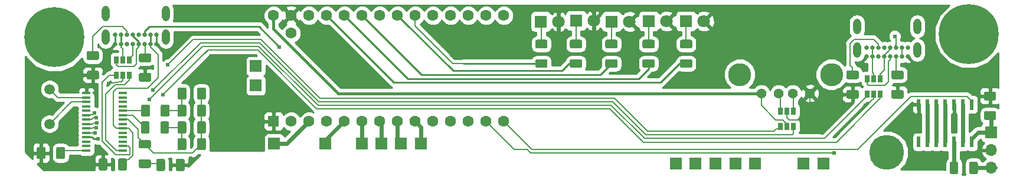
<source format=gtl>
G04 #@! TF.GenerationSoftware,KiCad,Pcbnew,5.0.2+dfsg1-1*
G04 #@! TF.CreationDate,2021-01-13T15:08:11+01:00*
G04 #@! TF.ProjectId,ErgoDOX,4572676f-444f-4582-9e6b-696361645f70,rev?*
G04 #@! TF.SameCoordinates,Original*
G04 #@! TF.FileFunction,Copper,L1,Top*
G04 #@! TF.FilePolarity,Positive*
%FSLAX46Y46*%
G04 Gerber Fmt 4.6, Leading zero omitted, Abs format (unit mm)*
G04 Created by KiCad (PCBNEW 5.0.2+dfsg1-1) date Wed 13 Jan 2021 03:08:11 PM CET*
%MOMM*%
%LPD*%
G01*
G04 APERTURE LIST*
G04 #@! TA.AperFunction,ComponentPad*
%ADD10R,1.700000X1.700000*%
G04 #@! TD*
G04 #@! TA.AperFunction,ComponentPad*
%ADD11O,1.108000X2.216000*%
G04 #@! TD*
G04 #@! TA.AperFunction,ComponentPad*
%ADD12C,0.650000*%
G04 #@! TD*
G04 #@! TA.AperFunction,ComponentPad*
%ADD13C,1.600000*%
G04 #@! TD*
G04 #@! TA.AperFunction,ComponentPad*
%ADD14R,1.600000X1.600000*%
G04 #@! TD*
G04 #@! TA.AperFunction,Conductor*
%ADD15C,0.150000*%
G04 #@! TD*
G04 #@! TA.AperFunction,SMDPad,CuDef*
%ADD16C,1.250000*%
G04 #@! TD*
G04 #@! TA.AperFunction,ComponentPad*
%ADD17O,1.700000X1.700000*%
G04 #@! TD*
G04 #@! TA.AperFunction,ComponentPad*
%ADD18C,1.500000*%
G04 #@! TD*
G04 #@! TA.AperFunction,ComponentPad*
%ADD19R,1.800000X1.800000*%
G04 #@! TD*
G04 #@! TA.AperFunction,ComponentPad*
%ADD20C,1.800000*%
G04 #@! TD*
G04 #@! TA.AperFunction,ComponentPad*
%ADD21C,8.600000*%
G04 #@! TD*
G04 #@! TA.AperFunction,ComponentPad*
%ADD22C,5.000000*%
G04 #@! TD*
G04 #@! TA.AperFunction,SMDPad,CuDef*
%ADD23R,0.600000X1.500000*%
G04 #@! TD*
G04 #@! TA.AperFunction,SMDPad,CuDef*
%ADD24R,1.200000X0.400000*%
G04 #@! TD*
G04 #@! TA.AperFunction,SMDPad,CuDef*
%ADD25R,0.650000X1.060000*%
G04 #@! TD*
G04 #@! TA.AperFunction,ComponentPad*
%ADD26C,3.316000*%
G04 #@! TD*
G04 #@! TA.AperFunction,ComponentPad*
%ADD27C,1.428000*%
G04 #@! TD*
G04 #@! TA.AperFunction,ViaPad*
%ADD28C,0.609600*%
G04 #@! TD*
G04 #@! TA.AperFunction,Conductor*
%ADD29C,0.600000*%
G04 #@! TD*
G04 #@! TA.AperFunction,Conductor*
%ADD30C,0.609600*%
G04 #@! TD*
G04 #@! TA.AperFunction,Conductor*
%ADD31C,0.203200*%
G04 #@! TD*
G04 #@! TA.AperFunction,Conductor*
%ADD32C,0.254000*%
G04 #@! TD*
G04 #@! TA.AperFunction,Conductor*
%ADD33C,0.152400*%
G04 #@! TD*
G04 #@! TA.AperFunction,Conductor*
%ADD34C,0.406400*%
G04 #@! TD*
G04 APERTURE END LIST*
D10*
G04 #@! TO.P,J7,1*
G04 #@! TO.N,/COL0*
X179019200Y-56642000D03*
G04 #@! TD*
G04 #@! TO.P,J8,1*
G04 #@! TO.N,/COL1*
X176123600Y-56642000D03*
G04 #@! TD*
G04 #@! TO.P,J9,1*
G04 #@! TO.N,/COL2*
X118414800Y-53746400D03*
G04 #@! TD*
G04 #@! TO.P,J19,1*
G04 #@! TO.N,/ROW4*
X157835600Y-56642000D03*
G04 #@! TD*
G04 #@! TO.P,J11,1*
G04 #@! TO.N,/COL4*
X112776000Y-53746400D03*
G04 #@! TD*
G04 #@! TO.P,J12,1*
G04 #@! TO.N,/COL5*
X107594400Y-53746400D03*
G04 #@! TD*
G04 #@! TO.P,J13,1*
G04 #@! TO.N,/COL6*
X100228400Y-53746400D03*
G04 #@! TD*
G04 #@! TO.P,J14,1*
G04 #@! TO.N,/ROW0*
X169214800Y-56642000D03*
G04 #@! TD*
G04 #@! TO.P,J15,1*
G04 #@! TO.N,/ROW1*
X166370000Y-56642000D03*
G04 #@! TD*
G04 #@! TO.P,J16,1*
G04 #@! TO.N,/ROW2*
X163525200Y-56642000D03*
G04 #@! TD*
G04 #@! TO.P,J17,1*
G04 #@! TO.N,/ROW3*
X160680400Y-56642000D03*
G04 #@! TD*
G04 #@! TO.P,J18,1*
G04 #@! TO.N,/ROW5*
X121259600Y-53746400D03*
G04 #@! TD*
G04 #@! TO.P,J10,1*
G04 #@! TO.N,/COL3*
X115620800Y-53746400D03*
G04 #@! TD*
D11*
G04 #@! TO.P,J2,P4*
G04 #@! TO.N,Net-(J2-PadP1)*
X192462800Y-36901400D03*
G04 #@! TO.P,J2,P3*
X183812800Y-36901400D03*
G04 #@! TO.P,J2,P2*
X183812800Y-40281400D03*
G04 #@! TO.P,J2,P1*
X192462800Y-40281400D03*
D12*
G04 #@! TO.P,J2,B12*
G04 #@! TO.N,GND*
X191112800Y-39911400D03*
G04 #@! TO.P,J2,B9*
G04 #@! TO.N,+5V*
X190262800Y-39911400D03*
G04 #@! TO.P,J2,B8*
G04 #@! TO.N,SCK_OUT*
X189412800Y-39911400D03*
G04 #@! TO.P,J2,B7*
G04 #@! TO.N,OUTPUTC_USB_CONN_D-*
X188562800Y-39911400D03*
G04 #@! TO.P,J2,B6*
G04 #@! TO.N,OUTPUTC_USB_CONN_D+*
X187712800Y-39911400D03*
G04 #@! TO.P,J2,B5*
G04 #@! TO.N,Net-(J2-PadB5)*
X186862800Y-39911400D03*
G04 #@! TO.P,J2,B4*
G04 #@! TO.N,+5V*
X186012800Y-39911400D03*
G04 #@! TO.P,J2,B1*
G04 #@! TO.N,GND*
X185162800Y-39911400D03*
G04 #@! TO.P,J2,A12*
X185162800Y-41261400D03*
G04 #@! TO.P,J2,A9*
G04 #@! TO.N,+5V*
X186012800Y-41261400D03*
G04 #@! TO.P,J2,A8*
G04 #@! TO.N,MOSI_OUT*
X186862800Y-41261400D03*
G04 #@! TO.P,J2,A7*
G04 #@! TO.N,OUTPUTC_USB_CONN_D-*
X187712800Y-41261400D03*
G04 #@! TO.P,J2,A6*
G04 #@! TO.N,OUTPUTC_USB_CONN_D+*
X188562800Y-41261400D03*
G04 #@! TO.P,J2,A5*
G04 #@! TO.N,Net-(J2-PadA5)*
X189412800Y-41261400D03*
G04 #@! TO.P,J2,A4*
G04 #@! TO.N,+5V*
X190262800Y-41261400D03*
G04 #@! TO.P,J2,A1*
G04 #@! TO.N,GND*
X191112800Y-41261400D03*
G04 #@! TD*
D13*
G04 #@! TO.P,U5,20*
G04 #@! TO.N,SCK_OUT*
X133159500Y-35306000D03*
G04 #@! TO.P,U5,14*
G04 #@! TO.N,LED_BACKLIGHT_33V*
X133159500Y-50546000D03*
G04 #@! TO.P,U5,21*
G04 #@! TO.N,/COL0*
X130619500Y-35306000D03*
G04 #@! TO.P,U5,22*
G04 #@! TO.N,/COL1*
X128079500Y-35306000D03*
G04 #@! TO.P,U5,23*
G04 #@! TO.N,/ROW0*
X125539500Y-35306000D03*
G04 #@! TO.P,U5,24*
G04 #@! TO.N,/ROW1*
X122999500Y-35306000D03*
G04 #@! TO.P,U5,25*
G04 #@! TO.N,L5*
X120459500Y-35306000D03*
G04 #@! TO.P,U5,26*
G04 #@! TO.N,L4*
X117919500Y-35306000D03*
G04 #@! TO.P,U5,27*
G04 #@! TO.N,SCK_IN*
X115379500Y-35306000D03*
G04 #@! TO.P,U5,28*
G04 #@! TO.N,L3*
X112839500Y-35306000D03*
G04 #@! TO.P,U5,29*
G04 #@! TO.N,L2*
X110299500Y-35306000D03*
G04 #@! TO.P,U5,30*
G04 #@! TO.N,L1*
X107759500Y-35306000D03*
G04 #@! TO.P,U5,31*
G04 #@! TO.N,Net-(U5-Pad31)*
X105219500Y-35306000D03*
G04 #@! TO.P,U5,32*
G04 #@! TO.N,GND*
X102679500Y-35306000D03*
G04 #@! TO.P,U5,33*
G04 #@! TO.N,+5V*
X100139500Y-35306000D03*
G04 #@! TO.P,U5,34*
G04 #@! TO.N,Net-(U5-Pad34)*
X102679500Y-37846000D03*
G04 #@! TO.P,U5,13*
G04 #@! TO.N,MOSI_OUT*
X130619500Y-50546000D03*
G04 #@! TO.P,U5,12*
G04 #@! TO.N,/ROW2*
X128079500Y-50546000D03*
G04 #@! TO.P,U5,11*
G04 #@! TO.N,/ROW3*
X125539500Y-50546000D03*
G04 #@! TO.P,U5,10*
G04 #@! TO.N,/ROW4*
X122999500Y-50546000D03*
G04 #@! TO.P,U5,9*
G04 #@! TO.N,/ROW5*
X120459500Y-50546000D03*
G04 #@! TO.P,U5,8*
G04 #@! TO.N,/COL2*
X117919500Y-50546000D03*
G04 #@! TO.P,U5,7*
G04 #@! TO.N,/COL3*
X115379500Y-50546000D03*
G04 #@! TO.P,U5,6*
G04 #@! TO.N,/COL4*
X112839500Y-50546000D03*
G04 #@! TO.P,U5,5*
G04 #@! TO.N,/COL5*
X110299500Y-50546000D03*
G04 #@! TO.P,U5,4*
G04 #@! TO.N,Net-(U5-Pad4)*
X107759500Y-50546000D03*
G04 #@! TO.P,U5,3*
G04 #@! TO.N,/COL6*
X105219500Y-50546000D03*
G04 #@! TO.P,U5,2*
G04 #@! TO.N,MOSI_IN*
X102679500Y-50546000D03*
D14*
G04 #@! TO.P,U5,1*
G04 #@! TO.N,GND*
X100139500Y-50546000D03*
G04 #@! TD*
D10*
G04 #@! TO.P,J5,1*
G04 #@! TO.N,TEENSY_USB_D-*
X97599500Y-45402500D03*
G04 #@! TD*
G04 #@! TO.P,J6,1*
G04 #@! TO.N,TEENSY_USB_D+*
X97599500Y-42608500D03*
G04 #@! TD*
D15*
G04 #@! TO.N,GND*
G04 #@! TO.C,C1*
G36*
X76085504Y-55869804D02*
X76109773Y-55873404D01*
X76133571Y-55879365D01*
X76156671Y-55887630D01*
X76178849Y-55898120D01*
X76199893Y-55910733D01*
X76219598Y-55925347D01*
X76237777Y-55941823D01*
X76254253Y-55960002D01*
X76268867Y-55979707D01*
X76281480Y-56000751D01*
X76291970Y-56022929D01*
X76300235Y-56046029D01*
X76306196Y-56069827D01*
X76309796Y-56094096D01*
X76311000Y-56118600D01*
X76311000Y-57368600D01*
X76309796Y-57393104D01*
X76306196Y-57417373D01*
X76300235Y-57441171D01*
X76291970Y-57464271D01*
X76281480Y-57486449D01*
X76268867Y-57507493D01*
X76254253Y-57527198D01*
X76237777Y-57545377D01*
X76219598Y-57561853D01*
X76199893Y-57576467D01*
X76178849Y-57589080D01*
X76156671Y-57599570D01*
X76133571Y-57607835D01*
X76109773Y-57613796D01*
X76085504Y-57617396D01*
X76061000Y-57618600D01*
X75311000Y-57618600D01*
X75286496Y-57617396D01*
X75262227Y-57613796D01*
X75238429Y-57607835D01*
X75215329Y-57599570D01*
X75193151Y-57589080D01*
X75172107Y-57576467D01*
X75152402Y-57561853D01*
X75134223Y-57545377D01*
X75117747Y-57527198D01*
X75103133Y-57507493D01*
X75090520Y-57486449D01*
X75080030Y-57464271D01*
X75071765Y-57441171D01*
X75065804Y-57417373D01*
X75062204Y-57393104D01*
X75061000Y-57368600D01*
X75061000Y-56118600D01*
X75062204Y-56094096D01*
X75065804Y-56069827D01*
X75071765Y-56046029D01*
X75080030Y-56022929D01*
X75090520Y-56000751D01*
X75103133Y-55979707D01*
X75117747Y-55960002D01*
X75134223Y-55941823D01*
X75152402Y-55925347D01*
X75172107Y-55910733D01*
X75193151Y-55898120D01*
X75215329Y-55887630D01*
X75238429Y-55879365D01*
X75262227Y-55873404D01*
X75286496Y-55869804D01*
X75311000Y-55868600D01*
X76061000Y-55868600D01*
X76085504Y-55869804D01*
X76085504Y-55869804D01*
G37*
D16*
G04 #@! TD*
G04 #@! TO.P,C1,2*
G04 #@! TO.N,GND*
X75686000Y-56743600D03*
D15*
G04 #@! TO.N,+5V*
G04 #@! TO.C,C1*
G36*
X78885504Y-55869804D02*
X78909773Y-55873404D01*
X78933571Y-55879365D01*
X78956671Y-55887630D01*
X78978849Y-55898120D01*
X78999893Y-55910733D01*
X79019598Y-55925347D01*
X79037777Y-55941823D01*
X79054253Y-55960002D01*
X79068867Y-55979707D01*
X79081480Y-56000751D01*
X79091970Y-56022929D01*
X79100235Y-56046029D01*
X79106196Y-56069827D01*
X79109796Y-56094096D01*
X79111000Y-56118600D01*
X79111000Y-57368600D01*
X79109796Y-57393104D01*
X79106196Y-57417373D01*
X79100235Y-57441171D01*
X79091970Y-57464271D01*
X79081480Y-57486449D01*
X79068867Y-57507493D01*
X79054253Y-57527198D01*
X79037777Y-57545377D01*
X79019598Y-57561853D01*
X78999893Y-57576467D01*
X78978849Y-57589080D01*
X78956671Y-57599570D01*
X78933571Y-57607835D01*
X78909773Y-57613796D01*
X78885504Y-57617396D01*
X78861000Y-57618600D01*
X78111000Y-57618600D01*
X78086496Y-57617396D01*
X78062227Y-57613796D01*
X78038429Y-57607835D01*
X78015329Y-57599570D01*
X77993151Y-57589080D01*
X77972107Y-57576467D01*
X77952402Y-57561853D01*
X77934223Y-57545377D01*
X77917747Y-57527198D01*
X77903133Y-57507493D01*
X77890520Y-57486449D01*
X77880030Y-57464271D01*
X77871765Y-57441171D01*
X77865804Y-57417373D01*
X77862204Y-57393104D01*
X77861000Y-57368600D01*
X77861000Y-56118600D01*
X77862204Y-56094096D01*
X77865804Y-56069827D01*
X77871765Y-56046029D01*
X77880030Y-56022929D01*
X77890520Y-56000751D01*
X77903133Y-55979707D01*
X77917747Y-55960002D01*
X77934223Y-55941823D01*
X77952402Y-55925347D01*
X77972107Y-55910733D01*
X77993151Y-55898120D01*
X78015329Y-55887630D01*
X78038429Y-55879365D01*
X78062227Y-55873404D01*
X78086496Y-55869804D01*
X78111000Y-55868600D01*
X78861000Y-55868600D01*
X78885504Y-55869804D01*
X78885504Y-55869804D01*
G37*
D16*
G04 #@! TD*
G04 #@! TO.P,C1,1*
G04 #@! TO.N,+5V*
X78486000Y-56743600D03*
D15*
G04 #@! TO.N,+5V*
G04 #@! TO.C,C2*
G36*
X203544704Y-49087004D02*
X203568973Y-49090604D01*
X203592771Y-49096565D01*
X203615871Y-49104830D01*
X203638049Y-49115320D01*
X203659093Y-49127933D01*
X203678798Y-49142547D01*
X203696977Y-49159023D01*
X203713453Y-49177202D01*
X203728067Y-49196907D01*
X203740680Y-49217951D01*
X203751170Y-49240129D01*
X203759435Y-49263229D01*
X203765396Y-49287027D01*
X203768996Y-49311296D01*
X203770200Y-49335800D01*
X203770200Y-50085800D01*
X203768996Y-50110304D01*
X203765396Y-50134573D01*
X203759435Y-50158371D01*
X203751170Y-50181471D01*
X203740680Y-50203649D01*
X203728067Y-50224693D01*
X203713453Y-50244398D01*
X203696977Y-50262577D01*
X203678798Y-50279053D01*
X203659093Y-50293667D01*
X203638049Y-50306280D01*
X203615871Y-50316770D01*
X203592771Y-50325035D01*
X203568973Y-50330996D01*
X203544704Y-50334596D01*
X203520200Y-50335800D01*
X202270200Y-50335800D01*
X202245696Y-50334596D01*
X202221427Y-50330996D01*
X202197629Y-50325035D01*
X202174529Y-50316770D01*
X202152351Y-50306280D01*
X202131307Y-50293667D01*
X202111602Y-50279053D01*
X202093423Y-50262577D01*
X202076947Y-50244398D01*
X202062333Y-50224693D01*
X202049720Y-50203649D01*
X202039230Y-50181471D01*
X202030965Y-50158371D01*
X202025004Y-50134573D01*
X202021404Y-50110304D01*
X202020200Y-50085800D01*
X202020200Y-49335800D01*
X202021404Y-49311296D01*
X202025004Y-49287027D01*
X202030965Y-49263229D01*
X202039230Y-49240129D01*
X202049720Y-49217951D01*
X202062333Y-49196907D01*
X202076947Y-49177202D01*
X202093423Y-49159023D01*
X202111602Y-49142547D01*
X202131307Y-49127933D01*
X202152351Y-49115320D01*
X202174529Y-49104830D01*
X202197629Y-49096565D01*
X202221427Y-49090604D01*
X202245696Y-49087004D01*
X202270200Y-49085800D01*
X203520200Y-49085800D01*
X203544704Y-49087004D01*
X203544704Y-49087004D01*
G37*
D16*
G04 #@! TD*
G04 #@! TO.P,C2,1*
G04 #@! TO.N,+5V*
X202895200Y-49710800D03*
D15*
G04 #@! TO.N,GND*
G04 #@! TO.C,C2*
G36*
X203544704Y-46287004D02*
X203568973Y-46290604D01*
X203592771Y-46296565D01*
X203615871Y-46304830D01*
X203638049Y-46315320D01*
X203659093Y-46327933D01*
X203678798Y-46342547D01*
X203696977Y-46359023D01*
X203713453Y-46377202D01*
X203728067Y-46396907D01*
X203740680Y-46417951D01*
X203751170Y-46440129D01*
X203759435Y-46463229D01*
X203765396Y-46487027D01*
X203768996Y-46511296D01*
X203770200Y-46535800D01*
X203770200Y-47285800D01*
X203768996Y-47310304D01*
X203765396Y-47334573D01*
X203759435Y-47358371D01*
X203751170Y-47381471D01*
X203740680Y-47403649D01*
X203728067Y-47424693D01*
X203713453Y-47444398D01*
X203696977Y-47462577D01*
X203678798Y-47479053D01*
X203659093Y-47493667D01*
X203638049Y-47506280D01*
X203615871Y-47516770D01*
X203592771Y-47525035D01*
X203568973Y-47530996D01*
X203544704Y-47534596D01*
X203520200Y-47535800D01*
X202270200Y-47535800D01*
X202245696Y-47534596D01*
X202221427Y-47530996D01*
X202197629Y-47525035D01*
X202174529Y-47516770D01*
X202152351Y-47506280D01*
X202131307Y-47493667D01*
X202111602Y-47479053D01*
X202093423Y-47462577D01*
X202076947Y-47444398D01*
X202062333Y-47424693D01*
X202049720Y-47403649D01*
X202039230Y-47381471D01*
X202030965Y-47358371D01*
X202025004Y-47334573D01*
X202021404Y-47310304D01*
X202020200Y-47285800D01*
X202020200Y-46535800D01*
X202021404Y-46511296D01*
X202025004Y-46487027D01*
X202030965Y-46463229D01*
X202039230Y-46440129D01*
X202049720Y-46417951D01*
X202062333Y-46396907D01*
X202076947Y-46377202D01*
X202093423Y-46359023D01*
X202111602Y-46342547D01*
X202131307Y-46327933D01*
X202152351Y-46315320D01*
X202174529Y-46304830D01*
X202197629Y-46296565D01*
X202221427Y-46290604D01*
X202245696Y-46287004D01*
X202270200Y-46285800D01*
X203520200Y-46285800D01*
X203544704Y-46287004D01*
X203544704Y-46287004D01*
G37*
D16*
G04 #@! TD*
G04 #@! TO.P,C2,2*
G04 #@! TO.N,GND*
X202895200Y-46910800D03*
D10*
G04 #@! TO.P,J4,1*
G04 #@! TO.N,+5V*
X203047600Y-52171600D03*
D17*
G04 #@! TO.P,J4,2*
G04 #@! TO.N,GND*
X203047600Y-54711600D03*
G04 #@! TO.P,J4,3*
G04 #@! TO.N,Net-(J4-Pad3)*
X203047600Y-57251600D03*
G04 #@! TD*
D18*
G04 #@! TO.P,12MHZ1,1*
G04 #@! TO.N,Net-(12MHZ1-Pad1)*
X68012928Y-50925038D03*
G04 #@! TO.P,12MHZ1,2*
G04 #@! TO.N,Net-(12MHZ1-Pad2)*
X68012928Y-45925038D03*
G04 #@! TD*
D15*
G04 #@! TO.N,Net-(D1-Pad1)*
G04 #@! TO.C,D1*
G36*
X90195932Y-52972242D02*
X90220201Y-52975842D01*
X90243999Y-52981803D01*
X90267099Y-52990068D01*
X90289277Y-53000558D01*
X90310321Y-53013171D01*
X90330026Y-53027785D01*
X90348205Y-53044261D01*
X90364681Y-53062440D01*
X90379295Y-53082145D01*
X90391908Y-53103189D01*
X90402398Y-53125367D01*
X90410663Y-53148467D01*
X90416624Y-53172265D01*
X90420224Y-53196534D01*
X90421428Y-53221038D01*
X90421428Y-54471038D01*
X90420224Y-54495542D01*
X90416624Y-54519811D01*
X90410663Y-54543609D01*
X90402398Y-54566709D01*
X90391908Y-54588887D01*
X90379295Y-54609931D01*
X90364681Y-54629636D01*
X90348205Y-54647815D01*
X90330026Y-54664291D01*
X90310321Y-54678905D01*
X90289277Y-54691518D01*
X90267099Y-54702008D01*
X90243999Y-54710273D01*
X90220201Y-54716234D01*
X90195932Y-54719834D01*
X90171428Y-54721038D01*
X89421428Y-54721038D01*
X89396924Y-54719834D01*
X89372655Y-54716234D01*
X89348857Y-54710273D01*
X89325757Y-54702008D01*
X89303579Y-54691518D01*
X89282535Y-54678905D01*
X89262830Y-54664291D01*
X89244651Y-54647815D01*
X89228175Y-54629636D01*
X89213561Y-54609931D01*
X89200948Y-54588887D01*
X89190458Y-54566709D01*
X89182193Y-54543609D01*
X89176232Y-54519811D01*
X89172632Y-54495542D01*
X89171428Y-54471038D01*
X89171428Y-53221038D01*
X89172632Y-53196534D01*
X89176232Y-53172265D01*
X89182193Y-53148467D01*
X89190458Y-53125367D01*
X89200948Y-53103189D01*
X89213561Y-53082145D01*
X89228175Y-53062440D01*
X89244651Y-53044261D01*
X89262830Y-53027785D01*
X89282535Y-53013171D01*
X89303579Y-53000558D01*
X89325757Y-52990068D01*
X89348857Y-52981803D01*
X89372655Y-52975842D01*
X89396924Y-52972242D01*
X89421428Y-52971038D01*
X90171428Y-52971038D01*
X90195932Y-52972242D01*
X90195932Y-52972242D01*
G37*
D16*
G04 #@! TD*
G04 #@! TO.P,D1,1*
G04 #@! TO.N,Net-(D1-Pad1)*
X89796428Y-53846038D03*
D15*
G04 #@! TO.N,Net-(D1-Pad2)*
G04 #@! TO.C,D1*
G36*
X87395932Y-52972242D02*
X87420201Y-52975842D01*
X87443999Y-52981803D01*
X87467099Y-52990068D01*
X87489277Y-53000558D01*
X87510321Y-53013171D01*
X87530026Y-53027785D01*
X87548205Y-53044261D01*
X87564681Y-53062440D01*
X87579295Y-53082145D01*
X87591908Y-53103189D01*
X87602398Y-53125367D01*
X87610663Y-53148467D01*
X87616624Y-53172265D01*
X87620224Y-53196534D01*
X87621428Y-53221038D01*
X87621428Y-54471038D01*
X87620224Y-54495542D01*
X87616624Y-54519811D01*
X87610663Y-54543609D01*
X87602398Y-54566709D01*
X87591908Y-54588887D01*
X87579295Y-54609931D01*
X87564681Y-54629636D01*
X87548205Y-54647815D01*
X87530026Y-54664291D01*
X87510321Y-54678905D01*
X87489277Y-54691518D01*
X87467099Y-54702008D01*
X87443999Y-54710273D01*
X87420201Y-54716234D01*
X87395932Y-54719834D01*
X87371428Y-54721038D01*
X86621428Y-54721038D01*
X86596924Y-54719834D01*
X86572655Y-54716234D01*
X86548857Y-54710273D01*
X86525757Y-54702008D01*
X86503579Y-54691518D01*
X86482535Y-54678905D01*
X86462830Y-54664291D01*
X86444651Y-54647815D01*
X86428175Y-54629636D01*
X86413561Y-54609931D01*
X86400948Y-54588887D01*
X86390458Y-54566709D01*
X86382193Y-54543609D01*
X86376232Y-54519811D01*
X86372632Y-54495542D01*
X86371428Y-54471038D01*
X86371428Y-53221038D01*
X86372632Y-53196534D01*
X86376232Y-53172265D01*
X86382193Y-53148467D01*
X86390458Y-53125367D01*
X86400948Y-53103189D01*
X86413561Y-53082145D01*
X86428175Y-53062440D01*
X86444651Y-53044261D01*
X86462830Y-53027785D01*
X86482535Y-53013171D01*
X86503579Y-53000558D01*
X86525757Y-52990068D01*
X86548857Y-52981803D01*
X86572655Y-52975842D01*
X86596924Y-52972242D01*
X86621428Y-52971038D01*
X87371428Y-52971038D01*
X87395932Y-52972242D01*
X87395932Y-52972242D01*
G37*
D16*
G04 #@! TD*
G04 #@! TO.P,D1,2*
G04 #@! TO.N,Net-(D1-Pad2)*
X86996428Y-53846038D03*
D15*
G04 #@! TO.N,Net-(D1-Pad1)*
G04 #@! TO.C,D2*
G36*
X90195932Y-50559242D02*
X90220201Y-50562842D01*
X90243999Y-50568803D01*
X90267099Y-50577068D01*
X90289277Y-50587558D01*
X90310321Y-50600171D01*
X90330026Y-50614785D01*
X90348205Y-50631261D01*
X90364681Y-50649440D01*
X90379295Y-50669145D01*
X90391908Y-50690189D01*
X90402398Y-50712367D01*
X90410663Y-50735467D01*
X90416624Y-50759265D01*
X90420224Y-50783534D01*
X90421428Y-50808038D01*
X90421428Y-52058038D01*
X90420224Y-52082542D01*
X90416624Y-52106811D01*
X90410663Y-52130609D01*
X90402398Y-52153709D01*
X90391908Y-52175887D01*
X90379295Y-52196931D01*
X90364681Y-52216636D01*
X90348205Y-52234815D01*
X90330026Y-52251291D01*
X90310321Y-52265905D01*
X90289277Y-52278518D01*
X90267099Y-52289008D01*
X90243999Y-52297273D01*
X90220201Y-52303234D01*
X90195932Y-52306834D01*
X90171428Y-52308038D01*
X89421428Y-52308038D01*
X89396924Y-52306834D01*
X89372655Y-52303234D01*
X89348857Y-52297273D01*
X89325757Y-52289008D01*
X89303579Y-52278518D01*
X89282535Y-52265905D01*
X89262830Y-52251291D01*
X89244651Y-52234815D01*
X89228175Y-52216636D01*
X89213561Y-52196931D01*
X89200948Y-52175887D01*
X89190458Y-52153709D01*
X89182193Y-52130609D01*
X89176232Y-52106811D01*
X89172632Y-52082542D01*
X89171428Y-52058038D01*
X89171428Y-50808038D01*
X89172632Y-50783534D01*
X89176232Y-50759265D01*
X89182193Y-50735467D01*
X89190458Y-50712367D01*
X89200948Y-50690189D01*
X89213561Y-50669145D01*
X89228175Y-50649440D01*
X89244651Y-50631261D01*
X89262830Y-50614785D01*
X89282535Y-50600171D01*
X89303579Y-50587558D01*
X89325757Y-50577068D01*
X89348857Y-50568803D01*
X89372655Y-50562842D01*
X89396924Y-50559242D01*
X89421428Y-50558038D01*
X90171428Y-50558038D01*
X90195932Y-50559242D01*
X90195932Y-50559242D01*
G37*
D16*
G04 #@! TD*
G04 #@! TO.P,D2,2*
G04 #@! TO.N,Net-(D1-Pad1)*
X89796428Y-51433038D03*
D15*
G04 #@! TO.N,Net-(D1-Pad2)*
G04 #@! TO.C,D2*
G36*
X87395932Y-50559242D02*
X87420201Y-50562842D01*
X87443999Y-50568803D01*
X87467099Y-50577068D01*
X87489277Y-50587558D01*
X87510321Y-50600171D01*
X87530026Y-50614785D01*
X87548205Y-50631261D01*
X87564681Y-50649440D01*
X87579295Y-50669145D01*
X87591908Y-50690189D01*
X87602398Y-50712367D01*
X87610663Y-50735467D01*
X87616624Y-50759265D01*
X87620224Y-50783534D01*
X87621428Y-50808038D01*
X87621428Y-52058038D01*
X87620224Y-52082542D01*
X87616624Y-52106811D01*
X87610663Y-52130609D01*
X87602398Y-52153709D01*
X87591908Y-52175887D01*
X87579295Y-52196931D01*
X87564681Y-52216636D01*
X87548205Y-52234815D01*
X87530026Y-52251291D01*
X87510321Y-52265905D01*
X87489277Y-52278518D01*
X87467099Y-52289008D01*
X87443999Y-52297273D01*
X87420201Y-52303234D01*
X87395932Y-52306834D01*
X87371428Y-52308038D01*
X86621428Y-52308038D01*
X86596924Y-52306834D01*
X86572655Y-52303234D01*
X86548857Y-52297273D01*
X86525757Y-52289008D01*
X86503579Y-52278518D01*
X86482535Y-52265905D01*
X86462830Y-52251291D01*
X86444651Y-52234815D01*
X86428175Y-52216636D01*
X86413561Y-52196931D01*
X86400948Y-52175887D01*
X86390458Y-52153709D01*
X86382193Y-52130609D01*
X86376232Y-52106811D01*
X86372632Y-52082542D01*
X86371428Y-52058038D01*
X86371428Y-50808038D01*
X86372632Y-50783534D01*
X86376232Y-50759265D01*
X86382193Y-50735467D01*
X86390458Y-50712367D01*
X86400948Y-50690189D01*
X86413561Y-50669145D01*
X86428175Y-50649440D01*
X86444651Y-50631261D01*
X86462830Y-50614785D01*
X86482535Y-50600171D01*
X86503579Y-50587558D01*
X86525757Y-50577068D01*
X86548857Y-50568803D01*
X86572655Y-50562842D01*
X86596924Y-50559242D01*
X86621428Y-50558038D01*
X87371428Y-50558038D01*
X87395932Y-50559242D01*
X87395932Y-50559242D01*
G37*
D16*
G04 #@! TD*
G04 #@! TO.P,D2,1*
G04 #@! TO.N,Net-(D1-Pad2)*
X86996428Y-51433038D03*
D15*
G04 #@! TO.N,Net-(D1-Pad1)*
G04 #@! TO.C,D3*
G36*
X90195932Y-48146242D02*
X90220201Y-48149842D01*
X90243999Y-48155803D01*
X90267099Y-48164068D01*
X90289277Y-48174558D01*
X90310321Y-48187171D01*
X90330026Y-48201785D01*
X90348205Y-48218261D01*
X90364681Y-48236440D01*
X90379295Y-48256145D01*
X90391908Y-48277189D01*
X90402398Y-48299367D01*
X90410663Y-48322467D01*
X90416624Y-48346265D01*
X90420224Y-48370534D01*
X90421428Y-48395038D01*
X90421428Y-49645038D01*
X90420224Y-49669542D01*
X90416624Y-49693811D01*
X90410663Y-49717609D01*
X90402398Y-49740709D01*
X90391908Y-49762887D01*
X90379295Y-49783931D01*
X90364681Y-49803636D01*
X90348205Y-49821815D01*
X90330026Y-49838291D01*
X90310321Y-49852905D01*
X90289277Y-49865518D01*
X90267099Y-49876008D01*
X90243999Y-49884273D01*
X90220201Y-49890234D01*
X90195932Y-49893834D01*
X90171428Y-49895038D01*
X89421428Y-49895038D01*
X89396924Y-49893834D01*
X89372655Y-49890234D01*
X89348857Y-49884273D01*
X89325757Y-49876008D01*
X89303579Y-49865518D01*
X89282535Y-49852905D01*
X89262830Y-49838291D01*
X89244651Y-49821815D01*
X89228175Y-49803636D01*
X89213561Y-49783931D01*
X89200948Y-49762887D01*
X89190458Y-49740709D01*
X89182193Y-49717609D01*
X89176232Y-49693811D01*
X89172632Y-49669542D01*
X89171428Y-49645038D01*
X89171428Y-48395038D01*
X89172632Y-48370534D01*
X89176232Y-48346265D01*
X89182193Y-48322467D01*
X89190458Y-48299367D01*
X89200948Y-48277189D01*
X89213561Y-48256145D01*
X89228175Y-48236440D01*
X89244651Y-48218261D01*
X89262830Y-48201785D01*
X89282535Y-48187171D01*
X89303579Y-48174558D01*
X89325757Y-48164068D01*
X89348857Y-48155803D01*
X89372655Y-48149842D01*
X89396924Y-48146242D01*
X89421428Y-48145038D01*
X90171428Y-48145038D01*
X90195932Y-48146242D01*
X90195932Y-48146242D01*
G37*
D16*
G04 #@! TD*
G04 #@! TO.P,D3,1*
G04 #@! TO.N,Net-(D1-Pad1)*
X89796428Y-49020038D03*
D15*
G04 #@! TO.N,Net-(D3-Pad2)*
G04 #@! TO.C,D3*
G36*
X87395932Y-48146242D02*
X87420201Y-48149842D01*
X87443999Y-48155803D01*
X87467099Y-48164068D01*
X87489277Y-48174558D01*
X87510321Y-48187171D01*
X87530026Y-48201785D01*
X87548205Y-48218261D01*
X87564681Y-48236440D01*
X87579295Y-48256145D01*
X87591908Y-48277189D01*
X87602398Y-48299367D01*
X87610663Y-48322467D01*
X87616624Y-48346265D01*
X87620224Y-48370534D01*
X87621428Y-48395038D01*
X87621428Y-49645038D01*
X87620224Y-49669542D01*
X87616624Y-49693811D01*
X87610663Y-49717609D01*
X87602398Y-49740709D01*
X87591908Y-49762887D01*
X87579295Y-49783931D01*
X87564681Y-49803636D01*
X87548205Y-49821815D01*
X87530026Y-49838291D01*
X87510321Y-49852905D01*
X87489277Y-49865518D01*
X87467099Y-49876008D01*
X87443999Y-49884273D01*
X87420201Y-49890234D01*
X87395932Y-49893834D01*
X87371428Y-49895038D01*
X86621428Y-49895038D01*
X86596924Y-49893834D01*
X86572655Y-49890234D01*
X86548857Y-49884273D01*
X86525757Y-49876008D01*
X86503579Y-49865518D01*
X86482535Y-49852905D01*
X86462830Y-49838291D01*
X86444651Y-49821815D01*
X86428175Y-49803636D01*
X86413561Y-49783931D01*
X86400948Y-49762887D01*
X86390458Y-49740709D01*
X86382193Y-49717609D01*
X86376232Y-49693811D01*
X86372632Y-49669542D01*
X86371428Y-49645038D01*
X86371428Y-48395038D01*
X86372632Y-48370534D01*
X86376232Y-48346265D01*
X86382193Y-48322467D01*
X86390458Y-48299367D01*
X86400948Y-48277189D01*
X86413561Y-48256145D01*
X86428175Y-48236440D01*
X86444651Y-48218261D01*
X86462830Y-48201785D01*
X86482535Y-48187171D01*
X86503579Y-48174558D01*
X86525757Y-48164068D01*
X86548857Y-48155803D01*
X86572655Y-48149842D01*
X86596924Y-48146242D01*
X86621428Y-48145038D01*
X87371428Y-48145038D01*
X87395932Y-48146242D01*
X87395932Y-48146242D01*
G37*
D16*
G04 #@! TD*
G04 #@! TO.P,D3,2*
G04 #@! TO.N,Net-(D3-Pad2)*
X86996428Y-49020038D03*
D15*
G04 #@! TO.N,Net-(D1-Pad1)*
G04 #@! TO.C,D4*
G36*
X90195932Y-45669742D02*
X90220201Y-45673342D01*
X90243999Y-45679303D01*
X90267099Y-45687568D01*
X90289277Y-45698058D01*
X90310321Y-45710671D01*
X90330026Y-45725285D01*
X90348205Y-45741761D01*
X90364681Y-45759940D01*
X90379295Y-45779645D01*
X90391908Y-45800689D01*
X90402398Y-45822867D01*
X90410663Y-45845967D01*
X90416624Y-45869765D01*
X90420224Y-45894034D01*
X90421428Y-45918538D01*
X90421428Y-47168538D01*
X90420224Y-47193042D01*
X90416624Y-47217311D01*
X90410663Y-47241109D01*
X90402398Y-47264209D01*
X90391908Y-47286387D01*
X90379295Y-47307431D01*
X90364681Y-47327136D01*
X90348205Y-47345315D01*
X90330026Y-47361791D01*
X90310321Y-47376405D01*
X90289277Y-47389018D01*
X90267099Y-47399508D01*
X90243999Y-47407773D01*
X90220201Y-47413734D01*
X90195932Y-47417334D01*
X90171428Y-47418538D01*
X89421428Y-47418538D01*
X89396924Y-47417334D01*
X89372655Y-47413734D01*
X89348857Y-47407773D01*
X89325757Y-47399508D01*
X89303579Y-47389018D01*
X89282535Y-47376405D01*
X89262830Y-47361791D01*
X89244651Y-47345315D01*
X89228175Y-47327136D01*
X89213561Y-47307431D01*
X89200948Y-47286387D01*
X89190458Y-47264209D01*
X89182193Y-47241109D01*
X89176232Y-47217311D01*
X89172632Y-47193042D01*
X89171428Y-47168538D01*
X89171428Y-45918538D01*
X89172632Y-45894034D01*
X89176232Y-45869765D01*
X89182193Y-45845967D01*
X89190458Y-45822867D01*
X89200948Y-45800689D01*
X89213561Y-45779645D01*
X89228175Y-45759940D01*
X89244651Y-45741761D01*
X89262830Y-45725285D01*
X89282535Y-45710671D01*
X89303579Y-45698058D01*
X89325757Y-45687568D01*
X89348857Y-45679303D01*
X89372655Y-45673342D01*
X89396924Y-45669742D01*
X89421428Y-45668538D01*
X90171428Y-45668538D01*
X90195932Y-45669742D01*
X90195932Y-45669742D01*
G37*
D16*
G04 #@! TD*
G04 #@! TO.P,D4,2*
G04 #@! TO.N,Net-(D1-Pad1)*
X89796428Y-46543538D03*
D15*
G04 #@! TO.N,Net-(D3-Pad2)*
G04 #@! TO.C,D4*
G36*
X87395932Y-45669742D02*
X87420201Y-45673342D01*
X87443999Y-45679303D01*
X87467099Y-45687568D01*
X87489277Y-45698058D01*
X87510321Y-45710671D01*
X87530026Y-45725285D01*
X87548205Y-45741761D01*
X87564681Y-45759940D01*
X87579295Y-45779645D01*
X87591908Y-45800689D01*
X87602398Y-45822867D01*
X87610663Y-45845967D01*
X87616624Y-45869765D01*
X87620224Y-45894034D01*
X87621428Y-45918538D01*
X87621428Y-47168538D01*
X87620224Y-47193042D01*
X87616624Y-47217311D01*
X87610663Y-47241109D01*
X87602398Y-47264209D01*
X87591908Y-47286387D01*
X87579295Y-47307431D01*
X87564681Y-47327136D01*
X87548205Y-47345315D01*
X87530026Y-47361791D01*
X87510321Y-47376405D01*
X87489277Y-47389018D01*
X87467099Y-47399508D01*
X87443999Y-47407773D01*
X87420201Y-47413734D01*
X87395932Y-47417334D01*
X87371428Y-47418538D01*
X86621428Y-47418538D01*
X86596924Y-47417334D01*
X86572655Y-47413734D01*
X86548857Y-47407773D01*
X86525757Y-47399508D01*
X86503579Y-47389018D01*
X86482535Y-47376405D01*
X86462830Y-47361791D01*
X86444651Y-47345315D01*
X86428175Y-47327136D01*
X86413561Y-47307431D01*
X86400948Y-47286387D01*
X86390458Y-47264209D01*
X86382193Y-47241109D01*
X86376232Y-47217311D01*
X86372632Y-47193042D01*
X86371428Y-47168538D01*
X86371428Y-45918538D01*
X86372632Y-45894034D01*
X86376232Y-45869765D01*
X86382193Y-45845967D01*
X86390458Y-45822867D01*
X86400948Y-45800689D01*
X86413561Y-45779645D01*
X86428175Y-45759940D01*
X86444651Y-45741761D01*
X86462830Y-45725285D01*
X86482535Y-45710671D01*
X86503579Y-45698058D01*
X86525757Y-45687568D01*
X86548857Y-45679303D01*
X86572655Y-45673342D01*
X86596924Y-45669742D01*
X86621428Y-45668538D01*
X87371428Y-45668538D01*
X87395932Y-45669742D01*
X87395932Y-45669742D01*
G37*
D16*
G04 #@! TD*
G04 #@! TO.P,D4,1*
G04 #@! TO.N,Net-(D3-Pad2)*
X86996428Y-46543538D03*
D15*
G04 #@! TO.N,GND*
G04 #@! TO.C,D5*
G36*
X87147932Y-55956742D02*
X87172201Y-55960342D01*
X87195999Y-55966303D01*
X87219099Y-55974568D01*
X87241277Y-55985058D01*
X87262321Y-55997671D01*
X87282026Y-56012285D01*
X87300205Y-56028761D01*
X87316681Y-56046940D01*
X87331295Y-56066645D01*
X87343908Y-56087689D01*
X87354398Y-56109867D01*
X87362663Y-56132967D01*
X87368624Y-56156765D01*
X87372224Y-56181034D01*
X87373428Y-56205538D01*
X87373428Y-57455538D01*
X87372224Y-57480042D01*
X87368624Y-57504311D01*
X87362663Y-57528109D01*
X87354398Y-57551209D01*
X87343908Y-57573387D01*
X87331295Y-57594431D01*
X87316681Y-57614136D01*
X87300205Y-57632315D01*
X87282026Y-57648791D01*
X87262321Y-57663405D01*
X87241277Y-57676018D01*
X87219099Y-57686508D01*
X87195999Y-57694773D01*
X87172201Y-57700734D01*
X87147932Y-57704334D01*
X87123428Y-57705538D01*
X86373428Y-57705538D01*
X86348924Y-57704334D01*
X86324655Y-57700734D01*
X86300857Y-57694773D01*
X86277757Y-57686508D01*
X86255579Y-57676018D01*
X86234535Y-57663405D01*
X86214830Y-57648791D01*
X86196651Y-57632315D01*
X86180175Y-57614136D01*
X86165561Y-57594431D01*
X86152948Y-57573387D01*
X86142458Y-57551209D01*
X86134193Y-57528109D01*
X86128232Y-57504311D01*
X86124632Y-57480042D01*
X86123428Y-57455538D01*
X86123428Y-56205538D01*
X86124632Y-56181034D01*
X86128232Y-56156765D01*
X86134193Y-56132967D01*
X86142458Y-56109867D01*
X86152948Y-56087689D01*
X86165561Y-56066645D01*
X86180175Y-56046940D01*
X86196651Y-56028761D01*
X86214830Y-56012285D01*
X86234535Y-55997671D01*
X86255579Y-55985058D01*
X86277757Y-55974568D01*
X86300857Y-55966303D01*
X86324655Y-55960342D01*
X86348924Y-55956742D01*
X86373428Y-55955538D01*
X87123428Y-55955538D01*
X87147932Y-55956742D01*
X87147932Y-55956742D01*
G37*
D16*
G04 #@! TD*
G04 #@! TO.P,D5,1*
G04 #@! TO.N,GND*
X86748428Y-56830538D03*
D15*
G04 #@! TO.N,Net-(D5-Pad2)*
G04 #@! TO.C,D5*
G36*
X84347932Y-55956742D02*
X84372201Y-55960342D01*
X84395999Y-55966303D01*
X84419099Y-55974568D01*
X84441277Y-55985058D01*
X84462321Y-55997671D01*
X84482026Y-56012285D01*
X84500205Y-56028761D01*
X84516681Y-56046940D01*
X84531295Y-56066645D01*
X84543908Y-56087689D01*
X84554398Y-56109867D01*
X84562663Y-56132967D01*
X84568624Y-56156765D01*
X84572224Y-56181034D01*
X84573428Y-56205538D01*
X84573428Y-57455538D01*
X84572224Y-57480042D01*
X84568624Y-57504311D01*
X84562663Y-57528109D01*
X84554398Y-57551209D01*
X84543908Y-57573387D01*
X84531295Y-57594431D01*
X84516681Y-57614136D01*
X84500205Y-57632315D01*
X84482026Y-57648791D01*
X84462321Y-57663405D01*
X84441277Y-57676018D01*
X84419099Y-57686508D01*
X84395999Y-57694773D01*
X84372201Y-57700734D01*
X84347932Y-57704334D01*
X84323428Y-57705538D01*
X83573428Y-57705538D01*
X83548924Y-57704334D01*
X83524655Y-57700734D01*
X83500857Y-57694773D01*
X83477757Y-57686508D01*
X83455579Y-57676018D01*
X83434535Y-57663405D01*
X83414830Y-57648791D01*
X83396651Y-57632315D01*
X83380175Y-57614136D01*
X83365561Y-57594431D01*
X83352948Y-57573387D01*
X83342458Y-57551209D01*
X83334193Y-57528109D01*
X83328232Y-57504311D01*
X83324632Y-57480042D01*
X83323428Y-57455538D01*
X83323428Y-56205538D01*
X83324632Y-56181034D01*
X83328232Y-56156765D01*
X83334193Y-56132967D01*
X83342458Y-56109867D01*
X83352948Y-56087689D01*
X83365561Y-56066645D01*
X83380175Y-56046940D01*
X83396651Y-56028761D01*
X83414830Y-56012285D01*
X83434535Y-55997671D01*
X83455579Y-55985058D01*
X83477757Y-55974568D01*
X83500857Y-55966303D01*
X83524655Y-55960342D01*
X83548924Y-55956742D01*
X83573428Y-55955538D01*
X84323428Y-55955538D01*
X84347932Y-55956742D01*
X84347932Y-55956742D01*
G37*
D16*
G04 #@! TD*
G04 #@! TO.P,D5,2*
G04 #@! TO.N,Net-(D5-Pad2)*
X83948428Y-56830538D03*
D19*
G04 #@! TO.P,LED4,1*
G04 #@! TO.N,Net-(LED4-Pad1)*
X143510000Y-36068000D03*
D20*
G04 #@! TO.P,LED4,2*
G04 #@! TO.N,GND*
X146050000Y-36068000D03*
G04 #@! TD*
G04 #@! TO.P,LED1,2*
G04 #@! TO.N,GND*
X161861500Y-36131500D03*
D19*
G04 #@! TO.P,LED1,1*
G04 #@! TO.N,Net-(LED1-Pad1)*
X159321500Y-36131500D03*
G04 #@! TD*
G04 #@! TO.P,LED3,1*
G04 #@! TO.N,Net-(LED3-Pad1)*
X148653500Y-36195000D03*
D20*
G04 #@! TO.P,LED3,2*
G04 #@! TO.N,GND*
X151193500Y-36195000D03*
G04 #@! TD*
G04 #@! TO.P,LED5,2*
G04 #@! TO.N,GND*
X141033500Y-36195000D03*
D19*
G04 #@! TO.P,LED5,1*
G04 #@! TO.N,Net-(LED5-Pad1)*
X138493500Y-36195000D03*
G04 #@! TD*
G04 #@! TO.P,LED2,1*
G04 #@! TO.N,Net-(LED2-Pad1)*
X153987500Y-36131500D03*
D20*
G04 #@! TO.P,LED2,2*
G04 #@! TO.N,GND*
X156527500Y-36131500D03*
G04 #@! TD*
D21*
G04 #@! TO.P,H4,1*
G04 #@! TO.N,N/C*
X68732400Y-38455600D03*
G04 #@! TD*
D22*
G04 #@! TO.P,H2,1*
G04 #@! TO.N,N/C*
X188112400Y-55016400D03*
G04 #@! TD*
D21*
G04 #@! TO.P,H1,1*
G04 #@! TO.N,N/C*
X199847200Y-37998400D03*
G04 #@! TD*
D23*
G04 #@! TO.P,U6,1*
G04 #@! TO.N,LED_BACKLIGHT_33V*
X200286114Y-48128955D03*
G04 #@! TO.P,U6,2*
G04 #@! TO.N,Net-(U6-Pad13)*
X199016114Y-48128955D03*
G04 #@! TO.P,U6,3*
G04 #@! TO.N,GND*
X197746114Y-48128955D03*
G04 #@! TO.P,U6,4*
G04 #@! TO.N,Net-(U6-Pad11)*
X196476114Y-48128955D03*
G04 #@! TO.P,U6,5*
G04 #@! TO.N,Net-(U6-Pad10)*
X195206114Y-48128955D03*
G04 #@! TO.P,U6,6*
G04 #@! TO.N,Net-(U6-Pad6)*
X193936114Y-48128955D03*
G04 #@! TO.P,U6,7*
G04 #@! TO.N,GND*
X192666114Y-48128955D03*
G04 #@! TO.P,U6,8*
G04 #@! TO.N,Net-(U6-Pad8)*
X192666114Y-53528955D03*
G04 #@! TO.P,U6,9*
G04 #@! TO.N,Net-(U6-Pad6)*
X193936114Y-53528955D03*
G04 #@! TO.P,U6,10*
G04 #@! TO.N,Net-(U6-Pad10)*
X195206114Y-53528955D03*
G04 #@! TO.P,U6,11*
G04 #@! TO.N,Net-(U6-Pad11)*
X196476114Y-53528955D03*
G04 #@! TO.P,U6,12*
G04 #@! TO.N,Net-(R9-Pad2)*
X197746114Y-53528955D03*
G04 #@! TO.P,U6,13*
G04 #@! TO.N,Net-(U6-Pad13)*
X199016114Y-53528955D03*
G04 #@! TO.P,U6,14*
G04 #@! TO.N,+5V*
X200286114Y-53528955D03*
G04 #@! TD*
D24*
G04 #@! TO.P,U4,1*
G04 #@! TO.N,GND*
X73286928Y-46480038D03*
G04 #@! TO.P,U4,2*
G04 #@! TO.N,Net-(12MHZ1-Pad2)*
X73286928Y-47115038D03*
G04 #@! TO.P,U4,3*
G04 #@! TO.N,Net-(12MHZ1-Pad1)*
X73286928Y-47750038D03*
G04 #@! TO.P,U4,4*
G04 #@! TO.N,Net-(U4-Pad4)*
X73286928Y-48385038D03*
G04 #@! TO.P,U4,5*
G04 #@! TO.N,Net-(U4-Pad5)*
X73286928Y-49020038D03*
G04 #@! TO.P,U4,6*
G04 #@! TO.N,OUTPUTA_USB_D-*
X73286928Y-49655038D03*
G04 #@! TO.P,U4,7*
G04 #@! TO.N,OUTPUTA_USB_D+*
X73286928Y-50290038D03*
G04 #@! TO.P,U4,8*
G04 #@! TO.N,OUTPUTC_USB_D-*
X73286928Y-50925038D03*
G04 #@! TO.P,U4,9*
G04 #@! TO.N,OUTPUTC_USB_D+*
X73286928Y-51560038D03*
G04 #@! TO.P,U4,10*
G04 #@! TO.N,TEENSY_USB_D-*
X73286928Y-52195038D03*
G04 #@! TO.P,U4,11*
G04 #@! TO.N,TEENSY_USB_D+*
X73286928Y-52830038D03*
G04 #@! TO.P,U4,12*
G04 #@! TO.N,Net-(U4-Pad12)*
X73286928Y-53465038D03*
G04 #@! TO.P,U4,13*
G04 #@! TO.N,Net-(U4-Pad13)*
X73286928Y-54100038D03*
G04 #@! TO.P,U4,14*
G04 #@! TO.N,Net-(R5-Pad1)*
X73286928Y-54735038D03*
G04 #@! TO.P,U4,15*
G04 #@! TO.N,INPUT_USB_D-*
X78486928Y-54735038D03*
G04 #@! TO.P,U4,16*
G04 #@! TO.N,INPUT_USB_D+*
X78486928Y-54100038D03*
G04 #@! TO.P,U4,17*
G04 #@! TO.N,Net-(U4-Pad17)*
X78486928Y-53465038D03*
G04 #@! TO.P,U4,18*
G04 #@! TO.N,Net-(U4-Pad18)*
X78486928Y-52830038D03*
G04 #@! TO.P,U4,19*
G04 #@! TO.N,Net-(U4-Pad19)*
X78486928Y-52195038D03*
G04 #@! TO.P,U4,20*
G04 #@! TO.N,+5V*
X78486928Y-51560038D03*
G04 #@! TO.P,U4,21*
G04 #@! TO.N,Net-(U4-Pad21)*
X78486928Y-50925038D03*
G04 #@! TO.P,U4,22*
G04 #@! TO.N,Net-(D1-Pad1)*
X78486928Y-50290038D03*
G04 #@! TO.P,U4,23*
G04 #@! TO.N,Net-(R6-Pad2)*
X78486928Y-49655038D03*
G04 #@! TO.P,U4,24*
G04 #@! TO.N,Net-(R7-Pad2)*
X78486928Y-49020038D03*
G04 #@! TO.P,U4,25*
G04 #@! TO.N,Net-(U4-Pad25)*
X78486928Y-48385038D03*
G04 #@! TO.P,U4,26*
G04 #@! TO.N,Net-(U4-Pad26)*
X78486928Y-47750038D03*
G04 #@! TO.P,U4,27*
G04 #@! TO.N,Net-(U4-Pad27)*
X78486928Y-47115038D03*
G04 #@! TO.P,U4,28*
G04 #@! TO.N,Net-(U4-Pad28)*
X78486928Y-46480038D03*
G04 #@! TD*
D25*
G04 #@! TO.P,U1,1*
G04 #@! TO.N,INPUT_USB_D+*
X77586800Y-43911700D03*
G04 #@! TO.P,U1,2*
G04 #@! TO.N,GND*
X78536800Y-43911700D03*
G04 #@! TO.P,U1,3*
G04 #@! TO.N,INPUT_USB_D-*
X79486800Y-43911700D03*
G04 #@! TO.P,U1,4*
G04 #@! TO.N,INPUT_USB_CONN_D-*
X79486800Y-41711700D03*
G04 #@! TO.P,U1,6*
G04 #@! TO.N,INPUT_USB_CONN_D+*
X77586800Y-41711700D03*
G04 #@! TO.P,U1,5*
G04 #@! TO.N,+5V*
X78536800Y-41711700D03*
G04 #@! TD*
G04 #@! TO.P,U2,5*
G04 #@! TO.N,+5V*
X186232800Y-44467600D03*
G04 #@! TO.P,U2,6*
G04 #@! TO.N,OUTPUTC_USB_CONN_D+*
X185282800Y-44467600D03*
G04 #@! TO.P,U2,4*
G04 #@! TO.N,OUTPUTC_USB_CONN_D-*
X187182800Y-44467600D03*
G04 #@! TO.P,U2,3*
G04 #@! TO.N,OUTPUTC_USB_D-*
X187182800Y-46667600D03*
G04 #@! TO.P,U2,2*
G04 #@! TO.N,GND*
X186232800Y-46667600D03*
G04 #@! TO.P,U2,1*
G04 #@! TO.N,OUTPUTC_USB_D+*
X185282800Y-46667600D03*
G04 #@! TD*
G04 #@! TO.P,U3,1*
G04 #@! TO.N,OUTPUTA_USB_CONN_D+*
X174736800Y-49090400D03*
G04 #@! TO.P,U3,2*
G04 #@! TO.N,GND*
X173786800Y-49090400D03*
G04 #@! TO.P,U3,3*
G04 #@! TO.N,OUTPUTA_USB_CONN_D-*
X172836800Y-49090400D03*
G04 #@! TO.P,U3,4*
G04 #@! TO.N,OUTPUTA_USB_D-*
X172836800Y-51290400D03*
G04 #@! TO.P,U3,6*
G04 #@! TO.N,OUTPUTA_USB_D+*
X174736800Y-51290400D03*
G04 #@! TO.P,U3,5*
G04 #@! TO.N,+5V*
X173786800Y-51290400D03*
G04 #@! TD*
D15*
G04 #@! TO.N,Net-(R6-Pad2)*
G04 #@! TO.C,R6*
G36*
X82125432Y-50559242D02*
X82149701Y-50562842D01*
X82173499Y-50568803D01*
X82196599Y-50577068D01*
X82218777Y-50587558D01*
X82239821Y-50600171D01*
X82259526Y-50614785D01*
X82277705Y-50631261D01*
X82294181Y-50649440D01*
X82308795Y-50669145D01*
X82321408Y-50690189D01*
X82331898Y-50712367D01*
X82340163Y-50735467D01*
X82346124Y-50759265D01*
X82349724Y-50783534D01*
X82350928Y-50808038D01*
X82350928Y-52058038D01*
X82349724Y-52082542D01*
X82346124Y-52106811D01*
X82340163Y-52130609D01*
X82331898Y-52153709D01*
X82321408Y-52175887D01*
X82308795Y-52196931D01*
X82294181Y-52216636D01*
X82277705Y-52234815D01*
X82259526Y-52251291D01*
X82239821Y-52265905D01*
X82218777Y-52278518D01*
X82196599Y-52289008D01*
X82173499Y-52297273D01*
X82149701Y-52303234D01*
X82125432Y-52306834D01*
X82100928Y-52308038D01*
X81350928Y-52308038D01*
X81326424Y-52306834D01*
X81302155Y-52303234D01*
X81278357Y-52297273D01*
X81255257Y-52289008D01*
X81233079Y-52278518D01*
X81212035Y-52265905D01*
X81192330Y-52251291D01*
X81174151Y-52234815D01*
X81157675Y-52216636D01*
X81143061Y-52196931D01*
X81130448Y-52175887D01*
X81119958Y-52153709D01*
X81111693Y-52130609D01*
X81105732Y-52106811D01*
X81102132Y-52082542D01*
X81100928Y-52058038D01*
X81100928Y-50808038D01*
X81102132Y-50783534D01*
X81105732Y-50759265D01*
X81111693Y-50735467D01*
X81119958Y-50712367D01*
X81130448Y-50690189D01*
X81143061Y-50669145D01*
X81157675Y-50649440D01*
X81174151Y-50631261D01*
X81192330Y-50614785D01*
X81212035Y-50600171D01*
X81233079Y-50587558D01*
X81255257Y-50577068D01*
X81278357Y-50568803D01*
X81302155Y-50562842D01*
X81326424Y-50559242D01*
X81350928Y-50558038D01*
X82100928Y-50558038D01*
X82125432Y-50559242D01*
X82125432Y-50559242D01*
G37*
D16*
G04 #@! TD*
G04 #@! TO.P,R6,2*
G04 #@! TO.N,Net-(R6-Pad2)*
X81725928Y-51433038D03*
D15*
G04 #@! TO.N,Net-(D1-Pad2)*
G04 #@! TO.C,R6*
G36*
X84925432Y-50559242D02*
X84949701Y-50562842D01*
X84973499Y-50568803D01*
X84996599Y-50577068D01*
X85018777Y-50587558D01*
X85039821Y-50600171D01*
X85059526Y-50614785D01*
X85077705Y-50631261D01*
X85094181Y-50649440D01*
X85108795Y-50669145D01*
X85121408Y-50690189D01*
X85131898Y-50712367D01*
X85140163Y-50735467D01*
X85146124Y-50759265D01*
X85149724Y-50783534D01*
X85150928Y-50808038D01*
X85150928Y-52058038D01*
X85149724Y-52082542D01*
X85146124Y-52106811D01*
X85140163Y-52130609D01*
X85131898Y-52153709D01*
X85121408Y-52175887D01*
X85108795Y-52196931D01*
X85094181Y-52216636D01*
X85077705Y-52234815D01*
X85059526Y-52251291D01*
X85039821Y-52265905D01*
X85018777Y-52278518D01*
X84996599Y-52289008D01*
X84973499Y-52297273D01*
X84949701Y-52303234D01*
X84925432Y-52306834D01*
X84900928Y-52308038D01*
X84150928Y-52308038D01*
X84126424Y-52306834D01*
X84102155Y-52303234D01*
X84078357Y-52297273D01*
X84055257Y-52289008D01*
X84033079Y-52278518D01*
X84012035Y-52265905D01*
X83992330Y-52251291D01*
X83974151Y-52234815D01*
X83957675Y-52216636D01*
X83943061Y-52196931D01*
X83930448Y-52175887D01*
X83919958Y-52153709D01*
X83911693Y-52130609D01*
X83905732Y-52106811D01*
X83902132Y-52082542D01*
X83900928Y-52058038D01*
X83900928Y-50808038D01*
X83902132Y-50783534D01*
X83905732Y-50759265D01*
X83911693Y-50735467D01*
X83919958Y-50712367D01*
X83930448Y-50690189D01*
X83943061Y-50669145D01*
X83957675Y-50649440D01*
X83974151Y-50631261D01*
X83992330Y-50614785D01*
X84012035Y-50600171D01*
X84033079Y-50587558D01*
X84055257Y-50577068D01*
X84078357Y-50568803D01*
X84102155Y-50562842D01*
X84126424Y-50559242D01*
X84150928Y-50558038D01*
X84900928Y-50558038D01*
X84925432Y-50559242D01*
X84925432Y-50559242D01*
G37*
D16*
G04 #@! TD*
G04 #@! TO.P,R6,1*
G04 #@! TO.N,Net-(D1-Pad2)*
X84525928Y-51433038D03*
D15*
G04 #@! TO.N,Net-(J1-PadA5)*
G04 #@! TO.C,R1*
G36*
X82361304Y-40787905D02*
X82385573Y-40791505D01*
X82409371Y-40797466D01*
X82432471Y-40805731D01*
X82454649Y-40816221D01*
X82475693Y-40828834D01*
X82495398Y-40843448D01*
X82513577Y-40859924D01*
X82530053Y-40878103D01*
X82544667Y-40897808D01*
X82557280Y-40918852D01*
X82567770Y-40941030D01*
X82576035Y-40964130D01*
X82581996Y-40987928D01*
X82585596Y-41012197D01*
X82586800Y-41036701D01*
X82586800Y-41786701D01*
X82585596Y-41811205D01*
X82581996Y-41835474D01*
X82576035Y-41859272D01*
X82567770Y-41882372D01*
X82557280Y-41904550D01*
X82544667Y-41925594D01*
X82530053Y-41945299D01*
X82513577Y-41963478D01*
X82495398Y-41979954D01*
X82475693Y-41994568D01*
X82454649Y-42007181D01*
X82432471Y-42017671D01*
X82409371Y-42025936D01*
X82385573Y-42031897D01*
X82361304Y-42035497D01*
X82336800Y-42036701D01*
X81086800Y-42036701D01*
X81062296Y-42035497D01*
X81038027Y-42031897D01*
X81014229Y-42025936D01*
X80991129Y-42017671D01*
X80968951Y-42007181D01*
X80947907Y-41994568D01*
X80928202Y-41979954D01*
X80910023Y-41963478D01*
X80893547Y-41945299D01*
X80878933Y-41925594D01*
X80866320Y-41904550D01*
X80855830Y-41882372D01*
X80847565Y-41859272D01*
X80841604Y-41835474D01*
X80838004Y-41811205D01*
X80836800Y-41786701D01*
X80836800Y-41036701D01*
X80838004Y-41012197D01*
X80841604Y-40987928D01*
X80847565Y-40964130D01*
X80855830Y-40941030D01*
X80866320Y-40918852D01*
X80878933Y-40897808D01*
X80893547Y-40878103D01*
X80910023Y-40859924D01*
X80928202Y-40843448D01*
X80947907Y-40828834D01*
X80968951Y-40816221D01*
X80991129Y-40805731D01*
X81014229Y-40797466D01*
X81038027Y-40791505D01*
X81062296Y-40787905D01*
X81086800Y-40786701D01*
X82336800Y-40786701D01*
X82361304Y-40787905D01*
X82361304Y-40787905D01*
G37*
D16*
G04 #@! TD*
G04 #@! TO.P,R1,1*
G04 #@! TO.N,Net-(J1-PadA5)*
X81711800Y-41411701D03*
D15*
G04 #@! TO.N,GND*
G04 #@! TO.C,R1*
G36*
X82361304Y-43587903D02*
X82385573Y-43591503D01*
X82409371Y-43597464D01*
X82432471Y-43605729D01*
X82454649Y-43616219D01*
X82475693Y-43628832D01*
X82495398Y-43643446D01*
X82513577Y-43659922D01*
X82530053Y-43678101D01*
X82544667Y-43697806D01*
X82557280Y-43718850D01*
X82567770Y-43741028D01*
X82576035Y-43764128D01*
X82581996Y-43787926D01*
X82585596Y-43812195D01*
X82586800Y-43836699D01*
X82586800Y-44586699D01*
X82585596Y-44611203D01*
X82581996Y-44635472D01*
X82576035Y-44659270D01*
X82567770Y-44682370D01*
X82557280Y-44704548D01*
X82544667Y-44725592D01*
X82530053Y-44745297D01*
X82513577Y-44763476D01*
X82495398Y-44779952D01*
X82475693Y-44794566D01*
X82454649Y-44807179D01*
X82432471Y-44817669D01*
X82409371Y-44825934D01*
X82385573Y-44831895D01*
X82361304Y-44835495D01*
X82336800Y-44836699D01*
X81086800Y-44836699D01*
X81062296Y-44835495D01*
X81038027Y-44831895D01*
X81014229Y-44825934D01*
X80991129Y-44817669D01*
X80968951Y-44807179D01*
X80947907Y-44794566D01*
X80928202Y-44779952D01*
X80910023Y-44763476D01*
X80893547Y-44745297D01*
X80878933Y-44725592D01*
X80866320Y-44704548D01*
X80855830Y-44682370D01*
X80847565Y-44659270D01*
X80841604Y-44635472D01*
X80838004Y-44611203D01*
X80836800Y-44586699D01*
X80836800Y-43836699D01*
X80838004Y-43812195D01*
X80841604Y-43787926D01*
X80847565Y-43764128D01*
X80855830Y-43741028D01*
X80866320Y-43718850D01*
X80878933Y-43697806D01*
X80893547Y-43678101D01*
X80910023Y-43659922D01*
X80928202Y-43643446D01*
X80947907Y-43628832D01*
X80968951Y-43616219D01*
X80991129Y-43605729D01*
X81014229Y-43597464D01*
X81038027Y-43591503D01*
X81062296Y-43587903D01*
X81086800Y-43586699D01*
X82336800Y-43586699D01*
X82361304Y-43587903D01*
X82361304Y-43587903D01*
G37*
D16*
G04 #@! TD*
G04 #@! TO.P,R1,2*
G04 #@! TO.N,GND*
X81711800Y-44211699D03*
D15*
G04 #@! TO.N,Net-(D1-Pad1)*
G04 #@! TO.C,R8*
G36*
X82314932Y-53219242D02*
X82339201Y-53222842D01*
X82362999Y-53228803D01*
X82386099Y-53237068D01*
X82408277Y-53247558D01*
X82429321Y-53260171D01*
X82449026Y-53274785D01*
X82467205Y-53291261D01*
X82483681Y-53309440D01*
X82498295Y-53329145D01*
X82510908Y-53350189D01*
X82521398Y-53372367D01*
X82529663Y-53395467D01*
X82535624Y-53419265D01*
X82539224Y-53443534D01*
X82540428Y-53468038D01*
X82540428Y-54218038D01*
X82539224Y-54242542D01*
X82535624Y-54266811D01*
X82529663Y-54290609D01*
X82521398Y-54313709D01*
X82510908Y-54335887D01*
X82498295Y-54356931D01*
X82483681Y-54376636D01*
X82467205Y-54394815D01*
X82449026Y-54411291D01*
X82429321Y-54425905D01*
X82408277Y-54438518D01*
X82386099Y-54449008D01*
X82362999Y-54457273D01*
X82339201Y-54463234D01*
X82314932Y-54466834D01*
X82290428Y-54468038D01*
X81040428Y-54468038D01*
X81015924Y-54466834D01*
X80991655Y-54463234D01*
X80967857Y-54457273D01*
X80944757Y-54449008D01*
X80922579Y-54438518D01*
X80901535Y-54425905D01*
X80881830Y-54411291D01*
X80863651Y-54394815D01*
X80847175Y-54376636D01*
X80832561Y-54356931D01*
X80819948Y-54335887D01*
X80809458Y-54313709D01*
X80801193Y-54290609D01*
X80795232Y-54266811D01*
X80791632Y-54242542D01*
X80790428Y-54218038D01*
X80790428Y-53468038D01*
X80791632Y-53443534D01*
X80795232Y-53419265D01*
X80801193Y-53395467D01*
X80809458Y-53372367D01*
X80819948Y-53350189D01*
X80832561Y-53329145D01*
X80847175Y-53309440D01*
X80863651Y-53291261D01*
X80881830Y-53274785D01*
X80901535Y-53260171D01*
X80922579Y-53247558D01*
X80944757Y-53237068D01*
X80967857Y-53228803D01*
X80991655Y-53222842D01*
X81015924Y-53219242D01*
X81040428Y-53218038D01*
X82290428Y-53218038D01*
X82314932Y-53219242D01*
X82314932Y-53219242D01*
G37*
D16*
G04 #@! TD*
G04 #@! TO.P,R8,2*
G04 #@! TO.N,Net-(D1-Pad1)*
X81665428Y-53843038D03*
D15*
G04 #@! TO.N,Net-(D5-Pad2)*
G04 #@! TO.C,R8*
G36*
X82314932Y-56019242D02*
X82339201Y-56022842D01*
X82362999Y-56028803D01*
X82386099Y-56037068D01*
X82408277Y-56047558D01*
X82429321Y-56060171D01*
X82449026Y-56074785D01*
X82467205Y-56091261D01*
X82483681Y-56109440D01*
X82498295Y-56129145D01*
X82510908Y-56150189D01*
X82521398Y-56172367D01*
X82529663Y-56195467D01*
X82535624Y-56219265D01*
X82539224Y-56243534D01*
X82540428Y-56268038D01*
X82540428Y-57018038D01*
X82539224Y-57042542D01*
X82535624Y-57066811D01*
X82529663Y-57090609D01*
X82521398Y-57113709D01*
X82510908Y-57135887D01*
X82498295Y-57156931D01*
X82483681Y-57176636D01*
X82467205Y-57194815D01*
X82449026Y-57211291D01*
X82429321Y-57225905D01*
X82408277Y-57238518D01*
X82386099Y-57249008D01*
X82362999Y-57257273D01*
X82339201Y-57263234D01*
X82314932Y-57266834D01*
X82290428Y-57268038D01*
X81040428Y-57268038D01*
X81015924Y-57266834D01*
X80991655Y-57263234D01*
X80967857Y-57257273D01*
X80944757Y-57249008D01*
X80922579Y-57238518D01*
X80901535Y-57225905D01*
X80881830Y-57211291D01*
X80863651Y-57194815D01*
X80847175Y-57176636D01*
X80832561Y-57156931D01*
X80819948Y-57135887D01*
X80809458Y-57113709D01*
X80801193Y-57090609D01*
X80795232Y-57066811D01*
X80791632Y-57042542D01*
X80790428Y-57018038D01*
X80790428Y-56268038D01*
X80791632Y-56243534D01*
X80795232Y-56219265D01*
X80801193Y-56195467D01*
X80809458Y-56172367D01*
X80819948Y-56150189D01*
X80832561Y-56129145D01*
X80847175Y-56109440D01*
X80863651Y-56091261D01*
X80881830Y-56074785D01*
X80901535Y-56060171D01*
X80922579Y-56047558D01*
X80944757Y-56037068D01*
X80967857Y-56028803D01*
X80991655Y-56022842D01*
X81015924Y-56019242D01*
X81040428Y-56018038D01*
X82290428Y-56018038D01*
X82314932Y-56019242D01*
X82314932Y-56019242D01*
G37*
D16*
G04 #@! TD*
G04 #@! TO.P,R8,1*
G04 #@! TO.N,Net-(D5-Pad2)*
X81665428Y-56643038D03*
D15*
G04 #@! TO.N,Net-(J1-PadB5)*
G04 #@! TO.C,R2*
G36*
X74868304Y-40470405D02*
X74892573Y-40474005D01*
X74916371Y-40479966D01*
X74939471Y-40488231D01*
X74961649Y-40498721D01*
X74982693Y-40511334D01*
X75002398Y-40525948D01*
X75020577Y-40542424D01*
X75037053Y-40560603D01*
X75051667Y-40580308D01*
X75064280Y-40601352D01*
X75074770Y-40623530D01*
X75083035Y-40646630D01*
X75088996Y-40670428D01*
X75092596Y-40694697D01*
X75093800Y-40719201D01*
X75093800Y-41469201D01*
X75092596Y-41493705D01*
X75088996Y-41517974D01*
X75083035Y-41541772D01*
X75074770Y-41564872D01*
X75064280Y-41587050D01*
X75051667Y-41608094D01*
X75037053Y-41627799D01*
X75020577Y-41645978D01*
X75002398Y-41662454D01*
X74982693Y-41677068D01*
X74961649Y-41689681D01*
X74939471Y-41700171D01*
X74916371Y-41708436D01*
X74892573Y-41714397D01*
X74868304Y-41717997D01*
X74843800Y-41719201D01*
X73593800Y-41719201D01*
X73569296Y-41717997D01*
X73545027Y-41714397D01*
X73521229Y-41708436D01*
X73498129Y-41700171D01*
X73475951Y-41689681D01*
X73454907Y-41677068D01*
X73435202Y-41662454D01*
X73417023Y-41645978D01*
X73400547Y-41627799D01*
X73385933Y-41608094D01*
X73373320Y-41587050D01*
X73362830Y-41564872D01*
X73354565Y-41541772D01*
X73348604Y-41517974D01*
X73345004Y-41493705D01*
X73343800Y-41469201D01*
X73343800Y-40719201D01*
X73345004Y-40694697D01*
X73348604Y-40670428D01*
X73354565Y-40646630D01*
X73362830Y-40623530D01*
X73373320Y-40601352D01*
X73385933Y-40580308D01*
X73400547Y-40560603D01*
X73417023Y-40542424D01*
X73435202Y-40525948D01*
X73454907Y-40511334D01*
X73475951Y-40498721D01*
X73498129Y-40488231D01*
X73521229Y-40479966D01*
X73545027Y-40474005D01*
X73569296Y-40470405D01*
X73593800Y-40469201D01*
X74843800Y-40469201D01*
X74868304Y-40470405D01*
X74868304Y-40470405D01*
G37*
D16*
G04 #@! TD*
G04 #@! TO.P,R2,1*
G04 #@! TO.N,Net-(J1-PadB5)*
X74218800Y-41094201D03*
D15*
G04 #@! TO.N,GND*
G04 #@! TO.C,R2*
G36*
X74868304Y-43270403D02*
X74892573Y-43274003D01*
X74916371Y-43279964D01*
X74939471Y-43288229D01*
X74961649Y-43298719D01*
X74982693Y-43311332D01*
X75002398Y-43325946D01*
X75020577Y-43342422D01*
X75037053Y-43360601D01*
X75051667Y-43380306D01*
X75064280Y-43401350D01*
X75074770Y-43423528D01*
X75083035Y-43446628D01*
X75088996Y-43470426D01*
X75092596Y-43494695D01*
X75093800Y-43519199D01*
X75093800Y-44269199D01*
X75092596Y-44293703D01*
X75088996Y-44317972D01*
X75083035Y-44341770D01*
X75074770Y-44364870D01*
X75064280Y-44387048D01*
X75051667Y-44408092D01*
X75037053Y-44427797D01*
X75020577Y-44445976D01*
X75002398Y-44462452D01*
X74982693Y-44477066D01*
X74961649Y-44489679D01*
X74939471Y-44500169D01*
X74916371Y-44508434D01*
X74892573Y-44514395D01*
X74868304Y-44517995D01*
X74843800Y-44519199D01*
X73593800Y-44519199D01*
X73569296Y-44517995D01*
X73545027Y-44514395D01*
X73521229Y-44508434D01*
X73498129Y-44500169D01*
X73475951Y-44489679D01*
X73454907Y-44477066D01*
X73435202Y-44462452D01*
X73417023Y-44445976D01*
X73400547Y-44427797D01*
X73385933Y-44408092D01*
X73373320Y-44387048D01*
X73362830Y-44364870D01*
X73354565Y-44341770D01*
X73348604Y-44317972D01*
X73345004Y-44293703D01*
X73343800Y-44269199D01*
X73343800Y-43519199D01*
X73345004Y-43494695D01*
X73348604Y-43470426D01*
X73354565Y-43446628D01*
X73362830Y-43423528D01*
X73373320Y-43401350D01*
X73385933Y-43380306D01*
X73400547Y-43360601D01*
X73417023Y-43342422D01*
X73435202Y-43325946D01*
X73454907Y-43311332D01*
X73475951Y-43298719D01*
X73498129Y-43288229D01*
X73521229Y-43279964D01*
X73545027Y-43274003D01*
X73569296Y-43270403D01*
X73593800Y-43269199D01*
X74843800Y-43269199D01*
X74868304Y-43270403D01*
X74868304Y-43270403D01*
G37*
D16*
G04 #@! TD*
G04 #@! TO.P,R2,2*
G04 #@! TO.N,GND*
X74218800Y-43894199D03*
D15*
G04 #@! TO.N,GND*
G04 #@! TO.C,R3*
G36*
X190285904Y-46039004D02*
X190310173Y-46042604D01*
X190333971Y-46048565D01*
X190357071Y-46056830D01*
X190379249Y-46067320D01*
X190400293Y-46079933D01*
X190419998Y-46094547D01*
X190438177Y-46111023D01*
X190454653Y-46129202D01*
X190469267Y-46148907D01*
X190481880Y-46169951D01*
X190492370Y-46192129D01*
X190500635Y-46215229D01*
X190506596Y-46239027D01*
X190510196Y-46263296D01*
X190511400Y-46287800D01*
X190511400Y-47037800D01*
X190510196Y-47062304D01*
X190506596Y-47086573D01*
X190500635Y-47110371D01*
X190492370Y-47133471D01*
X190481880Y-47155649D01*
X190469267Y-47176693D01*
X190454653Y-47196398D01*
X190438177Y-47214577D01*
X190419998Y-47231053D01*
X190400293Y-47245667D01*
X190379249Y-47258280D01*
X190357071Y-47268770D01*
X190333971Y-47277035D01*
X190310173Y-47282996D01*
X190285904Y-47286596D01*
X190261400Y-47287800D01*
X189011400Y-47287800D01*
X188986896Y-47286596D01*
X188962627Y-47282996D01*
X188938829Y-47277035D01*
X188915729Y-47268770D01*
X188893551Y-47258280D01*
X188872507Y-47245667D01*
X188852802Y-47231053D01*
X188834623Y-47214577D01*
X188818147Y-47196398D01*
X188803533Y-47176693D01*
X188790920Y-47155649D01*
X188780430Y-47133471D01*
X188772165Y-47110371D01*
X188766204Y-47086573D01*
X188762604Y-47062304D01*
X188761400Y-47037800D01*
X188761400Y-46287800D01*
X188762604Y-46263296D01*
X188766204Y-46239027D01*
X188772165Y-46215229D01*
X188780430Y-46192129D01*
X188790920Y-46169951D01*
X188803533Y-46148907D01*
X188818147Y-46129202D01*
X188834623Y-46111023D01*
X188852802Y-46094547D01*
X188872507Y-46079933D01*
X188893551Y-46067320D01*
X188915729Y-46056830D01*
X188938829Y-46048565D01*
X188962627Y-46042604D01*
X188986896Y-46039004D01*
X189011400Y-46037800D01*
X190261400Y-46037800D01*
X190285904Y-46039004D01*
X190285904Y-46039004D01*
G37*
D16*
G04 #@! TD*
G04 #@! TO.P,R3,2*
G04 #@! TO.N,GND*
X189636400Y-46662800D03*
D15*
G04 #@! TO.N,Net-(J2-PadA5)*
G04 #@! TO.C,R3*
G36*
X190285904Y-43239004D02*
X190310173Y-43242604D01*
X190333971Y-43248565D01*
X190357071Y-43256830D01*
X190379249Y-43267320D01*
X190400293Y-43279933D01*
X190419998Y-43294547D01*
X190438177Y-43311023D01*
X190454653Y-43329202D01*
X190469267Y-43348907D01*
X190481880Y-43369951D01*
X190492370Y-43392129D01*
X190500635Y-43415229D01*
X190506596Y-43439027D01*
X190510196Y-43463296D01*
X190511400Y-43487800D01*
X190511400Y-44237800D01*
X190510196Y-44262304D01*
X190506596Y-44286573D01*
X190500635Y-44310371D01*
X190492370Y-44333471D01*
X190481880Y-44355649D01*
X190469267Y-44376693D01*
X190454653Y-44396398D01*
X190438177Y-44414577D01*
X190419998Y-44431053D01*
X190400293Y-44445667D01*
X190379249Y-44458280D01*
X190357071Y-44468770D01*
X190333971Y-44477035D01*
X190310173Y-44482996D01*
X190285904Y-44486596D01*
X190261400Y-44487800D01*
X189011400Y-44487800D01*
X188986896Y-44486596D01*
X188962627Y-44482996D01*
X188938829Y-44477035D01*
X188915729Y-44468770D01*
X188893551Y-44458280D01*
X188872507Y-44445667D01*
X188852802Y-44431053D01*
X188834623Y-44414577D01*
X188818147Y-44396398D01*
X188803533Y-44376693D01*
X188790920Y-44355649D01*
X188780430Y-44333471D01*
X188772165Y-44310371D01*
X188766204Y-44286573D01*
X188762604Y-44262304D01*
X188761400Y-44237800D01*
X188761400Y-43487800D01*
X188762604Y-43463296D01*
X188766204Y-43439027D01*
X188772165Y-43415229D01*
X188780430Y-43392129D01*
X188790920Y-43369951D01*
X188803533Y-43348907D01*
X188818147Y-43329202D01*
X188834623Y-43311023D01*
X188852802Y-43294547D01*
X188872507Y-43279933D01*
X188893551Y-43267320D01*
X188915729Y-43256830D01*
X188938829Y-43248565D01*
X188962627Y-43242604D01*
X188986896Y-43239004D01*
X189011400Y-43237800D01*
X190261400Y-43237800D01*
X190285904Y-43239004D01*
X190285904Y-43239004D01*
G37*
D16*
G04 #@! TD*
G04 #@! TO.P,R3,1*
G04 #@! TO.N,Net-(J2-PadA5)*
X189636400Y-43862800D03*
D15*
G04 #@! TO.N,Net-(J2-PadB5)*
G04 #@! TO.C,R4*
G36*
X183834304Y-43239004D02*
X183858573Y-43242604D01*
X183882371Y-43248565D01*
X183905471Y-43256830D01*
X183927649Y-43267320D01*
X183948693Y-43279933D01*
X183968398Y-43294547D01*
X183986577Y-43311023D01*
X184003053Y-43329202D01*
X184017667Y-43348907D01*
X184030280Y-43369951D01*
X184040770Y-43392129D01*
X184049035Y-43415229D01*
X184054996Y-43439027D01*
X184058596Y-43463296D01*
X184059800Y-43487800D01*
X184059800Y-44237800D01*
X184058596Y-44262304D01*
X184054996Y-44286573D01*
X184049035Y-44310371D01*
X184040770Y-44333471D01*
X184030280Y-44355649D01*
X184017667Y-44376693D01*
X184003053Y-44396398D01*
X183986577Y-44414577D01*
X183968398Y-44431053D01*
X183948693Y-44445667D01*
X183927649Y-44458280D01*
X183905471Y-44468770D01*
X183882371Y-44477035D01*
X183858573Y-44482996D01*
X183834304Y-44486596D01*
X183809800Y-44487800D01*
X182559800Y-44487800D01*
X182535296Y-44486596D01*
X182511027Y-44482996D01*
X182487229Y-44477035D01*
X182464129Y-44468770D01*
X182441951Y-44458280D01*
X182420907Y-44445667D01*
X182401202Y-44431053D01*
X182383023Y-44414577D01*
X182366547Y-44396398D01*
X182351933Y-44376693D01*
X182339320Y-44355649D01*
X182328830Y-44333471D01*
X182320565Y-44310371D01*
X182314604Y-44286573D01*
X182311004Y-44262304D01*
X182309800Y-44237800D01*
X182309800Y-43487800D01*
X182311004Y-43463296D01*
X182314604Y-43439027D01*
X182320565Y-43415229D01*
X182328830Y-43392129D01*
X182339320Y-43369951D01*
X182351933Y-43348907D01*
X182366547Y-43329202D01*
X182383023Y-43311023D01*
X182401202Y-43294547D01*
X182420907Y-43279933D01*
X182441951Y-43267320D01*
X182464129Y-43256830D01*
X182487229Y-43248565D01*
X182511027Y-43242604D01*
X182535296Y-43239004D01*
X182559800Y-43237800D01*
X183809800Y-43237800D01*
X183834304Y-43239004D01*
X183834304Y-43239004D01*
G37*
D16*
G04 #@! TD*
G04 #@! TO.P,R4,1*
G04 #@! TO.N,Net-(J2-PadB5)*
X183184800Y-43862800D03*
D15*
G04 #@! TO.N,GND*
G04 #@! TO.C,R4*
G36*
X183834304Y-46039004D02*
X183858573Y-46042604D01*
X183882371Y-46048565D01*
X183905471Y-46056830D01*
X183927649Y-46067320D01*
X183948693Y-46079933D01*
X183968398Y-46094547D01*
X183986577Y-46111023D01*
X184003053Y-46129202D01*
X184017667Y-46148907D01*
X184030280Y-46169951D01*
X184040770Y-46192129D01*
X184049035Y-46215229D01*
X184054996Y-46239027D01*
X184058596Y-46263296D01*
X184059800Y-46287800D01*
X184059800Y-47037800D01*
X184058596Y-47062304D01*
X184054996Y-47086573D01*
X184049035Y-47110371D01*
X184040770Y-47133471D01*
X184030280Y-47155649D01*
X184017667Y-47176693D01*
X184003053Y-47196398D01*
X183986577Y-47214577D01*
X183968398Y-47231053D01*
X183948693Y-47245667D01*
X183927649Y-47258280D01*
X183905471Y-47268770D01*
X183882371Y-47277035D01*
X183858573Y-47282996D01*
X183834304Y-47286596D01*
X183809800Y-47287800D01*
X182559800Y-47287800D01*
X182535296Y-47286596D01*
X182511027Y-47282996D01*
X182487229Y-47277035D01*
X182464129Y-47268770D01*
X182441951Y-47258280D01*
X182420907Y-47245667D01*
X182401202Y-47231053D01*
X182383023Y-47214577D01*
X182366547Y-47196398D01*
X182351933Y-47176693D01*
X182339320Y-47155649D01*
X182328830Y-47133471D01*
X182320565Y-47110371D01*
X182314604Y-47086573D01*
X182311004Y-47062304D01*
X182309800Y-47037800D01*
X182309800Y-46287800D01*
X182311004Y-46263296D01*
X182314604Y-46239027D01*
X182320565Y-46215229D01*
X182328830Y-46192129D01*
X182339320Y-46169951D01*
X182351933Y-46148907D01*
X182366547Y-46129202D01*
X182383023Y-46111023D01*
X182401202Y-46094547D01*
X182420907Y-46079933D01*
X182441951Y-46067320D01*
X182464129Y-46056830D01*
X182487229Y-46048565D01*
X182511027Y-46042604D01*
X182535296Y-46039004D01*
X182559800Y-46037800D01*
X183809800Y-46037800D01*
X183834304Y-46039004D01*
X183834304Y-46039004D01*
G37*
D16*
G04 #@! TD*
G04 #@! TO.P,R4,2*
G04 #@! TO.N,GND*
X183184800Y-46662800D03*
D15*
G04 #@! TO.N,GND*
G04 #@! TO.C,R5*
G36*
X67202932Y-54242242D02*
X67227201Y-54245842D01*
X67250999Y-54251803D01*
X67274099Y-54260068D01*
X67296277Y-54270558D01*
X67317321Y-54283171D01*
X67337026Y-54297785D01*
X67355205Y-54314261D01*
X67371681Y-54332440D01*
X67386295Y-54352145D01*
X67398908Y-54373189D01*
X67409398Y-54395367D01*
X67417663Y-54418467D01*
X67423624Y-54442265D01*
X67427224Y-54466534D01*
X67428428Y-54491038D01*
X67428428Y-55741038D01*
X67427224Y-55765542D01*
X67423624Y-55789811D01*
X67417663Y-55813609D01*
X67409398Y-55836709D01*
X67398908Y-55858887D01*
X67386295Y-55879931D01*
X67371681Y-55899636D01*
X67355205Y-55917815D01*
X67337026Y-55934291D01*
X67317321Y-55948905D01*
X67296277Y-55961518D01*
X67274099Y-55972008D01*
X67250999Y-55980273D01*
X67227201Y-55986234D01*
X67202932Y-55989834D01*
X67178428Y-55991038D01*
X66428428Y-55991038D01*
X66403924Y-55989834D01*
X66379655Y-55986234D01*
X66355857Y-55980273D01*
X66332757Y-55972008D01*
X66310579Y-55961518D01*
X66289535Y-55948905D01*
X66269830Y-55934291D01*
X66251651Y-55917815D01*
X66235175Y-55899636D01*
X66220561Y-55879931D01*
X66207948Y-55858887D01*
X66197458Y-55836709D01*
X66189193Y-55813609D01*
X66183232Y-55789811D01*
X66179632Y-55765542D01*
X66178428Y-55741038D01*
X66178428Y-54491038D01*
X66179632Y-54466534D01*
X66183232Y-54442265D01*
X66189193Y-54418467D01*
X66197458Y-54395367D01*
X66207948Y-54373189D01*
X66220561Y-54352145D01*
X66235175Y-54332440D01*
X66251651Y-54314261D01*
X66269830Y-54297785D01*
X66289535Y-54283171D01*
X66310579Y-54270558D01*
X66332757Y-54260068D01*
X66355857Y-54251803D01*
X66379655Y-54245842D01*
X66403924Y-54242242D01*
X66428428Y-54241038D01*
X67178428Y-54241038D01*
X67202932Y-54242242D01*
X67202932Y-54242242D01*
G37*
D16*
G04 #@! TD*
G04 #@! TO.P,R5,2*
G04 #@! TO.N,GND*
X66803428Y-55116038D03*
D15*
G04 #@! TO.N,Net-(R5-Pad1)*
G04 #@! TO.C,R5*
G36*
X70002932Y-54242242D02*
X70027201Y-54245842D01*
X70050999Y-54251803D01*
X70074099Y-54260068D01*
X70096277Y-54270558D01*
X70117321Y-54283171D01*
X70137026Y-54297785D01*
X70155205Y-54314261D01*
X70171681Y-54332440D01*
X70186295Y-54352145D01*
X70198908Y-54373189D01*
X70209398Y-54395367D01*
X70217663Y-54418467D01*
X70223624Y-54442265D01*
X70227224Y-54466534D01*
X70228428Y-54491038D01*
X70228428Y-55741038D01*
X70227224Y-55765542D01*
X70223624Y-55789811D01*
X70217663Y-55813609D01*
X70209398Y-55836709D01*
X70198908Y-55858887D01*
X70186295Y-55879931D01*
X70171681Y-55899636D01*
X70155205Y-55917815D01*
X70137026Y-55934291D01*
X70117321Y-55948905D01*
X70096277Y-55961518D01*
X70074099Y-55972008D01*
X70050999Y-55980273D01*
X70027201Y-55986234D01*
X70002932Y-55989834D01*
X69978428Y-55991038D01*
X69228428Y-55991038D01*
X69203924Y-55989834D01*
X69179655Y-55986234D01*
X69155857Y-55980273D01*
X69132757Y-55972008D01*
X69110579Y-55961518D01*
X69089535Y-55948905D01*
X69069830Y-55934291D01*
X69051651Y-55917815D01*
X69035175Y-55899636D01*
X69020561Y-55879931D01*
X69007948Y-55858887D01*
X68997458Y-55836709D01*
X68989193Y-55813609D01*
X68983232Y-55789811D01*
X68979632Y-55765542D01*
X68978428Y-55741038D01*
X68978428Y-54491038D01*
X68979632Y-54466534D01*
X68983232Y-54442265D01*
X68989193Y-54418467D01*
X68997458Y-54395367D01*
X69007948Y-54373189D01*
X69020561Y-54352145D01*
X69035175Y-54332440D01*
X69051651Y-54314261D01*
X69069830Y-54297785D01*
X69089535Y-54283171D01*
X69110579Y-54270558D01*
X69132757Y-54260068D01*
X69155857Y-54251803D01*
X69179655Y-54245842D01*
X69203924Y-54242242D01*
X69228428Y-54241038D01*
X69978428Y-54241038D01*
X70002932Y-54242242D01*
X70002932Y-54242242D01*
G37*
D16*
G04 #@! TD*
G04 #@! TO.P,R5,1*
G04 #@! TO.N,Net-(R5-Pad1)*
X69603428Y-55116038D03*
D15*
G04 #@! TO.N,Net-(D3-Pad2)*
G04 #@! TO.C,R7*
G36*
X84988932Y-48146242D02*
X85013201Y-48149842D01*
X85036999Y-48155803D01*
X85060099Y-48164068D01*
X85082277Y-48174558D01*
X85103321Y-48187171D01*
X85123026Y-48201785D01*
X85141205Y-48218261D01*
X85157681Y-48236440D01*
X85172295Y-48256145D01*
X85184908Y-48277189D01*
X85195398Y-48299367D01*
X85203663Y-48322467D01*
X85209624Y-48346265D01*
X85213224Y-48370534D01*
X85214428Y-48395038D01*
X85214428Y-49645038D01*
X85213224Y-49669542D01*
X85209624Y-49693811D01*
X85203663Y-49717609D01*
X85195398Y-49740709D01*
X85184908Y-49762887D01*
X85172295Y-49783931D01*
X85157681Y-49803636D01*
X85141205Y-49821815D01*
X85123026Y-49838291D01*
X85103321Y-49852905D01*
X85082277Y-49865518D01*
X85060099Y-49876008D01*
X85036999Y-49884273D01*
X85013201Y-49890234D01*
X84988932Y-49893834D01*
X84964428Y-49895038D01*
X84214428Y-49895038D01*
X84189924Y-49893834D01*
X84165655Y-49890234D01*
X84141857Y-49884273D01*
X84118757Y-49876008D01*
X84096579Y-49865518D01*
X84075535Y-49852905D01*
X84055830Y-49838291D01*
X84037651Y-49821815D01*
X84021175Y-49803636D01*
X84006561Y-49783931D01*
X83993948Y-49762887D01*
X83983458Y-49740709D01*
X83975193Y-49717609D01*
X83969232Y-49693811D01*
X83965632Y-49669542D01*
X83964428Y-49645038D01*
X83964428Y-48395038D01*
X83965632Y-48370534D01*
X83969232Y-48346265D01*
X83975193Y-48322467D01*
X83983458Y-48299367D01*
X83993948Y-48277189D01*
X84006561Y-48256145D01*
X84021175Y-48236440D01*
X84037651Y-48218261D01*
X84055830Y-48201785D01*
X84075535Y-48187171D01*
X84096579Y-48174558D01*
X84118757Y-48164068D01*
X84141857Y-48155803D01*
X84165655Y-48149842D01*
X84189924Y-48146242D01*
X84214428Y-48145038D01*
X84964428Y-48145038D01*
X84988932Y-48146242D01*
X84988932Y-48146242D01*
G37*
D16*
G04 #@! TD*
G04 #@! TO.P,R7,1*
G04 #@! TO.N,Net-(D3-Pad2)*
X84589428Y-49020038D03*
D15*
G04 #@! TO.N,Net-(R7-Pad2)*
G04 #@! TO.C,R7*
G36*
X82188932Y-48146242D02*
X82213201Y-48149842D01*
X82236999Y-48155803D01*
X82260099Y-48164068D01*
X82282277Y-48174558D01*
X82303321Y-48187171D01*
X82323026Y-48201785D01*
X82341205Y-48218261D01*
X82357681Y-48236440D01*
X82372295Y-48256145D01*
X82384908Y-48277189D01*
X82395398Y-48299367D01*
X82403663Y-48322467D01*
X82409624Y-48346265D01*
X82413224Y-48370534D01*
X82414428Y-48395038D01*
X82414428Y-49645038D01*
X82413224Y-49669542D01*
X82409624Y-49693811D01*
X82403663Y-49717609D01*
X82395398Y-49740709D01*
X82384908Y-49762887D01*
X82372295Y-49783931D01*
X82357681Y-49803636D01*
X82341205Y-49821815D01*
X82323026Y-49838291D01*
X82303321Y-49852905D01*
X82282277Y-49865518D01*
X82260099Y-49876008D01*
X82236999Y-49884273D01*
X82213201Y-49890234D01*
X82188932Y-49893834D01*
X82164428Y-49895038D01*
X81414428Y-49895038D01*
X81389924Y-49893834D01*
X81365655Y-49890234D01*
X81341857Y-49884273D01*
X81318757Y-49876008D01*
X81296579Y-49865518D01*
X81275535Y-49852905D01*
X81255830Y-49838291D01*
X81237651Y-49821815D01*
X81221175Y-49803636D01*
X81206561Y-49783931D01*
X81193948Y-49762887D01*
X81183458Y-49740709D01*
X81175193Y-49717609D01*
X81169232Y-49693811D01*
X81165632Y-49669542D01*
X81164428Y-49645038D01*
X81164428Y-48395038D01*
X81165632Y-48370534D01*
X81169232Y-48346265D01*
X81175193Y-48322467D01*
X81183458Y-48299367D01*
X81193948Y-48277189D01*
X81206561Y-48256145D01*
X81221175Y-48236440D01*
X81237651Y-48218261D01*
X81255830Y-48201785D01*
X81275535Y-48187171D01*
X81296579Y-48174558D01*
X81318757Y-48164068D01*
X81341857Y-48155803D01*
X81365655Y-48149842D01*
X81389924Y-48146242D01*
X81414428Y-48145038D01*
X82164428Y-48145038D01*
X82188932Y-48146242D01*
X82188932Y-48146242D01*
G37*
D16*
G04 #@! TD*
G04 #@! TO.P,R7,2*
G04 #@! TO.N,Net-(R7-Pad2)*
X81789428Y-49020038D03*
D15*
G04 #@! TO.N,Net-(R9-Pad2)*
G04 #@! TO.C,R9*
G36*
X198135504Y-56377804D02*
X198159773Y-56381404D01*
X198183571Y-56387365D01*
X198206671Y-56395630D01*
X198228849Y-56406120D01*
X198249893Y-56418733D01*
X198269598Y-56433347D01*
X198287777Y-56449823D01*
X198304253Y-56468002D01*
X198318867Y-56487707D01*
X198331480Y-56508751D01*
X198341970Y-56530929D01*
X198350235Y-56554029D01*
X198356196Y-56577827D01*
X198359796Y-56602096D01*
X198361000Y-56626600D01*
X198361000Y-57876600D01*
X198359796Y-57901104D01*
X198356196Y-57925373D01*
X198350235Y-57949171D01*
X198341970Y-57972271D01*
X198331480Y-57994449D01*
X198318867Y-58015493D01*
X198304253Y-58035198D01*
X198287777Y-58053377D01*
X198269598Y-58069853D01*
X198249893Y-58084467D01*
X198228849Y-58097080D01*
X198206671Y-58107570D01*
X198183571Y-58115835D01*
X198159773Y-58121796D01*
X198135504Y-58125396D01*
X198111000Y-58126600D01*
X197361000Y-58126600D01*
X197336496Y-58125396D01*
X197312227Y-58121796D01*
X197288429Y-58115835D01*
X197265329Y-58107570D01*
X197243151Y-58097080D01*
X197222107Y-58084467D01*
X197202402Y-58069853D01*
X197184223Y-58053377D01*
X197167747Y-58035198D01*
X197153133Y-58015493D01*
X197140520Y-57994449D01*
X197130030Y-57972271D01*
X197121765Y-57949171D01*
X197115804Y-57925373D01*
X197112204Y-57901104D01*
X197111000Y-57876600D01*
X197111000Y-56626600D01*
X197112204Y-56602096D01*
X197115804Y-56577827D01*
X197121765Y-56554029D01*
X197130030Y-56530929D01*
X197140520Y-56508751D01*
X197153133Y-56487707D01*
X197167747Y-56468002D01*
X197184223Y-56449823D01*
X197202402Y-56433347D01*
X197222107Y-56418733D01*
X197243151Y-56406120D01*
X197265329Y-56395630D01*
X197288429Y-56387365D01*
X197312227Y-56381404D01*
X197336496Y-56377804D01*
X197361000Y-56376600D01*
X198111000Y-56376600D01*
X198135504Y-56377804D01*
X198135504Y-56377804D01*
G37*
D16*
G04 #@! TD*
G04 #@! TO.P,R9,2*
G04 #@! TO.N,Net-(R9-Pad2)*
X197736000Y-57251600D03*
D15*
G04 #@! TO.N,Net-(J4-Pad3)*
G04 #@! TO.C,R9*
G36*
X200935504Y-56377804D02*
X200959773Y-56381404D01*
X200983571Y-56387365D01*
X201006671Y-56395630D01*
X201028849Y-56406120D01*
X201049893Y-56418733D01*
X201069598Y-56433347D01*
X201087777Y-56449823D01*
X201104253Y-56468002D01*
X201118867Y-56487707D01*
X201131480Y-56508751D01*
X201141970Y-56530929D01*
X201150235Y-56554029D01*
X201156196Y-56577827D01*
X201159796Y-56602096D01*
X201161000Y-56626600D01*
X201161000Y-57876600D01*
X201159796Y-57901104D01*
X201156196Y-57925373D01*
X201150235Y-57949171D01*
X201141970Y-57972271D01*
X201131480Y-57994449D01*
X201118867Y-58015493D01*
X201104253Y-58035198D01*
X201087777Y-58053377D01*
X201069598Y-58069853D01*
X201049893Y-58084467D01*
X201028849Y-58097080D01*
X201006671Y-58107570D01*
X200983571Y-58115835D01*
X200959773Y-58121796D01*
X200935504Y-58125396D01*
X200911000Y-58126600D01*
X200161000Y-58126600D01*
X200136496Y-58125396D01*
X200112227Y-58121796D01*
X200088429Y-58115835D01*
X200065329Y-58107570D01*
X200043151Y-58097080D01*
X200022107Y-58084467D01*
X200002402Y-58069853D01*
X199984223Y-58053377D01*
X199967747Y-58035198D01*
X199953133Y-58015493D01*
X199940520Y-57994449D01*
X199930030Y-57972271D01*
X199921765Y-57949171D01*
X199915804Y-57925373D01*
X199912204Y-57901104D01*
X199911000Y-57876600D01*
X199911000Y-56626600D01*
X199912204Y-56602096D01*
X199915804Y-56577827D01*
X199921765Y-56554029D01*
X199930030Y-56530929D01*
X199940520Y-56508751D01*
X199953133Y-56487707D01*
X199967747Y-56468002D01*
X199984223Y-56449823D01*
X200002402Y-56433347D01*
X200022107Y-56418733D01*
X200043151Y-56406120D01*
X200065329Y-56395630D01*
X200088429Y-56387365D01*
X200112227Y-56381404D01*
X200136496Y-56377804D01*
X200161000Y-56376600D01*
X200911000Y-56376600D01*
X200935504Y-56377804D01*
X200935504Y-56377804D01*
G37*
D16*
G04 #@! TD*
G04 #@! TO.P,R9,1*
G04 #@! TO.N,Net-(J4-Pad3)*
X200536000Y-57251600D03*
D15*
G04 #@! TO.N,L1*
G04 #@! TO.C,R10*
G36*
X159971004Y-41606704D02*
X159995273Y-41610304D01*
X160019071Y-41616265D01*
X160042171Y-41624530D01*
X160064349Y-41635020D01*
X160085393Y-41647633D01*
X160105098Y-41662247D01*
X160123277Y-41678723D01*
X160139753Y-41696902D01*
X160154367Y-41716607D01*
X160166980Y-41737651D01*
X160177470Y-41759829D01*
X160185735Y-41782929D01*
X160191696Y-41806727D01*
X160195296Y-41830996D01*
X160196500Y-41855500D01*
X160196500Y-42605500D01*
X160195296Y-42630004D01*
X160191696Y-42654273D01*
X160185735Y-42678071D01*
X160177470Y-42701171D01*
X160166980Y-42723349D01*
X160154367Y-42744393D01*
X160139753Y-42764098D01*
X160123277Y-42782277D01*
X160105098Y-42798753D01*
X160085393Y-42813367D01*
X160064349Y-42825980D01*
X160042171Y-42836470D01*
X160019071Y-42844735D01*
X159995273Y-42850696D01*
X159971004Y-42854296D01*
X159946500Y-42855500D01*
X158696500Y-42855500D01*
X158671996Y-42854296D01*
X158647727Y-42850696D01*
X158623929Y-42844735D01*
X158600829Y-42836470D01*
X158578651Y-42825980D01*
X158557607Y-42813367D01*
X158537902Y-42798753D01*
X158519723Y-42782277D01*
X158503247Y-42764098D01*
X158488633Y-42744393D01*
X158476020Y-42723349D01*
X158465530Y-42701171D01*
X158457265Y-42678071D01*
X158451304Y-42654273D01*
X158447704Y-42630004D01*
X158446500Y-42605500D01*
X158446500Y-41855500D01*
X158447704Y-41830996D01*
X158451304Y-41806727D01*
X158457265Y-41782929D01*
X158465530Y-41759829D01*
X158476020Y-41737651D01*
X158488633Y-41716607D01*
X158503247Y-41696902D01*
X158519723Y-41678723D01*
X158537902Y-41662247D01*
X158557607Y-41647633D01*
X158578651Y-41635020D01*
X158600829Y-41624530D01*
X158623929Y-41616265D01*
X158647727Y-41610304D01*
X158671996Y-41606704D01*
X158696500Y-41605500D01*
X159946500Y-41605500D01*
X159971004Y-41606704D01*
X159971004Y-41606704D01*
G37*
D16*
G04 #@! TD*
G04 #@! TO.P,R10,1*
G04 #@! TO.N,L1*
X159321500Y-42230500D03*
D15*
G04 #@! TO.N,Net-(LED1-Pad1)*
G04 #@! TO.C,R10*
G36*
X159971004Y-38806704D02*
X159995273Y-38810304D01*
X160019071Y-38816265D01*
X160042171Y-38824530D01*
X160064349Y-38835020D01*
X160085393Y-38847633D01*
X160105098Y-38862247D01*
X160123277Y-38878723D01*
X160139753Y-38896902D01*
X160154367Y-38916607D01*
X160166980Y-38937651D01*
X160177470Y-38959829D01*
X160185735Y-38982929D01*
X160191696Y-39006727D01*
X160195296Y-39030996D01*
X160196500Y-39055500D01*
X160196500Y-39805500D01*
X160195296Y-39830004D01*
X160191696Y-39854273D01*
X160185735Y-39878071D01*
X160177470Y-39901171D01*
X160166980Y-39923349D01*
X160154367Y-39944393D01*
X160139753Y-39964098D01*
X160123277Y-39982277D01*
X160105098Y-39998753D01*
X160085393Y-40013367D01*
X160064349Y-40025980D01*
X160042171Y-40036470D01*
X160019071Y-40044735D01*
X159995273Y-40050696D01*
X159971004Y-40054296D01*
X159946500Y-40055500D01*
X158696500Y-40055500D01*
X158671996Y-40054296D01*
X158647727Y-40050696D01*
X158623929Y-40044735D01*
X158600829Y-40036470D01*
X158578651Y-40025980D01*
X158557607Y-40013367D01*
X158537902Y-39998753D01*
X158519723Y-39982277D01*
X158503247Y-39964098D01*
X158488633Y-39944393D01*
X158476020Y-39923349D01*
X158465530Y-39901171D01*
X158457265Y-39878071D01*
X158451304Y-39854273D01*
X158447704Y-39830004D01*
X158446500Y-39805500D01*
X158446500Y-39055500D01*
X158447704Y-39030996D01*
X158451304Y-39006727D01*
X158457265Y-38982929D01*
X158465530Y-38959829D01*
X158476020Y-38937651D01*
X158488633Y-38916607D01*
X158503247Y-38896902D01*
X158519723Y-38878723D01*
X158537902Y-38862247D01*
X158557607Y-38847633D01*
X158578651Y-38835020D01*
X158600829Y-38824530D01*
X158623929Y-38816265D01*
X158647727Y-38810304D01*
X158671996Y-38806704D01*
X158696500Y-38805500D01*
X159946500Y-38805500D01*
X159971004Y-38806704D01*
X159971004Y-38806704D01*
G37*
D16*
G04 #@! TD*
G04 #@! TO.P,R10,2*
G04 #@! TO.N,Net-(LED1-Pad1)*
X159321500Y-39430500D03*
D15*
G04 #@! TO.N,Net-(LED2-Pad1)*
G04 #@! TO.C,R11*
G36*
X154573504Y-38806704D02*
X154597773Y-38810304D01*
X154621571Y-38816265D01*
X154644671Y-38824530D01*
X154666849Y-38835020D01*
X154687893Y-38847633D01*
X154707598Y-38862247D01*
X154725777Y-38878723D01*
X154742253Y-38896902D01*
X154756867Y-38916607D01*
X154769480Y-38937651D01*
X154779970Y-38959829D01*
X154788235Y-38982929D01*
X154794196Y-39006727D01*
X154797796Y-39030996D01*
X154799000Y-39055500D01*
X154799000Y-39805500D01*
X154797796Y-39830004D01*
X154794196Y-39854273D01*
X154788235Y-39878071D01*
X154779970Y-39901171D01*
X154769480Y-39923349D01*
X154756867Y-39944393D01*
X154742253Y-39964098D01*
X154725777Y-39982277D01*
X154707598Y-39998753D01*
X154687893Y-40013367D01*
X154666849Y-40025980D01*
X154644671Y-40036470D01*
X154621571Y-40044735D01*
X154597773Y-40050696D01*
X154573504Y-40054296D01*
X154549000Y-40055500D01*
X153299000Y-40055500D01*
X153274496Y-40054296D01*
X153250227Y-40050696D01*
X153226429Y-40044735D01*
X153203329Y-40036470D01*
X153181151Y-40025980D01*
X153160107Y-40013367D01*
X153140402Y-39998753D01*
X153122223Y-39982277D01*
X153105747Y-39964098D01*
X153091133Y-39944393D01*
X153078520Y-39923349D01*
X153068030Y-39901171D01*
X153059765Y-39878071D01*
X153053804Y-39854273D01*
X153050204Y-39830004D01*
X153049000Y-39805500D01*
X153049000Y-39055500D01*
X153050204Y-39030996D01*
X153053804Y-39006727D01*
X153059765Y-38982929D01*
X153068030Y-38959829D01*
X153078520Y-38937651D01*
X153091133Y-38916607D01*
X153105747Y-38896902D01*
X153122223Y-38878723D01*
X153140402Y-38862247D01*
X153160107Y-38847633D01*
X153181151Y-38835020D01*
X153203329Y-38824530D01*
X153226429Y-38816265D01*
X153250227Y-38810304D01*
X153274496Y-38806704D01*
X153299000Y-38805500D01*
X154549000Y-38805500D01*
X154573504Y-38806704D01*
X154573504Y-38806704D01*
G37*
D16*
G04 #@! TD*
G04 #@! TO.P,R11,2*
G04 #@! TO.N,Net-(LED2-Pad1)*
X153924000Y-39430500D03*
D15*
G04 #@! TO.N,L2*
G04 #@! TO.C,R11*
G36*
X154573504Y-41606704D02*
X154597773Y-41610304D01*
X154621571Y-41616265D01*
X154644671Y-41624530D01*
X154666849Y-41635020D01*
X154687893Y-41647633D01*
X154707598Y-41662247D01*
X154725777Y-41678723D01*
X154742253Y-41696902D01*
X154756867Y-41716607D01*
X154769480Y-41737651D01*
X154779970Y-41759829D01*
X154788235Y-41782929D01*
X154794196Y-41806727D01*
X154797796Y-41830996D01*
X154799000Y-41855500D01*
X154799000Y-42605500D01*
X154797796Y-42630004D01*
X154794196Y-42654273D01*
X154788235Y-42678071D01*
X154779970Y-42701171D01*
X154769480Y-42723349D01*
X154756867Y-42744393D01*
X154742253Y-42764098D01*
X154725777Y-42782277D01*
X154707598Y-42798753D01*
X154687893Y-42813367D01*
X154666849Y-42825980D01*
X154644671Y-42836470D01*
X154621571Y-42844735D01*
X154597773Y-42850696D01*
X154573504Y-42854296D01*
X154549000Y-42855500D01*
X153299000Y-42855500D01*
X153274496Y-42854296D01*
X153250227Y-42850696D01*
X153226429Y-42844735D01*
X153203329Y-42836470D01*
X153181151Y-42825980D01*
X153160107Y-42813367D01*
X153140402Y-42798753D01*
X153122223Y-42782277D01*
X153105747Y-42764098D01*
X153091133Y-42744393D01*
X153078520Y-42723349D01*
X153068030Y-42701171D01*
X153059765Y-42678071D01*
X153053804Y-42654273D01*
X153050204Y-42630004D01*
X153049000Y-42605500D01*
X153049000Y-41855500D01*
X153050204Y-41830996D01*
X153053804Y-41806727D01*
X153059765Y-41782929D01*
X153068030Y-41759829D01*
X153078520Y-41737651D01*
X153091133Y-41716607D01*
X153105747Y-41696902D01*
X153122223Y-41678723D01*
X153140402Y-41662247D01*
X153160107Y-41647633D01*
X153181151Y-41635020D01*
X153203329Y-41624530D01*
X153226429Y-41616265D01*
X153250227Y-41610304D01*
X153274496Y-41606704D01*
X153299000Y-41605500D01*
X154549000Y-41605500D01*
X154573504Y-41606704D01*
X154573504Y-41606704D01*
G37*
D16*
G04 #@! TD*
G04 #@! TO.P,R11,1*
G04 #@! TO.N,L2*
X153924000Y-42230500D03*
D15*
G04 #@! TO.N,L3*
G04 #@! TO.C,R12*
G36*
X149239504Y-41606704D02*
X149263773Y-41610304D01*
X149287571Y-41616265D01*
X149310671Y-41624530D01*
X149332849Y-41635020D01*
X149353893Y-41647633D01*
X149373598Y-41662247D01*
X149391777Y-41678723D01*
X149408253Y-41696902D01*
X149422867Y-41716607D01*
X149435480Y-41737651D01*
X149445970Y-41759829D01*
X149454235Y-41782929D01*
X149460196Y-41806727D01*
X149463796Y-41830996D01*
X149465000Y-41855500D01*
X149465000Y-42605500D01*
X149463796Y-42630004D01*
X149460196Y-42654273D01*
X149454235Y-42678071D01*
X149445970Y-42701171D01*
X149435480Y-42723349D01*
X149422867Y-42744393D01*
X149408253Y-42764098D01*
X149391777Y-42782277D01*
X149373598Y-42798753D01*
X149353893Y-42813367D01*
X149332849Y-42825980D01*
X149310671Y-42836470D01*
X149287571Y-42844735D01*
X149263773Y-42850696D01*
X149239504Y-42854296D01*
X149215000Y-42855500D01*
X147965000Y-42855500D01*
X147940496Y-42854296D01*
X147916227Y-42850696D01*
X147892429Y-42844735D01*
X147869329Y-42836470D01*
X147847151Y-42825980D01*
X147826107Y-42813367D01*
X147806402Y-42798753D01*
X147788223Y-42782277D01*
X147771747Y-42764098D01*
X147757133Y-42744393D01*
X147744520Y-42723349D01*
X147734030Y-42701171D01*
X147725765Y-42678071D01*
X147719804Y-42654273D01*
X147716204Y-42630004D01*
X147715000Y-42605500D01*
X147715000Y-41855500D01*
X147716204Y-41830996D01*
X147719804Y-41806727D01*
X147725765Y-41782929D01*
X147734030Y-41759829D01*
X147744520Y-41737651D01*
X147757133Y-41716607D01*
X147771747Y-41696902D01*
X147788223Y-41678723D01*
X147806402Y-41662247D01*
X147826107Y-41647633D01*
X147847151Y-41635020D01*
X147869329Y-41624530D01*
X147892429Y-41616265D01*
X147916227Y-41610304D01*
X147940496Y-41606704D01*
X147965000Y-41605500D01*
X149215000Y-41605500D01*
X149239504Y-41606704D01*
X149239504Y-41606704D01*
G37*
D16*
G04 #@! TD*
G04 #@! TO.P,R12,1*
G04 #@! TO.N,L3*
X148590000Y-42230500D03*
D15*
G04 #@! TO.N,Net-(LED3-Pad1)*
G04 #@! TO.C,R12*
G36*
X149239504Y-38806704D02*
X149263773Y-38810304D01*
X149287571Y-38816265D01*
X149310671Y-38824530D01*
X149332849Y-38835020D01*
X149353893Y-38847633D01*
X149373598Y-38862247D01*
X149391777Y-38878723D01*
X149408253Y-38896902D01*
X149422867Y-38916607D01*
X149435480Y-38937651D01*
X149445970Y-38959829D01*
X149454235Y-38982929D01*
X149460196Y-39006727D01*
X149463796Y-39030996D01*
X149465000Y-39055500D01*
X149465000Y-39805500D01*
X149463796Y-39830004D01*
X149460196Y-39854273D01*
X149454235Y-39878071D01*
X149445970Y-39901171D01*
X149435480Y-39923349D01*
X149422867Y-39944393D01*
X149408253Y-39964098D01*
X149391777Y-39982277D01*
X149373598Y-39998753D01*
X149353893Y-40013367D01*
X149332849Y-40025980D01*
X149310671Y-40036470D01*
X149287571Y-40044735D01*
X149263773Y-40050696D01*
X149239504Y-40054296D01*
X149215000Y-40055500D01*
X147965000Y-40055500D01*
X147940496Y-40054296D01*
X147916227Y-40050696D01*
X147892429Y-40044735D01*
X147869329Y-40036470D01*
X147847151Y-40025980D01*
X147826107Y-40013367D01*
X147806402Y-39998753D01*
X147788223Y-39982277D01*
X147771747Y-39964098D01*
X147757133Y-39944393D01*
X147744520Y-39923349D01*
X147734030Y-39901171D01*
X147725765Y-39878071D01*
X147719804Y-39854273D01*
X147716204Y-39830004D01*
X147715000Y-39805500D01*
X147715000Y-39055500D01*
X147716204Y-39030996D01*
X147719804Y-39006727D01*
X147725765Y-38982929D01*
X147734030Y-38959829D01*
X147744520Y-38937651D01*
X147757133Y-38916607D01*
X147771747Y-38896902D01*
X147788223Y-38878723D01*
X147806402Y-38862247D01*
X147826107Y-38847633D01*
X147847151Y-38835020D01*
X147869329Y-38824530D01*
X147892429Y-38816265D01*
X147916227Y-38810304D01*
X147940496Y-38806704D01*
X147965000Y-38805500D01*
X149215000Y-38805500D01*
X149239504Y-38806704D01*
X149239504Y-38806704D01*
G37*
D16*
G04 #@! TD*
G04 #@! TO.P,R12,2*
G04 #@! TO.N,Net-(LED3-Pad1)*
X148590000Y-39430500D03*
D15*
G04 #@! TO.N,Net-(LED5-Pad1)*
G04 #@! TO.C,R14*
G36*
X139206504Y-38806704D02*
X139230773Y-38810304D01*
X139254571Y-38816265D01*
X139277671Y-38824530D01*
X139299849Y-38835020D01*
X139320893Y-38847633D01*
X139340598Y-38862247D01*
X139358777Y-38878723D01*
X139375253Y-38896902D01*
X139389867Y-38916607D01*
X139402480Y-38937651D01*
X139412970Y-38959829D01*
X139421235Y-38982929D01*
X139427196Y-39006727D01*
X139430796Y-39030996D01*
X139432000Y-39055500D01*
X139432000Y-39805500D01*
X139430796Y-39830004D01*
X139427196Y-39854273D01*
X139421235Y-39878071D01*
X139412970Y-39901171D01*
X139402480Y-39923349D01*
X139389867Y-39944393D01*
X139375253Y-39964098D01*
X139358777Y-39982277D01*
X139340598Y-39998753D01*
X139320893Y-40013367D01*
X139299849Y-40025980D01*
X139277671Y-40036470D01*
X139254571Y-40044735D01*
X139230773Y-40050696D01*
X139206504Y-40054296D01*
X139182000Y-40055500D01*
X137932000Y-40055500D01*
X137907496Y-40054296D01*
X137883227Y-40050696D01*
X137859429Y-40044735D01*
X137836329Y-40036470D01*
X137814151Y-40025980D01*
X137793107Y-40013367D01*
X137773402Y-39998753D01*
X137755223Y-39982277D01*
X137738747Y-39964098D01*
X137724133Y-39944393D01*
X137711520Y-39923349D01*
X137701030Y-39901171D01*
X137692765Y-39878071D01*
X137686804Y-39854273D01*
X137683204Y-39830004D01*
X137682000Y-39805500D01*
X137682000Y-39055500D01*
X137683204Y-39030996D01*
X137686804Y-39006727D01*
X137692765Y-38982929D01*
X137701030Y-38959829D01*
X137711520Y-38937651D01*
X137724133Y-38916607D01*
X137738747Y-38896902D01*
X137755223Y-38878723D01*
X137773402Y-38862247D01*
X137793107Y-38847633D01*
X137814151Y-38835020D01*
X137836329Y-38824530D01*
X137859429Y-38816265D01*
X137883227Y-38810304D01*
X137907496Y-38806704D01*
X137932000Y-38805500D01*
X139182000Y-38805500D01*
X139206504Y-38806704D01*
X139206504Y-38806704D01*
G37*
D16*
G04 #@! TD*
G04 #@! TO.P,R14,2*
G04 #@! TO.N,Net-(LED5-Pad1)*
X138557000Y-39430500D03*
D15*
G04 #@! TO.N,L5*
G04 #@! TO.C,R14*
G36*
X139206504Y-41606704D02*
X139230773Y-41610304D01*
X139254571Y-41616265D01*
X139277671Y-41624530D01*
X139299849Y-41635020D01*
X139320893Y-41647633D01*
X139340598Y-41662247D01*
X139358777Y-41678723D01*
X139375253Y-41696902D01*
X139389867Y-41716607D01*
X139402480Y-41737651D01*
X139412970Y-41759829D01*
X139421235Y-41782929D01*
X139427196Y-41806727D01*
X139430796Y-41830996D01*
X139432000Y-41855500D01*
X139432000Y-42605500D01*
X139430796Y-42630004D01*
X139427196Y-42654273D01*
X139421235Y-42678071D01*
X139412970Y-42701171D01*
X139402480Y-42723349D01*
X139389867Y-42744393D01*
X139375253Y-42764098D01*
X139358777Y-42782277D01*
X139340598Y-42798753D01*
X139320893Y-42813367D01*
X139299849Y-42825980D01*
X139277671Y-42836470D01*
X139254571Y-42844735D01*
X139230773Y-42850696D01*
X139206504Y-42854296D01*
X139182000Y-42855500D01*
X137932000Y-42855500D01*
X137907496Y-42854296D01*
X137883227Y-42850696D01*
X137859429Y-42844735D01*
X137836329Y-42836470D01*
X137814151Y-42825980D01*
X137793107Y-42813367D01*
X137773402Y-42798753D01*
X137755223Y-42782277D01*
X137738747Y-42764098D01*
X137724133Y-42744393D01*
X137711520Y-42723349D01*
X137701030Y-42701171D01*
X137692765Y-42678071D01*
X137686804Y-42654273D01*
X137683204Y-42630004D01*
X137682000Y-42605500D01*
X137682000Y-41855500D01*
X137683204Y-41830996D01*
X137686804Y-41806727D01*
X137692765Y-41782929D01*
X137701030Y-41759829D01*
X137711520Y-41737651D01*
X137724133Y-41716607D01*
X137738747Y-41696902D01*
X137755223Y-41678723D01*
X137773402Y-41662247D01*
X137793107Y-41647633D01*
X137814151Y-41635020D01*
X137836329Y-41624530D01*
X137859429Y-41616265D01*
X137883227Y-41610304D01*
X137907496Y-41606704D01*
X137932000Y-41605500D01*
X139182000Y-41605500D01*
X139206504Y-41606704D01*
X139206504Y-41606704D01*
G37*
D16*
G04 #@! TD*
G04 #@! TO.P,R14,1*
G04 #@! TO.N,L5*
X138557000Y-42230500D03*
D15*
G04 #@! TO.N,L4*
G04 #@! TO.C,R13*
G36*
X144159504Y-41606704D02*
X144183773Y-41610304D01*
X144207571Y-41616265D01*
X144230671Y-41624530D01*
X144252849Y-41635020D01*
X144273893Y-41647633D01*
X144293598Y-41662247D01*
X144311777Y-41678723D01*
X144328253Y-41696902D01*
X144342867Y-41716607D01*
X144355480Y-41737651D01*
X144365970Y-41759829D01*
X144374235Y-41782929D01*
X144380196Y-41806727D01*
X144383796Y-41830996D01*
X144385000Y-41855500D01*
X144385000Y-42605500D01*
X144383796Y-42630004D01*
X144380196Y-42654273D01*
X144374235Y-42678071D01*
X144365970Y-42701171D01*
X144355480Y-42723349D01*
X144342867Y-42744393D01*
X144328253Y-42764098D01*
X144311777Y-42782277D01*
X144293598Y-42798753D01*
X144273893Y-42813367D01*
X144252849Y-42825980D01*
X144230671Y-42836470D01*
X144207571Y-42844735D01*
X144183773Y-42850696D01*
X144159504Y-42854296D01*
X144135000Y-42855500D01*
X142885000Y-42855500D01*
X142860496Y-42854296D01*
X142836227Y-42850696D01*
X142812429Y-42844735D01*
X142789329Y-42836470D01*
X142767151Y-42825980D01*
X142746107Y-42813367D01*
X142726402Y-42798753D01*
X142708223Y-42782277D01*
X142691747Y-42764098D01*
X142677133Y-42744393D01*
X142664520Y-42723349D01*
X142654030Y-42701171D01*
X142645765Y-42678071D01*
X142639804Y-42654273D01*
X142636204Y-42630004D01*
X142635000Y-42605500D01*
X142635000Y-41855500D01*
X142636204Y-41830996D01*
X142639804Y-41806727D01*
X142645765Y-41782929D01*
X142654030Y-41759829D01*
X142664520Y-41737651D01*
X142677133Y-41716607D01*
X142691747Y-41696902D01*
X142708223Y-41678723D01*
X142726402Y-41662247D01*
X142746107Y-41647633D01*
X142767151Y-41635020D01*
X142789329Y-41624530D01*
X142812429Y-41616265D01*
X142836227Y-41610304D01*
X142860496Y-41606704D01*
X142885000Y-41605500D01*
X144135000Y-41605500D01*
X144159504Y-41606704D01*
X144159504Y-41606704D01*
G37*
D16*
G04 #@! TD*
G04 #@! TO.P,R13,1*
G04 #@! TO.N,L4*
X143510000Y-42230500D03*
D15*
G04 #@! TO.N,Net-(LED4-Pad1)*
G04 #@! TO.C,R13*
G36*
X144159504Y-38806704D02*
X144183773Y-38810304D01*
X144207571Y-38816265D01*
X144230671Y-38824530D01*
X144252849Y-38835020D01*
X144273893Y-38847633D01*
X144293598Y-38862247D01*
X144311777Y-38878723D01*
X144328253Y-38896902D01*
X144342867Y-38916607D01*
X144355480Y-38937651D01*
X144365970Y-38959829D01*
X144374235Y-38982929D01*
X144380196Y-39006727D01*
X144383796Y-39030996D01*
X144385000Y-39055500D01*
X144385000Y-39805500D01*
X144383796Y-39830004D01*
X144380196Y-39854273D01*
X144374235Y-39878071D01*
X144365970Y-39901171D01*
X144355480Y-39923349D01*
X144342867Y-39944393D01*
X144328253Y-39964098D01*
X144311777Y-39982277D01*
X144293598Y-39998753D01*
X144273893Y-40013367D01*
X144252849Y-40025980D01*
X144230671Y-40036470D01*
X144207571Y-40044735D01*
X144183773Y-40050696D01*
X144159504Y-40054296D01*
X144135000Y-40055500D01*
X142885000Y-40055500D01*
X142860496Y-40054296D01*
X142836227Y-40050696D01*
X142812429Y-40044735D01*
X142789329Y-40036470D01*
X142767151Y-40025980D01*
X142746107Y-40013367D01*
X142726402Y-39998753D01*
X142708223Y-39982277D01*
X142691747Y-39964098D01*
X142677133Y-39944393D01*
X142664520Y-39923349D01*
X142654030Y-39901171D01*
X142645765Y-39878071D01*
X142639804Y-39854273D01*
X142636204Y-39830004D01*
X142635000Y-39805500D01*
X142635000Y-39055500D01*
X142636204Y-39030996D01*
X142639804Y-39006727D01*
X142645765Y-38982929D01*
X142654030Y-38959829D01*
X142664520Y-38937651D01*
X142677133Y-38916607D01*
X142691747Y-38896902D01*
X142708223Y-38878723D01*
X142726402Y-38862247D01*
X142746107Y-38847633D01*
X142767151Y-38835020D01*
X142789329Y-38824530D01*
X142812429Y-38816265D01*
X142836227Y-38810304D01*
X142860496Y-38806704D01*
X142885000Y-38805500D01*
X144135000Y-38805500D01*
X144159504Y-38806704D01*
X144159504Y-38806704D01*
G37*
D16*
G04 #@! TD*
G04 #@! TO.P,R13,2*
G04 #@! TO.N,Net-(LED4-Pad1)*
X143510000Y-39430500D03*
D26*
G04 #@! TO.P,J3,S1*
G04 #@! TO.N,N/C*
X167026300Y-43805700D03*
G04 #@! TO.P,J3,S2*
X180166300Y-43805700D03*
D27*
G04 #@! TO.P,J3,3*
G04 #@! TO.N,OUTPUTA_USB_CONN_D+*
X174596300Y-46515700D03*
G04 #@! TO.P,J3,2*
G04 #@! TO.N,OUTPUTA_USB_CONN_D-*
X172596300Y-46515700D03*
G04 #@! TO.P,J3,4*
G04 #@! TO.N,GND*
X177096300Y-46515700D03*
G04 #@! TO.P,J3,1*
G04 #@! TO.N,+5V*
X170096300Y-46515700D03*
G04 #@! TD*
D12*
G04 #@! TO.P,J1,A1*
G04 #@! TO.N,GND*
X83353300Y-39407200D03*
G04 #@! TO.P,J1,A4*
G04 #@! TO.N,+5V*
X82503300Y-39407200D03*
G04 #@! TO.P,J1,A5*
G04 #@! TO.N,Net-(J1-PadA5)*
X81653300Y-39407200D03*
G04 #@! TO.P,J1,A6*
G04 #@! TO.N,INPUT_USB_CONN_D+*
X80803300Y-39407200D03*
G04 #@! TO.P,J1,A7*
G04 #@! TO.N,INPUT_USB_CONN_D-*
X79953300Y-39407200D03*
G04 #@! TO.P,J1,A8*
G04 #@! TO.N,MOSI_IN*
X79103300Y-39407200D03*
G04 #@! TO.P,J1,A9*
G04 #@! TO.N,+5V*
X78253300Y-39407200D03*
G04 #@! TO.P,J1,A12*
G04 #@! TO.N,GND*
X77403300Y-39407200D03*
G04 #@! TO.P,J1,B1*
X77403300Y-38057200D03*
G04 #@! TO.P,J1,B4*
G04 #@! TO.N,+5V*
X78253300Y-38057200D03*
G04 #@! TO.P,J1,B5*
G04 #@! TO.N,Net-(J1-PadB5)*
X79103300Y-38057200D03*
G04 #@! TO.P,J1,B6*
G04 #@! TO.N,INPUT_USB_CONN_D+*
X79953300Y-38057200D03*
G04 #@! TO.P,J1,B7*
G04 #@! TO.N,INPUT_USB_CONN_D-*
X80803300Y-38057200D03*
G04 #@! TO.P,J1,B8*
G04 #@! TO.N,SCK_IN*
X81653300Y-38057200D03*
G04 #@! TO.P,J1,B9*
G04 #@! TO.N,+5V*
X82503300Y-38057200D03*
G04 #@! TO.P,J1,B12*
G04 #@! TO.N,GND*
X83353300Y-38057200D03*
D11*
G04 #@! TO.P,J1,P1*
G04 #@! TO.N,Net-(J1-PadP1)*
X84703300Y-38427200D03*
G04 #@! TO.P,J1,P2*
X76053300Y-38427200D03*
G04 #@! TO.P,J1,P3*
X76053300Y-35047200D03*
G04 #@! TO.P,J1,P4*
X84703300Y-35047200D03*
G04 #@! TD*
D28*
G04 #@! TO.N,GND*
X197713600Y-51409600D03*
X76454000Y-45110400D03*
X190550800Y-50596800D03*
X192532000Y-45974000D03*
X185013600Y-48260000D03*
X124917200Y-39979600D03*
X104190800Y-48361600D03*
X81635600Y-42824400D03*
X75031600Y-54711600D03*
X88239600Y-55880000D03*
G04 #@! TO.N,SCK_IN*
X100990400Y-39827200D03*
G04 #@! TO.N,SCK_OUT*
X189230000Y-38303200D03*
G04 #@! TO.N,MOSI_OUT*
X180543200Y-55118000D03*
G04 #@! TO.N,OUTPUTA_USB_D+*
X74726800Y-50063399D03*
X82854800Y-46075600D03*
G04 #@! TO.N,OUTPUTA_USB_D-*
X74448413Y-49326800D03*
X84988400Y-42418000D03*
G04 #@! TO.N,OUTPUTC_USB_D-*
X74828400Y-50749200D03*
X84277200Y-46736000D03*
G04 #@! TO.N,OUTPUTC_USB_D+*
X74676000Y-51460400D03*
X82296000Y-47396400D03*
G04 #@! TO.N,TEENSY_USB_D-*
X74536300Y-52184300D03*
G04 #@! TO.N,TEENSY_USB_D+*
X74930000Y-53086000D03*
G04 #@! TD*
D29*
G04 #@! TO.N,/COL4*
X112776000Y-50609500D02*
X112839500Y-50546000D01*
X112776000Y-53797200D02*
X112776000Y-50609500D01*
D30*
G04 #@! TO.N,/COL5*
X107315000Y-53530500D02*
X110299500Y-50546000D01*
D29*
G04 #@! TO.N,/COL6*
X102019100Y-53746400D02*
X105219500Y-50546000D01*
X100228400Y-53746400D02*
X102019100Y-53746400D01*
G04 #@! TO.N,/ROW5*
X121259600Y-51346100D02*
X120459500Y-50546000D01*
X121259600Y-53746400D02*
X121259600Y-51346100D01*
D31*
G04 #@! TO.N,GND*
X177096300Y-47525448D02*
X177096300Y-46515700D01*
X175386921Y-50331601D02*
X177096300Y-48622222D01*
X174086679Y-50331601D02*
X175386921Y-50331601D01*
X177096300Y-48622222D02*
X177096300Y-47525448D01*
X173786800Y-50031722D02*
X174086679Y-50331601D01*
X173786800Y-49395200D02*
X173786800Y-50031722D01*
G04 #@! TO.N,+5V*
X78536800Y-40978500D02*
X78536800Y-41711700D01*
X78536800Y-40150319D02*
X78536800Y-40978500D01*
X78253300Y-39866819D02*
X78536800Y-40150319D01*
X78253300Y-39407200D02*
X78253300Y-39866819D01*
X186012800Y-41261400D02*
X186012800Y-39911400D01*
X190262800Y-41261400D02*
X190262800Y-39911400D01*
X200286114Y-53078955D02*
X200286114Y-53528955D01*
G04 #@! TO.N,GND*
X202445114Y-55146955D02*
X202381614Y-55210455D01*
D32*
X83353300Y-39407200D02*
X83353300Y-38057200D01*
X77403300Y-39407200D02*
X77403300Y-38057200D01*
D33*
X78308199Y-44822701D02*
X78216601Y-44822701D01*
X78536800Y-43911700D02*
X78536800Y-44594100D01*
X78536800Y-44594100D02*
X78308199Y-44822701D01*
X78216601Y-44822701D02*
X76454000Y-45110400D01*
X76741699Y-44822701D02*
X76454000Y-45110400D01*
X76454000Y-45110400D02*
X76741699Y-44822701D01*
X186232800Y-47350000D02*
X185013600Y-48260000D01*
X186232800Y-46667600D02*
X186232800Y-47350000D01*
D30*
X146050000Y-37340792D02*
X146100800Y-37391592D01*
X146050000Y-36068000D02*
X146050000Y-37340792D01*
X146100800Y-37391592D02*
X146100800Y-40487600D01*
X146100800Y-40487600D02*
X146100800Y-40944800D01*
X141020800Y-37480492D02*
X141020800Y-40233600D01*
X141033500Y-36195000D02*
X141033500Y-37467792D01*
X141033500Y-37467792D02*
X141020800Y-37480492D01*
X141033500Y-34922208D02*
X140919200Y-34807908D01*
X146050000Y-34795208D02*
X145846800Y-34592008D01*
X146050000Y-36068000D02*
X146050000Y-34795208D01*
X141033500Y-34922208D02*
X141033500Y-36195000D01*
X141665708Y-34290000D02*
X141033500Y-34922208D01*
X145544792Y-34290000D02*
X141665708Y-34290000D01*
X145846800Y-34592008D02*
X145544792Y-34290000D01*
D31*
G04 #@! TO.N,+5V*
X170096300Y-47525448D02*
X170096300Y-46515700D01*
X170096300Y-48241222D02*
X170096300Y-47525448D01*
X172186679Y-50331601D02*
X170096300Y-48241222D01*
X173159723Y-50331601D02*
X172186679Y-50331601D01*
X173786800Y-50958678D02*
X173159723Y-50331601D01*
X173786800Y-51595200D02*
X173786800Y-50958678D01*
X186012800Y-41721019D02*
X186012800Y-41261400D01*
X186012800Y-43514400D02*
X186012800Y-41721019D01*
X186232800Y-43734400D02*
X186012800Y-43514400D01*
X186232800Y-44467600D02*
X186232800Y-43734400D01*
D33*
X79239328Y-51560038D02*
X78486928Y-51560038D01*
X79347638Y-51560038D02*
X79239328Y-51560038D01*
X79975939Y-52188339D02*
X79347638Y-51560038D01*
X79975939Y-55460062D02*
X79975939Y-52188339D01*
X79181710Y-56047890D02*
X79388111Y-56047890D01*
X79388111Y-56047890D02*
X79975939Y-55460062D01*
X78486000Y-56743600D02*
X79181710Y-56047890D01*
D34*
X169086552Y-46515700D02*
X170096300Y-46515700D01*
X109413358Y-46515700D02*
X169086552Y-46515700D01*
X100139500Y-37241842D02*
X109413358Y-46515700D01*
X100139500Y-35306000D02*
X100139500Y-37241842D01*
D29*
X200286114Y-53078955D02*
X201193469Y-52171600D01*
X201193469Y-52171600D02*
X203047600Y-52171600D01*
X203047600Y-49863200D02*
X202895200Y-49710800D01*
X203047600Y-52171600D02*
X203047600Y-49863200D01*
D31*
X83566000Y-40929519D02*
X82503300Y-39866819D01*
X83566000Y-44285805D02*
X83566000Y-40929519D01*
X78486928Y-51560038D02*
X77590406Y-51560038D01*
X82503300Y-39866819D02*
X82503300Y-39407200D01*
X77590406Y-51560038D02*
X77165200Y-51134832D01*
X77664644Y-45770800D02*
X82081005Y-45770800D01*
X77165200Y-51134832D02*
X77165200Y-46270244D01*
X77165200Y-46270244D02*
X77664644Y-45770800D01*
X82081005Y-45770800D02*
X83566000Y-44285805D01*
D32*
X82503300Y-39407200D02*
X82503300Y-38057200D01*
X78253300Y-39407200D02*
X78253300Y-38057200D01*
D31*
G04 #@! TO.N,Net-(J1-PadA5)*
X81653300Y-41353201D02*
X81711800Y-41411701D01*
X81711800Y-39465700D02*
X81653300Y-39407200D01*
X81711800Y-41411701D02*
X81711800Y-39465700D01*
D33*
G04 #@! TO.N,INPUT_USB_CONN_D+*
X80803300Y-39866819D02*
X80803300Y-39407200D01*
X80455790Y-40214329D02*
X80803300Y-39866819D01*
X80455790Y-42283512D02*
X80455790Y-40214329D01*
X80116601Y-42622701D02*
X80455790Y-42283512D01*
X77815401Y-42622701D02*
X80116601Y-42622701D01*
X77586800Y-42394100D02*
X77815401Y-42622701D01*
X77586800Y-41711700D02*
X77586800Y-42394100D01*
D32*
X79953300Y-38287134D02*
X79953300Y-38057200D01*
X80803300Y-39137134D02*
X79953300Y-38287134D01*
X80803300Y-39407200D02*
X80803300Y-39137134D01*
D31*
G04 #@! TO.N,INPUT_USB_CONN_D-*
X79953300Y-39866819D02*
X79953300Y-39407200D01*
X79953300Y-41040200D02*
X79953300Y-39866819D01*
X79486800Y-41506700D02*
X79953300Y-41040200D01*
X79486800Y-41711700D02*
X79486800Y-41506700D01*
G04 #@! TO.N,Net-(J1-PadB5)*
X79103300Y-37597581D02*
X79103300Y-38057200D01*
X78418509Y-36912790D02*
X79103300Y-37597581D01*
X75655486Y-36912790D02*
X78418509Y-36912790D01*
X74218800Y-38349476D02*
X75655486Y-36912790D01*
X74218800Y-41094201D02*
X74218800Y-38349476D01*
D32*
G04 #@! TO.N,SCK_IN*
X82363491Y-36887390D02*
X98050590Y-36887390D01*
X81653300Y-38057200D02*
X81653300Y-37597581D01*
X81653300Y-37597581D02*
X82363491Y-36887390D01*
X98050590Y-36887390D02*
X100990400Y-39827200D01*
X100990400Y-39827200D02*
X100990400Y-39827200D01*
G04 #@! TO.N,SCK_OUT*
X189319601Y-39818201D02*
X189412800Y-39911400D01*
X189319601Y-39548135D02*
X189319601Y-39818201D01*
D31*
X189412800Y-38486000D02*
X189412800Y-39911400D01*
X189230000Y-38303200D02*
X189412800Y-38486000D01*
G04 #@! TO.N,OUTPUTC_USB_CONN_D-*
X187712800Y-41028926D02*
X187712800Y-41261400D01*
X188562800Y-40178926D02*
X187712800Y-41028926D01*
X188562800Y-39911400D02*
X188562800Y-40178926D01*
X187712800Y-43204400D02*
X187182800Y-43734400D01*
X187712800Y-41261400D02*
X187712800Y-43204400D01*
X187182800Y-43734400D02*
X187182800Y-44467600D01*
G04 #@! TO.N,OUTPUTC_USB_CONN_D+*
X185282800Y-45200800D02*
X185282800Y-44467600D01*
X188562800Y-41721019D02*
X188354990Y-41928829D01*
X188562800Y-41261400D02*
X188562800Y-41721019D01*
X188354990Y-41928829D02*
X188354990Y-44881932D01*
X188354990Y-44881932D02*
X187832921Y-45404001D01*
X185486001Y-45404001D02*
X185282800Y-45200800D01*
X187832921Y-45404001D02*
X185486001Y-45404001D01*
G04 #@! TO.N,Net-(J2-PadB5)*
X186862800Y-39451781D02*
X186862800Y-39911400D01*
X186178009Y-38766990D02*
X186862800Y-39451781D01*
X183414986Y-38766990D02*
X186178009Y-38766990D01*
X182852390Y-42489214D02*
X182852390Y-39329586D01*
X182852390Y-39329586D02*
X183414986Y-38766990D01*
X183184800Y-42821624D02*
X182852390Y-42489214D01*
X183184800Y-43646900D02*
X183184800Y-42821624D01*
G04 #@! TO.N,MOSI_OUT*
X130619500Y-50546000D02*
X134683500Y-54610000D01*
X136505066Y-54610000D02*
X137013066Y-55118000D01*
X134683500Y-54610000D02*
X136505066Y-54610000D01*
X137013066Y-55118000D02*
X180543200Y-55118000D01*
G04 #@! TO.N,Net-(J2-PadA5)*
X189407800Y-41266400D02*
X189412800Y-41261400D01*
X189407800Y-43329400D02*
X189407800Y-41266400D01*
G04 #@! TO.N,OUTPUTA_USB_CONN_D+*
X174736800Y-46656200D02*
X174596300Y-46515700D01*
X174736800Y-49395200D02*
X174736800Y-46656200D01*
G04 #@! TO.N,OUTPUTA_USB_CONN_D-*
X172836800Y-46756200D02*
X172596300Y-46515700D01*
X172836800Y-49395200D02*
X172836800Y-46756200D01*
G04 #@! TO.N,LED_BACKLIGHT_33V*
X199579713Y-46972554D02*
X200286114Y-47678955D01*
X191540660Y-46972554D02*
X199579713Y-46972554D01*
X200286114Y-47678955D02*
X200286114Y-48128955D01*
X183903215Y-54609999D02*
X191540660Y-46972554D01*
X137223500Y-54610000D02*
X183903215Y-54609999D01*
X133159500Y-50546000D02*
X137223500Y-54610000D01*
D32*
G04 #@! TO.N,L4*
X118719499Y-36105999D02*
X117919500Y-35306000D01*
X125900810Y-43287310D02*
X118719499Y-36105999D01*
X141478190Y-43287310D02*
X125900810Y-43287310D01*
X142535000Y-42230500D02*
X141478190Y-43287310D01*
X143510000Y-42230500D02*
X142535000Y-42230500D01*
G04 #@! TO.N,L3*
X113639499Y-36105999D02*
X112839500Y-35306000D01*
X146974381Y-43846119D02*
X121379619Y-43846119D01*
X121379619Y-43846119D02*
X113639499Y-36105999D01*
X148590000Y-42230500D02*
X146974381Y-43846119D01*
G04 #@! TO.N,L2*
X119398429Y-44404929D02*
X111099499Y-36105999D01*
X111099499Y-36105999D02*
X110299500Y-35306000D01*
X152474571Y-44404929D02*
X119398429Y-44404929D01*
X153924000Y-42955500D02*
X152474571Y-44404929D01*
X153924000Y-42230500D02*
X153924000Y-42955500D01*
G04 #@! TO.N,L1*
X108559499Y-36105999D02*
X107759500Y-35306000D01*
X117417239Y-44963739D02*
X108559499Y-36105999D01*
X155613261Y-44963739D02*
X117417239Y-44963739D01*
X158346500Y-42230500D02*
X155613261Y-44963739D01*
X159321500Y-42230500D02*
X158346500Y-42230500D01*
D29*
G04 #@! TO.N,/COL3*
X115620800Y-50787300D02*
X115379500Y-50546000D01*
X115620800Y-53746400D02*
X115620800Y-50787300D01*
G04 #@! TO.N,/COL2*
X117919500Y-53251100D02*
X118414800Y-53746400D01*
X117919500Y-50546000D02*
X117919500Y-53251100D01*
D32*
G04 #@! TO.N,L5*
X138557000Y-42230500D02*
X127384000Y-42230500D01*
D33*
X120459500Y-36842700D02*
X120459500Y-35306000D01*
X127384000Y-42230500D02*
X125847300Y-42230500D01*
X125847300Y-42230500D02*
X120459500Y-36842700D01*
D31*
G04 #@! TO.N,Net-(LED4-Pad1)*
X143510000Y-39430500D02*
X143510000Y-36068000D01*
G04 #@! TO.N,Net-(LED5-Pad1)*
X138557000Y-36258500D02*
X138493500Y-36195000D01*
X138557000Y-39430500D02*
X138557000Y-36258500D01*
G04 #@! TO.N,Net-(LED3-Pad1)*
X148590000Y-36258500D02*
X148653500Y-36195000D01*
X148590000Y-39430500D02*
X148590000Y-36258500D01*
G04 #@! TO.N,Net-(LED2-Pad1)*
X153924000Y-36195000D02*
X153987500Y-36131500D01*
X153924000Y-39430500D02*
X153924000Y-36195000D01*
G04 #@! TO.N,Net-(LED1-Pad1)*
X159321500Y-38705500D02*
X159321500Y-36131500D01*
X159321500Y-39430500D02*
X159321500Y-38705500D01*
G04 #@! TO.N,Net-(R9-Pad2)*
X197746114Y-54482155D02*
X197746114Y-55778955D01*
X197746114Y-53528955D02*
X197746114Y-54482155D01*
D29*
X197746114Y-57241486D02*
X197736000Y-57251600D01*
X197746114Y-53528955D02*
X197746114Y-57241486D01*
G04 #@! TO.N,Net-(J4-Pad3)*
X200536000Y-57251600D02*
X203657200Y-57251600D01*
D31*
G04 #@! TO.N,Net-(D3-Pad2)*
X85314428Y-49020038D02*
X86996428Y-49020038D01*
X84589428Y-49020038D02*
X85314428Y-49020038D01*
X86996428Y-48045038D02*
X86996428Y-46543538D01*
X86996428Y-49020038D02*
X86996428Y-48045038D01*
G04 #@! TO.N,Net-(R7-Pad2)*
X81789428Y-49020038D02*
X78486928Y-49020038D01*
G04 #@! TO.N,Net-(R5-Pad1)*
X69984428Y-54735038D02*
X69603428Y-55116038D01*
X73286928Y-54735038D02*
X69984428Y-54735038D01*
G04 #@! TO.N,Net-(D1-Pad1)*
X89796428Y-46543538D02*
X89796428Y-49020038D01*
X89796428Y-52871038D02*
X89796428Y-51433038D01*
X89796428Y-53846038D02*
X89796428Y-52871038D01*
X89796428Y-50458038D02*
X89796428Y-49020038D01*
X89796428Y-51433038D02*
X89796428Y-50458038D01*
X82361138Y-54538748D02*
X81665428Y-53843038D01*
X88515018Y-55127448D02*
X82949838Y-55127448D01*
X82949838Y-55127448D02*
X82361138Y-54538748D01*
X89796428Y-53846038D02*
X88515018Y-55127448D01*
X79290128Y-50290038D02*
X78486928Y-50290038D01*
X80694518Y-51694428D02*
X79290128Y-50290038D01*
X80694518Y-52872128D02*
X80694518Y-51694428D01*
X81665428Y-53843038D02*
X80694518Y-52872128D01*
G04 #@! TO.N,Net-(D5-Pad2)*
X83760928Y-56643038D02*
X83948428Y-56830538D01*
X81665428Y-56643038D02*
X83760928Y-56643038D01*
G04 #@! TO.N,Net-(R6-Pad2)*
X79947928Y-49655038D02*
X78486928Y-49655038D01*
X81725928Y-51433038D02*
X79947928Y-49655038D01*
G04 #@! TO.N,Net-(D1-Pad2)*
X86996428Y-51433038D02*
X86996428Y-53846038D01*
X84525928Y-51433038D02*
X86996428Y-51433038D01*
G04 #@! TO.N,OUTPUTA_USB_D+*
X173826800Y-52476400D02*
X173075600Y-52476400D01*
X173075600Y-52476400D02*
X153552242Y-52476400D01*
D33*
X74039328Y-50290038D02*
X74265967Y-50063399D01*
X73286928Y-50290038D02*
X74039328Y-50290038D01*
X74265967Y-50063399D02*
X74726800Y-50063399D01*
X174686000Y-51617200D02*
X174889200Y-51414000D01*
X98168784Y-39268400D02*
X106652384Y-47752000D01*
X106652384Y-47752000D02*
X106677792Y-47726592D01*
X148539200Y-47726592D02*
X148783966Y-47726592D01*
X148783966Y-47726592D02*
X148793200Y-47717358D01*
D31*
X153552242Y-52476400D02*
X148793200Y-47717358D01*
D33*
X148539200Y-47726592D02*
X148766512Y-47726592D01*
X106677792Y-47726592D02*
X148539200Y-47726592D01*
X90908826Y-39245226D02*
X90932000Y-39268400D01*
X89685174Y-39245226D02*
X90908826Y-39245226D01*
X82854800Y-46075600D02*
X89685174Y-39245226D01*
X90437808Y-39268400D02*
X90932000Y-39268400D01*
X90932000Y-39268400D02*
X98168784Y-39268400D01*
X174736800Y-51595200D02*
X174736800Y-52277600D01*
X174538000Y-52476400D02*
X174736800Y-52277600D01*
X173826800Y-52476400D02*
X174538000Y-52476400D01*
D31*
G04 #@! TO.N,OUTPUTA_USB_D-*
X171906600Y-51968400D02*
X153762676Y-51968400D01*
D33*
X74174174Y-49601039D02*
X74448413Y-49326800D01*
X73741361Y-49601039D02*
X74174174Y-49601039D01*
X73286928Y-49655038D02*
X73687362Y-49655038D01*
X73687362Y-49655038D02*
X73741361Y-49601039D01*
X74448413Y-49326800D02*
X74448413Y-49326800D01*
D31*
X153762676Y-51968400D02*
X149139876Y-47345600D01*
D33*
X172279800Y-51595200D02*
X172836800Y-51595200D01*
X171906600Y-51968400D02*
X172279800Y-51595200D01*
X88618384Y-38788016D02*
X84988400Y-42418000D01*
X98334992Y-38788016D02*
X88618384Y-38788016D01*
X106781726Y-47234750D02*
X98334992Y-38788016D01*
X149139876Y-47345600D02*
X149029026Y-47234750D01*
X149029026Y-47234750D02*
X106781726Y-47234750D01*
G04 #@! TO.N,OUTPUTC_USB_D-*
X74196376Y-50925038D02*
X74372214Y-50749200D01*
X73286928Y-50925038D02*
X74196376Y-50925038D01*
X74372214Y-50749200D02*
X74828400Y-50749200D01*
X74828400Y-50749200D02*
X74828400Y-50749200D01*
D31*
X153182174Y-53543200D02*
X180329200Y-53543200D01*
D33*
X89306400Y-41706800D02*
X90728800Y-40284400D01*
X90728800Y-40284400D02*
X97891600Y-40284400D01*
X97891600Y-40284400D02*
X106324400Y-48717200D01*
X148356174Y-48717200D02*
X148437600Y-48798626D01*
X106324400Y-48717200D02*
X148356174Y-48717200D01*
D31*
X148437600Y-48798626D02*
X153182174Y-53543200D01*
D33*
X84277200Y-46736000D02*
X89611200Y-41402000D01*
X90678000Y-40335200D02*
X89611200Y-41402000D01*
X89611200Y-41402000D02*
X89306400Y-41706800D01*
X180883600Y-53543200D02*
X187182800Y-47244000D01*
X180329200Y-53543200D02*
X180883600Y-53543200D01*
D31*
X187182800Y-46667600D02*
X187182800Y-47244000D01*
D33*
G04 #@! TO.N,OUTPUTC_USB_D+*
X74145576Y-51560038D02*
X74245214Y-51460400D01*
X73286928Y-51560038D02*
X74145576Y-51560038D01*
X74245214Y-51460400D02*
X74676000Y-51460400D01*
D31*
X153341808Y-52984400D02*
X178459800Y-52984400D01*
D33*
X106513782Y-48259990D02*
X106564572Y-48209200D01*
X98030192Y-39776400D02*
X106513782Y-48259990D01*
X106564572Y-48209200D02*
X148566608Y-48209200D01*
D31*
X148566608Y-48209200D02*
X153341808Y-52984400D01*
D33*
X90678000Y-39776400D02*
X98030192Y-39776400D01*
X90576400Y-39776400D02*
X90678000Y-39776400D01*
X89916000Y-39776400D02*
X82296000Y-47396400D01*
X90678000Y-39776400D02*
X89916000Y-39776400D01*
X185282800Y-46872600D02*
X185282800Y-46667600D01*
X179171000Y-52984400D02*
X185282800Y-46872600D01*
X178459800Y-52984400D02*
X179171000Y-52984400D01*
D31*
G04 #@! TO.N,INPUT_USB_D+*
X79290128Y-54100038D02*
X78486928Y-54100038D01*
X79493329Y-54303239D02*
X79290128Y-54100038D01*
X79493329Y-55260159D02*
X79493329Y-54303239D01*
X79412049Y-55341439D02*
X79493329Y-55260159D01*
X77478373Y-55341439D02*
X79412049Y-55341439D01*
X75554800Y-53417866D02*
X77478373Y-55341439D01*
D33*
X75554800Y-53417866D02*
X75554800Y-44949700D01*
X76592800Y-43911700D02*
X77586800Y-43911700D01*
X75554800Y-44949700D02*
X76592800Y-43911700D01*
D31*
G04 #@! TO.N,INPUT_USB_D-*
X77590406Y-54735038D02*
X77683728Y-54735038D01*
X76080208Y-53224840D02*
X77590406Y-54735038D01*
X77683728Y-54735038D02*
X78486928Y-54735038D01*
D33*
X79486800Y-43911700D02*
X79486800Y-44594100D01*
X78792710Y-45288190D02*
X77444610Y-45288190D01*
X79486800Y-44594100D02*
X78792710Y-45288190D01*
X76098400Y-46634400D02*
X76080208Y-46634400D01*
X77444610Y-45288190D02*
X76098400Y-46634400D01*
X76080208Y-53224840D02*
X76080208Y-46634400D01*
D31*
G04 #@! TO.N,Net-(12MHZ1-Pad2)*
X69202928Y-47115038D02*
X73286928Y-47115038D01*
X68012928Y-45925038D02*
X69202928Y-47115038D01*
G04 #@! TO.N,Net-(12MHZ1-Pad1)*
X71187928Y-47750038D02*
X68012928Y-50925038D01*
X73286928Y-47750038D02*
X71187928Y-47750038D01*
G04 #@! TO.N,TEENSY_USB_D-*
X73297666Y-52184300D02*
X73286928Y-52195038D01*
X74536300Y-52184300D02*
X73297666Y-52184300D01*
D32*
G04 #@! TO.N,TEENSY_USB_D+*
X74140928Y-52830038D02*
X74396890Y-53086000D01*
X73286928Y-52830038D02*
X74140928Y-52830038D01*
X74396890Y-53086000D02*
X74930000Y-53086000D01*
X74930000Y-53086000D02*
X74930000Y-53086000D01*
D29*
G04 #@! TO.N,Net-(U6-Pad13)*
X199016114Y-53528955D02*
X199016114Y-48128955D01*
G04 #@! TO.N,Net-(U6-Pad11)*
X196476114Y-53528955D02*
X196476114Y-48128955D01*
G04 #@! TO.N,Net-(U6-Pad10)*
X195206114Y-48128955D02*
X195206114Y-53528955D01*
D31*
G04 #@! TO.N,Net-(U6-Pad6)*
X193936114Y-49082155D02*
X193936114Y-53528955D01*
D29*
X193936114Y-53528955D02*
X193936114Y-48128955D01*
G04 #@! TD*
D32*
G04 #@! TO.N,GND*
G36*
X201599443Y-53269365D02*
X201739791Y-53479409D01*
X201949835Y-53619757D01*
X202053308Y-53640339D01*
X201775955Y-53944676D01*
X201606124Y-54354710D01*
X201727445Y-54584600D01*
X202920600Y-54584600D01*
X202920600Y-54564600D01*
X203174600Y-54564600D01*
X203174600Y-54584600D01*
X203194600Y-54584600D01*
X203194600Y-54838600D01*
X203174600Y-54838600D01*
X203174600Y-54858600D01*
X202920600Y-54858600D01*
X202920600Y-54838600D01*
X201727445Y-54838600D01*
X201606124Y-55068490D01*
X201775955Y-55478524D01*
X202166242Y-55906783D01*
X202296078Y-55967757D01*
X201976975Y-56180975D01*
X201886353Y-56316600D01*
X201746777Y-56316600D01*
X201740126Y-56283165D01*
X201545586Y-55992014D01*
X201254435Y-55797474D01*
X200911000Y-55729160D01*
X200161000Y-55729160D01*
X199817565Y-55797474D01*
X199526414Y-55992014D01*
X199331874Y-56283165D01*
X199263560Y-56626600D01*
X199263560Y-57876600D01*
X199331874Y-58220035D01*
X199355170Y-58254900D01*
X198916830Y-58254900D01*
X198940126Y-58220035D01*
X199008440Y-57876600D01*
X199008440Y-56626600D01*
X198940126Y-56283165D01*
X198745586Y-55992014D01*
X198681114Y-55948935D01*
X198681114Y-54919433D01*
X198716114Y-54926395D01*
X199316114Y-54926395D01*
X199563879Y-54877112D01*
X199651114Y-54818823D01*
X199738349Y-54877112D01*
X199986114Y-54926395D01*
X200586114Y-54926395D01*
X200833879Y-54877112D01*
X201043923Y-54736764D01*
X201184271Y-54526720D01*
X201233554Y-54278955D01*
X201233554Y-53453804D01*
X201569339Y-53118020D01*
X201599443Y-53269365D01*
X201599443Y-53269365D01*
G37*
X201599443Y-53269365D02*
X201739791Y-53479409D01*
X201949835Y-53619757D01*
X202053308Y-53640339D01*
X201775955Y-53944676D01*
X201606124Y-54354710D01*
X201727445Y-54584600D01*
X202920600Y-54584600D01*
X202920600Y-54564600D01*
X203174600Y-54564600D01*
X203174600Y-54584600D01*
X203194600Y-54584600D01*
X203194600Y-54838600D01*
X203174600Y-54838600D01*
X203174600Y-54858600D01*
X202920600Y-54858600D01*
X202920600Y-54838600D01*
X201727445Y-54838600D01*
X201606124Y-55068490D01*
X201775955Y-55478524D01*
X202166242Y-55906783D01*
X202296078Y-55967757D01*
X201976975Y-56180975D01*
X201886353Y-56316600D01*
X201746777Y-56316600D01*
X201740126Y-56283165D01*
X201545586Y-55992014D01*
X201254435Y-55797474D01*
X200911000Y-55729160D01*
X200161000Y-55729160D01*
X199817565Y-55797474D01*
X199526414Y-55992014D01*
X199331874Y-56283165D01*
X199263560Y-56626600D01*
X199263560Y-57876600D01*
X199331874Y-58220035D01*
X199355170Y-58254900D01*
X198916830Y-58254900D01*
X198940126Y-58220035D01*
X199008440Y-57876600D01*
X199008440Y-56626600D01*
X198940126Y-56283165D01*
X198745586Y-55992014D01*
X198681114Y-55948935D01*
X198681114Y-54919433D01*
X198716114Y-54926395D01*
X199316114Y-54926395D01*
X199563879Y-54877112D01*
X199651114Y-54818823D01*
X199738349Y-54877112D01*
X199986114Y-54926395D01*
X200586114Y-54926395D01*
X200833879Y-54877112D01*
X201043923Y-54736764D01*
X201184271Y-54526720D01*
X201233554Y-54278955D01*
X201233554Y-53453804D01*
X201569339Y-53118020D01*
X201599443Y-53269365D01*
G36*
X89421428Y-55368478D02*
X89615689Y-55368478D01*
X87938154Y-57046014D01*
X87849678Y-56957538D01*
X86875428Y-56957538D01*
X86875428Y-56977538D01*
X86621428Y-56977538D01*
X86621428Y-56957538D01*
X85647178Y-56957538D01*
X85488428Y-57116288D01*
X85488428Y-57594500D01*
X85193227Y-57594500D01*
X85220868Y-57455538D01*
X85220868Y-56205538D01*
X85152941Y-55864048D01*
X85488428Y-55864048D01*
X85488428Y-56544788D01*
X85647178Y-56703538D01*
X86621428Y-56703538D01*
X86621428Y-56683538D01*
X86875428Y-56683538D01*
X86875428Y-56703538D01*
X87849678Y-56703538D01*
X88008428Y-56544788D01*
X88008428Y-55864048D01*
X88442478Y-55864048D01*
X88515018Y-55878477D01*
X88587558Y-55864048D01*
X88587562Y-55864048D01*
X88802425Y-55821309D01*
X89046076Y-55658506D01*
X89087169Y-55597006D01*
X89333239Y-55350936D01*
X89421428Y-55368478D01*
X89421428Y-55368478D01*
G37*
X89421428Y-55368478D02*
X89615689Y-55368478D01*
X87938154Y-57046014D01*
X87849678Y-56957538D01*
X86875428Y-56957538D01*
X86875428Y-56977538D01*
X86621428Y-56977538D01*
X86621428Y-56957538D01*
X85647178Y-56957538D01*
X85488428Y-57116288D01*
X85488428Y-57594500D01*
X85193227Y-57594500D01*
X85220868Y-57455538D01*
X85220868Y-56205538D01*
X85152941Y-55864048D01*
X85488428Y-55864048D01*
X85488428Y-56544788D01*
X85647178Y-56703538D01*
X86621428Y-56703538D01*
X86621428Y-56683538D01*
X86875428Y-56683538D01*
X86875428Y-56703538D01*
X87849678Y-56703538D01*
X88008428Y-56544788D01*
X88008428Y-55864048D01*
X88442478Y-55864048D01*
X88515018Y-55878477D01*
X88587558Y-55864048D01*
X88587562Y-55864048D01*
X88802425Y-55821309D01*
X89046076Y-55658506D01*
X89087169Y-55597006D01*
X89333239Y-55350936D01*
X89421428Y-55368478D01*
G36*
X77293300Y-39598156D02*
X77322194Y-39667911D01*
X76920230Y-40069875D01*
X76935579Y-40267027D01*
X77300224Y-40380566D01*
X77680562Y-40345917D01*
X77686015Y-40343658D01*
X77722243Y-40397877D01*
X77783740Y-40438968D01*
X77800200Y-40455428D01*
X77800200Y-40534260D01*
X77261800Y-40534260D01*
X77014035Y-40583543D01*
X76803991Y-40723891D01*
X76663643Y-40933935D01*
X76614360Y-41181700D01*
X76614360Y-42241700D01*
X76663643Y-42489465D01*
X76803991Y-42699509D01*
X76971895Y-42811700D01*
X76803991Y-42923891D01*
X76663643Y-43133935D01*
X76650876Y-43198120D01*
X76592800Y-43186568D01*
X76522758Y-43200500D01*
X76522754Y-43200500D01*
X76315304Y-43241764D01*
X76315302Y-43241765D01*
X76315303Y-43241765D01*
X76139435Y-43359276D01*
X76139433Y-43359278D01*
X76080054Y-43398954D01*
X76040378Y-43458333D01*
X75728800Y-43769912D01*
X75728800Y-43767197D01*
X75570052Y-43767197D01*
X75728800Y-43608449D01*
X75728800Y-43142890D01*
X75632127Y-42909501D01*
X75453499Y-42730872D01*
X75220110Y-42634199D01*
X74504550Y-42634199D01*
X74345800Y-42792949D01*
X74345800Y-43767199D01*
X74365800Y-43767199D01*
X74365800Y-44021199D01*
X74345800Y-44021199D01*
X74345800Y-44995449D01*
X74504550Y-45154199D01*
X74843601Y-45154199D01*
X74843601Y-48473260D01*
X74635351Y-48387000D01*
X74534368Y-48387000D01*
X74534368Y-48185038D01*
X74510996Y-48067538D01*
X74534368Y-47950038D01*
X74534368Y-47550038D01*
X74510996Y-47432538D01*
X74534368Y-47315038D01*
X74534368Y-46915038D01*
X74515726Y-46821320D01*
X74521928Y-46806348D01*
X74521928Y-46738788D01*
X74493694Y-46710554D01*
X74485085Y-46667273D01*
X74344737Y-46457229D01*
X74229213Y-46380038D01*
X74363178Y-46380038D01*
X74521928Y-46221288D01*
X74521928Y-46153728D01*
X74425255Y-45920339D01*
X74246626Y-45741711D01*
X74013237Y-45645038D01*
X73572678Y-45645038D01*
X73413928Y-45803788D01*
X73413928Y-46267598D01*
X73159928Y-46267598D01*
X73159928Y-45803788D01*
X73001178Y-45645038D01*
X72560619Y-45645038D01*
X72327230Y-45741711D01*
X72148601Y-45920339D01*
X72051928Y-46153728D01*
X72051928Y-46221288D01*
X72183676Y-46353036D01*
X72051928Y-46353036D01*
X72051928Y-46378438D01*
X69508038Y-46378438D01*
X69378071Y-46248471D01*
X69397928Y-46200532D01*
X69397928Y-45649544D01*
X69187075Y-45140498D01*
X68797468Y-44750891D01*
X68288422Y-44540038D01*
X67737434Y-44540038D01*
X67228388Y-44750891D01*
X66838781Y-45140498D01*
X66627928Y-45649544D01*
X66627928Y-46200532D01*
X66838781Y-46709578D01*
X67228388Y-47099185D01*
X67737434Y-47310038D01*
X68288422Y-47310038D01*
X68336361Y-47290181D01*
X68630778Y-47584598D01*
X68671870Y-47646096D01*
X68733367Y-47687187D01*
X68733369Y-47687189D01*
X68883007Y-47787174D01*
X68915521Y-47808899D01*
X69130384Y-47851638D01*
X69130387Y-47851638D01*
X69202927Y-47866067D01*
X69275468Y-47851638D01*
X70044618Y-47851638D01*
X68336362Y-49559895D01*
X68288422Y-49540038D01*
X67737434Y-49540038D01*
X67228388Y-49750891D01*
X66838781Y-50140498D01*
X66627928Y-50649544D01*
X66627928Y-51200532D01*
X66838781Y-51709578D01*
X67228388Y-52099185D01*
X67737434Y-52310038D01*
X68288422Y-52310038D01*
X68797468Y-52099185D01*
X69187075Y-51709578D01*
X69397928Y-51200532D01*
X69397928Y-50649544D01*
X69378071Y-50601604D01*
X71493038Y-48486638D01*
X72039488Y-48486638D01*
X72039488Y-48585038D01*
X72062860Y-48702538D01*
X72039488Y-48820038D01*
X72039488Y-49220038D01*
X72062860Y-49337538D01*
X72039488Y-49455038D01*
X72039488Y-49855038D01*
X72062860Y-49972538D01*
X72039488Y-50090038D01*
X72039488Y-50490038D01*
X72062860Y-50607538D01*
X72039488Y-50725038D01*
X72039488Y-51125038D01*
X72062860Y-51242538D01*
X72039488Y-51360038D01*
X72039488Y-51760038D01*
X72062860Y-51877538D01*
X72039488Y-51995038D01*
X72039488Y-52395038D01*
X72062860Y-52512538D01*
X72039488Y-52630038D01*
X72039488Y-53030038D01*
X72062860Y-53147538D01*
X72039488Y-53265038D01*
X72039488Y-53665038D01*
X72062860Y-53782538D01*
X72039488Y-53900038D01*
X72039488Y-53998438D01*
X70707886Y-53998438D01*
X70613014Y-53856452D01*
X70321863Y-53661912D01*
X69978428Y-53593598D01*
X69228428Y-53593598D01*
X68884993Y-53661912D01*
X68593842Y-53856452D01*
X68399302Y-54147603D01*
X68330988Y-54491038D01*
X68330988Y-55741038D01*
X68399302Y-56084473D01*
X68593842Y-56375624D01*
X68884993Y-56570164D01*
X69228428Y-56638478D01*
X69978428Y-56638478D01*
X70321863Y-56570164D01*
X70613014Y-56375624D01*
X70807554Y-56084473D01*
X70875618Y-55742290D01*
X74426000Y-55742290D01*
X74426000Y-56457850D01*
X74584750Y-56616600D01*
X75559000Y-56616600D01*
X75559000Y-55392350D01*
X75400250Y-55233600D01*
X74934691Y-55233600D01*
X74701302Y-55330273D01*
X74522673Y-55508901D01*
X74426000Y-55742290D01*
X70875618Y-55742290D01*
X70875868Y-55741038D01*
X70875868Y-55471638D01*
X72347037Y-55471638D01*
X72439163Y-55533195D01*
X72686928Y-55582478D01*
X73886928Y-55582478D01*
X74134693Y-55533195D01*
X74344737Y-55392847D01*
X74485085Y-55182803D01*
X74534368Y-54935038D01*
X74534368Y-54535038D01*
X74510996Y-54417538D01*
X74534368Y-54300038D01*
X74534368Y-53939356D01*
X74743062Y-54025800D01*
X75116938Y-54025800D01*
X75119828Y-54024603D01*
X76328824Y-55233600D01*
X75971750Y-55233600D01*
X75813000Y-55392350D01*
X75813000Y-56616600D01*
X76787250Y-56616600D01*
X76946000Y-56457850D01*
X76946000Y-55870529D01*
X76947315Y-55872497D01*
X77008812Y-55913588D01*
X77008814Y-55913590D01*
X77062074Y-55949177D01*
X77190966Y-56035300D01*
X77228639Y-56042794D01*
X77213560Y-56118600D01*
X77213560Y-57368600D01*
X77258495Y-57594500D01*
X76946000Y-57594500D01*
X76946000Y-57029350D01*
X76787250Y-56870600D01*
X75813000Y-56870600D01*
X75813000Y-56890600D01*
X75559000Y-56890600D01*
X75559000Y-56870600D01*
X74584750Y-56870600D01*
X74426000Y-57029350D01*
X74426000Y-57594500D01*
X67194733Y-57594500D01*
X66226271Y-56626038D01*
X66517678Y-56626038D01*
X66676428Y-56467288D01*
X66676428Y-55243038D01*
X66930428Y-55243038D01*
X66930428Y-56467288D01*
X67089178Y-56626038D01*
X67554737Y-56626038D01*
X67788126Y-56529365D01*
X67966755Y-56350737D01*
X68063428Y-56117348D01*
X68063428Y-55401788D01*
X67904678Y-55243038D01*
X66930428Y-55243038D01*
X66676428Y-55243038D01*
X65702178Y-55243038D01*
X65543428Y-55401788D01*
X65543428Y-55943196D01*
X64528700Y-54928468D01*
X64528700Y-54114728D01*
X65543428Y-54114728D01*
X65543428Y-54830288D01*
X65702178Y-54989038D01*
X66676428Y-54989038D01*
X66676428Y-53764788D01*
X66930428Y-53764788D01*
X66930428Y-54989038D01*
X67904678Y-54989038D01*
X68063428Y-54830288D01*
X68063428Y-54114728D01*
X67966755Y-53881339D01*
X67788126Y-53702711D01*
X67554737Y-53606038D01*
X67089178Y-53606038D01*
X66930428Y-53764788D01*
X66676428Y-53764788D01*
X66517678Y-53606038D01*
X66052119Y-53606038D01*
X65818730Y-53702711D01*
X65640101Y-53881339D01*
X65543428Y-54114728D01*
X64528700Y-54114728D01*
X64528700Y-44179949D01*
X72708800Y-44179949D01*
X72708800Y-44645508D01*
X72805473Y-44878897D01*
X72984101Y-45057526D01*
X73217490Y-45154199D01*
X73933050Y-45154199D01*
X74091800Y-44995449D01*
X74091800Y-44021199D01*
X72867550Y-44021199D01*
X72708800Y-44179949D01*
X64528700Y-44179949D01*
X64528700Y-41202747D01*
X64548709Y-41251053D01*
X65936947Y-42639291D01*
X67750768Y-43390600D01*
X69714032Y-43390600D01*
X70312057Y-43142890D01*
X72708800Y-43142890D01*
X72708800Y-43608449D01*
X72867550Y-43767199D01*
X74091800Y-43767199D01*
X74091800Y-42792949D01*
X73933050Y-42634199D01*
X73217490Y-42634199D01*
X72984101Y-42730872D01*
X72805473Y-42909501D01*
X72708800Y-43142890D01*
X70312057Y-43142890D01*
X71527853Y-42639291D01*
X72696623Y-41470521D01*
X72764674Y-41812636D01*
X72959214Y-42103787D01*
X73250365Y-42298327D01*
X73593800Y-42366641D01*
X74843800Y-42366641D01*
X75187235Y-42298327D01*
X75478386Y-42103787D01*
X75672926Y-41812636D01*
X75741240Y-41469201D01*
X75741240Y-40719201D01*
X75672926Y-40375766D01*
X75478386Y-40084615D01*
X75187235Y-39890075D01*
X74955400Y-39843960D01*
X74955400Y-39478218D01*
X75196079Y-39838421D01*
X75589376Y-40101213D01*
X76053300Y-40193493D01*
X76517223Y-40101213D01*
X76910521Y-39838421D01*
X77148227Y-39482668D01*
X77223695Y-39407200D01*
X77209553Y-39393058D01*
X77293300Y-39309310D01*
X77293300Y-39598156D01*
X77293300Y-39598156D01*
G37*
X77293300Y-39598156D02*
X77322194Y-39667911D01*
X76920230Y-40069875D01*
X76935579Y-40267027D01*
X77300224Y-40380566D01*
X77680562Y-40345917D01*
X77686015Y-40343658D01*
X77722243Y-40397877D01*
X77783740Y-40438968D01*
X77800200Y-40455428D01*
X77800200Y-40534260D01*
X77261800Y-40534260D01*
X77014035Y-40583543D01*
X76803991Y-40723891D01*
X76663643Y-40933935D01*
X76614360Y-41181700D01*
X76614360Y-42241700D01*
X76663643Y-42489465D01*
X76803991Y-42699509D01*
X76971895Y-42811700D01*
X76803991Y-42923891D01*
X76663643Y-43133935D01*
X76650876Y-43198120D01*
X76592800Y-43186568D01*
X76522758Y-43200500D01*
X76522754Y-43200500D01*
X76315304Y-43241764D01*
X76315302Y-43241765D01*
X76315303Y-43241765D01*
X76139435Y-43359276D01*
X76139433Y-43359278D01*
X76080054Y-43398954D01*
X76040378Y-43458333D01*
X75728800Y-43769912D01*
X75728800Y-43767197D01*
X75570052Y-43767197D01*
X75728800Y-43608449D01*
X75728800Y-43142890D01*
X75632127Y-42909501D01*
X75453499Y-42730872D01*
X75220110Y-42634199D01*
X74504550Y-42634199D01*
X74345800Y-42792949D01*
X74345800Y-43767199D01*
X74365800Y-43767199D01*
X74365800Y-44021199D01*
X74345800Y-44021199D01*
X74345800Y-44995449D01*
X74504550Y-45154199D01*
X74843601Y-45154199D01*
X74843601Y-48473260D01*
X74635351Y-48387000D01*
X74534368Y-48387000D01*
X74534368Y-48185038D01*
X74510996Y-48067538D01*
X74534368Y-47950038D01*
X74534368Y-47550038D01*
X74510996Y-47432538D01*
X74534368Y-47315038D01*
X74534368Y-46915038D01*
X74515726Y-46821320D01*
X74521928Y-46806348D01*
X74521928Y-46738788D01*
X74493694Y-46710554D01*
X74485085Y-46667273D01*
X74344737Y-46457229D01*
X74229213Y-46380038D01*
X74363178Y-46380038D01*
X74521928Y-46221288D01*
X74521928Y-46153728D01*
X74425255Y-45920339D01*
X74246626Y-45741711D01*
X74013237Y-45645038D01*
X73572678Y-45645038D01*
X73413928Y-45803788D01*
X73413928Y-46267598D01*
X73159928Y-46267598D01*
X73159928Y-45803788D01*
X73001178Y-45645038D01*
X72560619Y-45645038D01*
X72327230Y-45741711D01*
X72148601Y-45920339D01*
X72051928Y-46153728D01*
X72051928Y-46221288D01*
X72183676Y-46353036D01*
X72051928Y-46353036D01*
X72051928Y-46378438D01*
X69508038Y-46378438D01*
X69378071Y-46248471D01*
X69397928Y-46200532D01*
X69397928Y-45649544D01*
X69187075Y-45140498D01*
X68797468Y-44750891D01*
X68288422Y-44540038D01*
X67737434Y-44540038D01*
X67228388Y-44750891D01*
X66838781Y-45140498D01*
X66627928Y-45649544D01*
X66627928Y-46200532D01*
X66838781Y-46709578D01*
X67228388Y-47099185D01*
X67737434Y-47310038D01*
X68288422Y-47310038D01*
X68336361Y-47290181D01*
X68630778Y-47584598D01*
X68671870Y-47646096D01*
X68733367Y-47687187D01*
X68733369Y-47687189D01*
X68883007Y-47787174D01*
X68915521Y-47808899D01*
X69130384Y-47851638D01*
X69130387Y-47851638D01*
X69202927Y-47866067D01*
X69275468Y-47851638D01*
X70044618Y-47851638D01*
X68336362Y-49559895D01*
X68288422Y-49540038D01*
X67737434Y-49540038D01*
X67228388Y-49750891D01*
X66838781Y-50140498D01*
X66627928Y-50649544D01*
X66627928Y-51200532D01*
X66838781Y-51709578D01*
X67228388Y-52099185D01*
X67737434Y-52310038D01*
X68288422Y-52310038D01*
X68797468Y-52099185D01*
X69187075Y-51709578D01*
X69397928Y-51200532D01*
X69397928Y-50649544D01*
X69378071Y-50601604D01*
X71493038Y-48486638D01*
X72039488Y-48486638D01*
X72039488Y-48585038D01*
X72062860Y-48702538D01*
X72039488Y-48820038D01*
X72039488Y-49220038D01*
X72062860Y-49337538D01*
X72039488Y-49455038D01*
X72039488Y-49855038D01*
X72062860Y-49972538D01*
X72039488Y-50090038D01*
X72039488Y-50490038D01*
X72062860Y-50607538D01*
X72039488Y-50725038D01*
X72039488Y-51125038D01*
X72062860Y-51242538D01*
X72039488Y-51360038D01*
X72039488Y-51760038D01*
X72062860Y-51877538D01*
X72039488Y-51995038D01*
X72039488Y-52395038D01*
X72062860Y-52512538D01*
X72039488Y-52630038D01*
X72039488Y-53030038D01*
X72062860Y-53147538D01*
X72039488Y-53265038D01*
X72039488Y-53665038D01*
X72062860Y-53782538D01*
X72039488Y-53900038D01*
X72039488Y-53998438D01*
X70707886Y-53998438D01*
X70613014Y-53856452D01*
X70321863Y-53661912D01*
X69978428Y-53593598D01*
X69228428Y-53593598D01*
X68884993Y-53661912D01*
X68593842Y-53856452D01*
X68399302Y-54147603D01*
X68330988Y-54491038D01*
X68330988Y-55741038D01*
X68399302Y-56084473D01*
X68593842Y-56375624D01*
X68884993Y-56570164D01*
X69228428Y-56638478D01*
X69978428Y-56638478D01*
X70321863Y-56570164D01*
X70613014Y-56375624D01*
X70807554Y-56084473D01*
X70875618Y-55742290D01*
X74426000Y-55742290D01*
X74426000Y-56457850D01*
X74584750Y-56616600D01*
X75559000Y-56616600D01*
X75559000Y-55392350D01*
X75400250Y-55233600D01*
X74934691Y-55233600D01*
X74701302Y-55330273D01*
X74522673Y-55508901D01*
X74426000Y-55742290D01*
X70875618Y-55742290D01*
X70875868Y-55741038D01*
X70875868Y-55471638D01*
X72347037Y-55471638D01*
X72439163Y-55533195D01*
X72686928Y-55582478D01*
X73886928Y-55582478D01*
X74134693Y-55533195D01*
X74344737Y-55392847D01*
X74485085Y-55182803D01*
X74534368Y-54935038D01*
X74534368Y-54535038D01*
X74510996Y-54417538D01*
X74534368Y-54300038D01*
X74534368Y-53939356D01*
X74743062Y-54025800D01*
X75116938Y-54025800D01*
X75119828Y-54024603D01*
X76328824Y-55233600D01*
X75971750Y-55233600D01*
X75813000Y-55392350D01*
X75813000Y-56616600D01*
X76787250Y-56616600D01*
X76946000Y-56457850D01*
X76946000Y-55870529D01*
X76947315Y-55872497D01*
X77008812Y-55913588D01*
X77008814Y-55913590D01*
X77062074Y-55949177D01*
X77190966Y-56035300D01*
X77228639Y-56042794D01*
X77213560Y-56118600D01*
X77213560Y-57368600D01*
X77258495Y-57594500D01*
X76946000Y-57594500D01*
X76946000Y-57029350D01*
X76787250Y-56870600D01*
X75813000Y-56870600D01*
X75813000Y-56890600D01*
X75559000Y-56890600D01*
X75559000Y-56870600D01*
X74584750Y-56870600D01*
X74426000Y-57029350D01*
X74426000Y-57594500D01*
X67194733Y-57594500D01*
X66226271Y-56626038D01*
X66517678Y-56626038D01*
X66676428Y-56467288D01*
X66676428Y-55243038D01*
X66930428Y-55243038D01*
X66930428Y-56467288D01*
X67089178Y-56626038D01*
X67554737Y-56626038D01*
X67788126Y-56529365D01*
X67966755Y-56350737D01*
X68063428Y-56117348D01*
X68063428Y-55401788D01*
X67904678Y-55243038D01*
X66930428Y-55243038D01*
X66676428Y-55243038D01*
X65702178Y-55243038D01*
X65543428Y-55401788D01*
X65543428Y-55943196D01*
X64528700Y-54928468D01*
X64528700Y-54114728D01*
X65543428Y-54114728D01*
X65543428Y-54830288D01*
X65702178Y-54989038D01*
X66676428Y-54989038D01*
X66676428Y-53764788D01*
X66930428Y-53764788D01*
X66930428Y-54989038D01*
X67904678Y-54989038D01*
X68063428Y-54830288D01*
X68063428Y-54114728D01*
X67966755Y-53881339D01*
X67788126Y-53702711D01*
X67554737Y-53606038D01*
X67089178Y-53606038D01*
X66930428Y-53764788D01*
X66676428Y-53764788D01*
X66517678Y-53606038D01*
X66052119Y-53606038D01*
X65818730Y-53702711D01*
X65640101Y-53881339D01*
X65543428Y-54114728D01*
X64528700Y-54114728D01*
X64528700Y-44179949D01*
X72708800Y-44179949D01*
X72708800Y-44645508D01*
X72805473Y-44878897D01*
X72984101Y-45057526D01*
X73217490Y-45154199D01*
X73933050Y-45154199D01*
X74091800Y-44995449D01*
X74091800Y-44021199D01*
X72867550Y-44021199D01*
X72708800Y-44179949D01*
X64528700Y-44179949D01*
X64528700Y-41202747D01*
X64548709Y-41251053D01*
X65936947Y-42639291D01*
X67750768Y-43390600D01*
X69714032Y-43390600D01*
X70312057Y-43142890D01*
X72708800Y-43142890D01*
X72708800Y-43608449D01*
X72867550Y-43767199D01*
X74091800Y-43767199D01*
X74091800Y-42792949D01*
X73933050Y-42634199D01*
X73217490Y-42634199D01*
X72984101Y-42730872D01*
X72805473Y-42909501D01*
X72708800Y-43142890D01*
X70312057Y-43142890D01*
X71527853Y-42639291D01*
X72696623Y-41470521D01*
X72764674Y-41812636D01*
X72959214Y-42103787D01*
X73250365Y-42298327D01*
X73593800Y-42366641D01*
X74843800Y-42366641D01*
X75187235Y-42298327D01*
X75478386Y-42103787D01*
X75672926Y-41812636D01*
X75741240Y-41469201D01*
X75741240Y-40719201D01*
X75672926Y-40375766D01*
X75478386Y-40084615D01*
X75187235Y-39890075D01*
X74955400Y-39843960D01*
X74955400Y-39478218D01*
X75196079Y-39838421D01*
X75589376Y-40101213D01*
X76053300Y-40193493D01*
X76517223Y-40101213D01*
X76910521Y-39838421D01*
X77148227Y-39482668D01*
X77223695Y-39407200D01*
X77209553Y-39393058D01*
X77293300Y-39309310D01*
X77293300Y-39598156D01*
G36*
X191731114Y-47843205D02*
X191889864Y-48001955D01*
X192539114Y-48001955D01*
X192539114Y-47981955D01*
X192793114Y-47981955D01*
X192793114Y-48001955D01*
X192813114Y-48001955D01*
X192813114Y-48255955D01*
X192793114Y-48255955D01*
X192793114Y-49355205D01*
X192951864Y-49513955D01*
X193001115Y-49513955D01*
X193001114Y-52138477D01*
X192966114Y-52131515D01*
X192366114Y-52131515D01*
X192118349Y-52180798D01*
X191908305Y-52321146D01*
X191767957Y-52531190D01*
X191718674Y-52778955D01*
X191718674Y-54278955D01*
X191767957Y-54526720D01*
X191908305Y-54736764D01*
X192118349Y-54877112D01*
X192366114Y-54926395D01*
X192966114Y-54926395D01*
X193213879Y-54877112D01*
X193301114Y-54818823D01*
X193388349Y-54877112D01*
X193636114Y-54926395D01*
X194236114Y-54926395D01*
X194483879Y-54877112D01*
X194571114Y-54818823D01*
X194658349Y-54877112D01*
X194906114Y-54926395D01*
X195506114Y-54926395D01*
X195753879Y-54877112D01*
X195841114Y-54818823D01*
X195928349Y-54877112D01*
X196176114Y-54926395D01*
X196776114Y-54926395D01*
X196811114Y-54919433D01*
X196811115Y-55935419D01*
X196726414Y-55992014D01*
X196531874Y-56283165D01*
X196463560Y-56626600D01*
X196463560Y-57531222D01*
X196270903Y-57492900D01*
X196270901Y-57492900D01*
X196189600Y-57476728D01*
X196108299Y-57492900D01*
X190069459Y-57492900D01*
X190770124Y-56792235D01*
X191247400Y-55639990D01*
X191247400Y-54392810D01*
X190770124Y-53240565D01*
X189888235Y-52358676D01*
X188735990Y-51881400D01*
X187673523Y-51881400D01*
X191140218Y-48414705D01*
X191731114Y-48414705D01*
X191731114Y-49005264D01*
X191827787Y-49238653D01*
X192006415Y-49417282D01*
X192239804Y-49513955D01*
X192380364Y-49513955D01*
X192539114Y-49355205D01*
X192539114Y-48255955D01*
X191889864Y-48255955D01*
X191731114Y-48414705D01*
X191140218Y-48414705D01*
X191731114Y-47823809D01*
X191731114Y-47843205D01*
X191731114Y-47843205D01*
G37*
X191731114Y-47843205D02*
X191889864Y-48001955D01*
X192539114Y-48001955D01*
X192539114Y-47981955D01*
X192793114Y-47981955D01*
X192793114Y-48001955D01*
X192813114Y-48001955D01*
X192813114Y-48255955D01*
X192793114Y-48255955D01*
X192793114Y-49355205D01*
X192951864Y-49513955D01*
X193001115Y-49513955D01*
X193001114Y-52138477D01*
X192966114Y-52131515D01*
X192366114Y-52131515D01*
X192118349Y-52180798D01*
X191908305Y-52321146D01*
X191767957Y-52531190D01*
X191718674Y-52778955D01*
X191718674Y-54278955D01*
X191767957Y-54526720D01*
X191908305Y-54736764D01*
X192118349Y-54877112D01*
X192366114Y-54926395D01*
X192966114Y-54926395D01*
X193213879Y-54877112D01*
X193301114Y-54818823D01*
X193388349Y-54877112D01*
X193636114Y-54926395D01*
X194236114Y-54926395D01*
X194483879Y-54877112D01*
X194571114Y-54818823D01*
X194658349Y-54877112D01*
X194906114Y-54926395D01*
X195506114Y-54926395D01*
X195753879Y-54877112D01*
X195841114Y-54818823D01*
X195928349Y-54877112D01*
X196176114Y-54926395D01*
X196776114Y-54926395D01*
X196811114Y-54919433D01*
X196811115Y-55935419D01*
X196726414Y-55992014D01*
X196531874Y-56283165D01*
X196463560Y-56626600D01*
X196463560Y-57531222D01*
X196270903Y-57492900D01*
X196270901Y-57492900D01*
X196189600Y-57476728D01*
X196108299Y-57492900D01*
X190069459Y-57492900D01*
X190770124Y-56792235D01*
X191247400Y-55639990D01*
X191247400Y-54392810D01*
X190770124Y-53240565D01*
X189888235Y-52358676D01*
X188735990Y-51881400D01*
X187673523Y-51881400D01*
X191140218Y-48414705D01*
X191731114Y-48414705D01*
X191731114Y-49005264D01*
X191827787Y-49238653D01*
X192006415Y-49417282D01*
X192239804Y-49513955D01*
X192380364Y-49513955D01*
X192539114Y-49355205D01*
X192539114Y-48255955D01*
X191889864Y-48255955D01*
X191731114Y-48414705D01*
X191140218Y-48414705D01*
X191731114Y-47823809D01*
X191731114Y-47843205D01*
G36*
X97712472Y-41111060D02*
X96749500Y-41111060D01*
X96501735Y-41160343D01*
X96291691Y-41300691D01*
X96151343Y-41510735D01*
X96102060Y-41758500D01*
X96102060Y-43458500D01*
X96151343Y-43706265D01*
X96291691Y-43916309D01*
X96425174Y-44005500D01*
X96291691Y-44094691D01*
X96151343Y-44304735D01*
X96102060Y-44552500D01*
X96102060Y-46252500D01*
X96151343Y-46500265D01*
X96291691Y-46710309D01*
X96501735Y-46850657D01*
X96749500Y-46899940D01*
X98449500Y-46899940D01*
X98697265Y-46850657D01*
X98907309Y-46710309D01*
X99047657Y-46500265D01*
X99096940Y-46252500D01*
X99096940Y-44552500D01*
X99047657Y-44304735D01*
X98907309Y-44094691D01*
X98773826Y-44005500D01*
X98907309Y-43916309D01*
X99047657Y-43706265D01*
X99096940Y-43458500D01*
X99096940Y-42495528D01*
X105771978Y-49170567D01*
X105811654Y-49229946D01*
X105843546Y-49251256D01*
X105504939Y-49111000D01*
X104934061Y-49111000D01*
X104406638Y-49329466D01*
X104002966Y-49733138D01*
X103949500Y-49862216D01*
X103896034Y-49733138D01*
X103492362Y-49329466D01*
X102964939Y-49111000D01*
X102394061Y-49111000D01*
X101866638Y-49329466D01*
X101574500Y-49621604D01*
X101574500Y-49619690D01*
X101477827Y-49386301D01*
X101299198Y-49207673D01*
X101065809Y-49111000D01*
X100425250Y-49111000D01*
X100266500Y-49269750D01*
X100266500Y-50419000D01*
X100286500Y-50419000D01*
X100286500Y-50673000D01*
X100266500Y-50673000D01*
X100266500Y-51822250D01*
X100425250Y-51981000D01*
X101065809Y-51981000D01*
X101299198Y-51884327D01*
X101477827Y-51705699D01*
X101574500Y-51472310D01*
X101574500Y-51470396D01*
X101866638Y-51762534D01*
X102394061Y-51981000D01*
X102462211Y-51981000D01*
X101696137Y-52747073D01*
X101676557Y-52648635D01*
X101536209Y-52438591D01*
X101326165Y-52298243D01*
X101078400Y-52248960D01*
X99378400Y-52248960D01*
X99130635Y-52298243D01*
X98920591Y-52438591D01*
X98780243Y-52648635D01*
X98730960Y-52896400D01*
X98730960Y-54596400D01*
X98761453Y-54749700D01*
X91013438Y-54749700D01*
X91068868Y-54471038D01*
X91068868Y-53221038D01*
X91000554Y-52877603D01*
X90841485Y-52639538D01*
X91000554Y-52401473D01*
X91068868Y-52058038D01*
X91068868Y-50831750D01*
X98704500Y-50831750D01*
X98704500Y-51472310D01*
X98801173Y-51705699D01*
X98979802Y-51884327D01*
X99213191Y-51981000D01*
X99853750Y-51981000D01*
X100012500Y-51822250D01*
X100012500Y-50673000D01*
X98863250Y-50673000D01*
X98704500Y-50831750D01*
X91068868Y-50831750D01*
X91068868Y-50808038D01*
X91000554Y-50464603D01*
X90841485Y-50226538D01*
X91000554Y-49988473D01*
X91068868Y-49645038D01*
X91068868Y-49619690D01*
X98704500Y-49619690D01*
X98704500Y-50260250D01*
X98863250Y-50419000D01*
X100012500Y-50419000D01*
X100012500Y-49269750D01*
X99853750Y-49111000D01*
X99213191Y-49111000D01*
X98979802Y-49207673D01*
X98801173Y-49386301D01*
X98704500Y-49619690D01*
X91068868Y-49619690D01*
X91068868Y-48395038D01*
X91000554Y-48051603D01*
X90820270Y-47781788D01*
X91000554Y-47511973D01*
X91068868Y-47168538D01*
X91068868Y-45918538D01*
X91000554Y-45575103D01*
X90806014Y-45283952D01*
X90514863Y-45089412D01*
X90171428Y-45021098D01*
X89421428Y-45021098D01*
X89077993Y-45089412D01*
X88786842Y-45283952D01*
X88592302Y-45575103D01*
X88523988Y-45918538D01*
X88523988Y-47168538D01*
X88592302Y-47511973D01*
X88772586Y-47781788D01*
X88592302Y-48051603D01*
X88523988Y-48395038D01*
X88523988Y-49645038D01*
X88592302Y-49988473D01*
X88751371Y-50226538D01*
X88592302Y-50464603D01*
X88523988Y-50808038D01*
X88523988Y-52058038D01*
X88592302Y-52401473D01*
X88751371Y-52639538D01*
X88592302Y-52877603D01*
X88523988Y-53221038D01*
X88523988Y-54076769D01*
X88268868Y-54331889D01*
X88268868Y-53221038D01*
X88200554Y-52877603D01*
X88041485Y-52639538D01*
X88200554Y-52401473D01*
X88268868Y-52058038D01*
X88268868Y-50808038D01*
X88200554Y-50464603D01*
X88041485Y-50226538D01*
X88200554Y-49988473D01*
X88268868Y-49645038D01*
X88268868Y-48395038D01*
X88200554Y-48051603D01*
X88020270Y-47781788D01*
X88200554Y-47511973D01*
X88268868Y-47168538D01*
X88268868Y-45918538D01*
X88200554Y-45575103D01*
X88006014Y-45283952D01*
X87714863Y-45089412D01*
X87371428Y-45021098D01*
X86997890Y-45021098D01*
X90163624Y-41855365D01*
X90163625Y-41855363D01*
X91023389Y-40995600D01*
X97597012Y-40995600D01*
X97712472Y-41111060D01*
X97712472Y-41111060D01*
G37*
X97712472Y-41111060D02*
X96749500Y-41111060D01*
X96501735Y-41160343D01*
X96291691Y-41300691D01*
X96151343Y-41510735D01*
X96102060Y-41758500D01*
X96102060Y-43458500D01*
X96151343Y-43706265D01*
X96291691Y-43916309D01*
X96425174Y-44005500D01*
X96291691Y-44094691D01*
X96151343Y-44304735D01*
X96102060Y-44552500D01*
X96102060Y-46252500D01*
X96151343Y-46500265D01*
X96291691Y-46710309D01*
X96501735Y-46850657D01*
X96749500Y-46899940D01*
X98449500Y-46899940D01*
X98697265Y-46850657D01*
X98907309Y-46710309D01*
X99047657Y-46500265D01*
X99096940Y-46252500D01*
X99096940Y-44552500D01*
X99047657Y-44304735D01*
X98907309Y-44094691D01*
X98773826Y-44005500D01*
X98907309Y-43916309D01*
X99047657Y-43706265D01*
X99096940Y-43458500D01*
X99096940Y-42495528D01*
X105771978Y-49170567D01*
X105811654Y-49229946D01*
X105843546Y-49251256D01*
X105504939Y-49111000D01*
X104934061Y-49111000D01*
X104406638Y-49329466D01*
X104002966Y-49733138D01*
X103949500Y-49862216D01*
X103896034Y-49733138D01*
X103492362Y-49329466D01*
X102964939Y-49111000D01*
X102394061Y-49111000D01*
X101866638Y-49329466D01*
X101574500Y-49621604D01*
X101574500Y-49619690D01*
X101477827Y-49386301D01*
X101299198Y-49207673D01*
X101065809Y-49111000D01*
X100425250Y-49111000D01*
X100266500Y-49269750D01*
X100266500Y-50419000D01*
X100286500Y-50419000D01*
X100286500Y-50673000D01*
X100266500Y-50673000D01*
X100266500Y-51822250D01*
X100425250Y-51981000D01*
X101065809Y-51981000D01*
X101299198Y-51884327D01*
X101477827Y-51705699D01*
X101574500Y-51472310D01*
X101574500Y-51470396D01*
X101866638Y-51762534D01*
X102394061Y-51981000D01*
X102462211Y-51981000D01*
X101696137Y-52747073D01*
X101676557Y-52648635D01*
X101536209Y-52438591D01*
X101326165Y-52298243D01*
X101078400Y-52248960D01*
X99378400Y-52248960D01*
X99130635Y-52298243D01*
X98920591Y-52438591D01*
X98780243Y-52648635D01*
X98730960Y-52896400D01*
X98730960Y-54596400D01*
X98761453Y-54749700D01*
X91013438Y-54749700D01*
X91068868Y-54471038D01*
X91068868Y-53221038D01*
X91000554Y-52877603D01*
X90841485Y-52639538D01*
X91000554Y-52401473D01*
X91068868Y-52058038D01*
X91068868Y-50831750D01*
X98704500Y-50831750D01*
X98704500Y-51472310D01*
X98801173Y-51705699D01*
X98979802Y-51884327D01*
X99213191Y-51981000D01*
X99853750Y-51981000D01*
X100012500Y-51822250D01*
X100012500Y-50673000D01*
X98863250Y-50673000D01*
X98704500Y-50831750D01*
X91068868Y-50831750D01*
X91068868Y-50808038D01*
X91000554Y-50464603D01*
X90841485Y-50226538D01*
X91000554Y-49988473D01*
X91068868Y-49645038D01*
X91068868Y-49619690D01*
X98704500Y-49619690D01*
X98704500Y-50260250D01*
X98863250Y-50419000D01*
X100012500Y-50419000D01*
X100012500Y-49269750D01*
X99853750Y-49111000D01*
X99213191Y-49111000D01*
X98979802Y-49207673D01*
X98801173Y-49386301D01*
X98704500Y-49619690D01*
X91068868Y-49619690D01*
X91068868Y-48395038D01*
X91000554Y-48051603D01*
X90820270Y-47781788D01*
X91000554Y-47511973D01*
X91068868Y-47168538D01*
X91068868Y-45918538D01*
X91000554Y-45575103D01*
X90806014Y-45283952D01*
X90514863Y-45089412D01*
X90171428Y-45021098D01*
X89421428Y-45021098D01*
X89077993Y-45089412D01*
X88786842Y-45283952D01*
X88592302Y-45575103D01*
X88523988Y-45918538D01*
X88523988Y-47168538D01*
X88592302Y-47511973D01*
X88772586Y-47781788D01*
X88592302Y-48051603D01*
X88523988Y-48395038D01*
X88523988Y-49645038D01*
X88592302Y-49988473D01*
X88751371Y-50226538D01*
X88592302Y-50464603D01*
X88523988Y-50808038D01*
X88523988Y-52058038D01*
X88592302Y-52401473D01*
X88751371Y-52639538D01*
X88592302Y-52877603D01*
X88523988Y-53221038D01*
X88523988Y-54076769D01*
X88268868Y-54331889D01*
X88268868Y-53221038D01*
X88200554Y-52877603D01*
X88041485Y-52639538D01*
X88200554Y-52401473D01*
X88268868Y-52058038D01*
X88268868Y-50808038D01*
X88200554Y-50464603D01*
X88041485Y-50226538D01*
X88200554Y-49988473D01*
X88268868Y-49645038D01*
X88268868Y-48395038D01*
X88200554Y-48051603D01*
X88020270Y-47781788D01*
X88200554Y-47511973D01*
X88268868Y-47168538D01*
X88268868Y-45918538D01*
X88200554Y-45575103D01*
X88006014Y-45283952D01*
X87714863Y-45089412D01*
X87371428Y-45021098D01*
X86997890Y-45021098D01*
X90163624Y-41855365D01*
X90163625Y-41855363D01*
X91023389Y-40995600D01*
X97597012Y-40995600D01*
X97712472Y-41111060D01*
G36*
X180589012Y-52832000D02*
X180529438Y-52832000D01*
X180401744Y-52806600D01*
X180354588Y-52806600D01*
X185316149Y-47845040D01*
X185575971Y-47845040D01*
X180589012Y-52832000D01*
X180589012Y-52832000D01*
G37*
X180589012Y-52832000D02*
X180529438Y-52832000D01*
X180401744Y-52806600D01*
X180354588Y-52806600D01*
X185316149Y-47845040D01*
X185575971Y-47845040D01*
X180589012Y-52832000D01*
G36*
X195663509Y-35202947D02*
X194912200Y-37016768D01*
X194912200Y-38980032D01*
X195663509Y-40793853D01*
X197051747Y-42182091D01*
X198865568Y-42933400D01*
X200828832Y-42933400D01*
X202642653Y-42182091D01*
X204030891Y-40793853D01*
X204050901Y-40745545D01*
X204050901Y-45714751D01*
X203896510Y-45650800D01*
X203180950Y-45650800D01*
X203022200Y-45809550D01*
X203022200Y-46783800D01*
X203042200Y-46783800D01*
X203042200Y-47037800D01*
X203022200Y-47037800D01*
X203022200Y-48012050D01*
X203180950Y-48170800D01*
X203896510Y-48170800D01*
X204050900Y-48106849D01*
X204050900Y-48631800D01*
X203863635Y-48506674D01*
X203520200Y-48438360D01*
X202270200Y-48438360D01*
X201926765Y-48506674D01*
X201635614Y-48701214D01*
X201441074Y-48992365D01*
X201372760Y-49335800D01*
X201372760Y-50085800D01*
X201441074Y-50429235D01*
X201635614Y-50720386D01*
X201795013Y-50826893D01*
X201739791Y-50863791D01*
X201599443Y-51073835D01*
X201567067Y-51236600D01*
X201285555Y-51236600D01*
X201193469Y-51218283D01*
X201101383Y-51236600D01*
X200828650Y-51290850D01*
X200519372Y-51497503D01*
X200467210Y-51575570D01*
X199951114Y-52091666D01*
X199951114Y-49519433D01*
X199986114Y-49526395D01*
X200586114Y-49526395D01*
X200833879Y-49477112D01*
X201043923Y-49336764D01*
X201184271Y-49126720D01*
X201233554Y-48878955D01*
X201233554Y-47378955D01*
X201197272Y-47196550D01*
X201385200Y-47196550D01*
X201385200Y-47662109D01*
X201481873Y-47895498D01*
X201660501Y-48074127D01*
X201893890Y-48170800D01*
X202609450Y-48170800D01*
X202768200Y-48012050D01*
X202768200Y-47037800D01*
X201543950Y-47037800D01*
X201385200Y-47196550D01*
X201197272Y-47196550D01*
X201184271Y-47131190D01*
X201043923Y-46921146D01*
X200833879Y-46780798D01*
X200586114Y-46731515D01*
X200380383Y-46731515D01*
X200151864Y-46502996D01*
X200110771Y-46441496D01*
X199867120Y-46278693D01*
X199652257Y-46235954D01*
X199652253Y-46235954D01*
X199579713Y-46221525D01*
X199507173Y-46235954D01*
X191613200Y-46235954D01*
X191540659Y-46221525D01*
X191468119Y-46235954D01*
X191468116Y-46235954D01*
X191253253Y-46278693D01*
X191146400Y-46350090D01*
X191146400Y-46159491D01*
X201385200Y-46159491D01*
X201385200Y-46625050D01*
X201543950Y-46783800D01*
X202768200Y-46783800D01*
X202768200Y-45809550D01*
X202609450Y-45650800D01*
X201893890Y-45650800D01*
X201660501Y-45747473D01*
X201481873Y-45926102D01*
X201385200Y-46159491D01*
X191146400Y-46159491D01*
X191146400Y-45911491D01*
X191049727Y-45678102D01*
X190871099Y-45499473D01*
X190637710Y-45402800D01*
X189922150Y-45402800D01*
X189763400Y-45561550D01*
X189763400Y-46535800D01*
X189783400Y-46535800D01*
X189783400Y-46789800D01*
X189763400Y-46789800D01*
X189763400Y-46809800D01*
X189509400Y-46809800D01*
X189509400Y-46789800D01*
X189489400Y-46789800D01*
X189489400Y-46535800D01*
X189509400Y-46535800D01*
X189509400Y-45561550D01*
X189350650Y-45402800D01*
X188892857Y-45402800D01*
X188927139Y-45351493D01*
X188927141Y-45351491D01*
X189048851Y-45169339D01*
X189055634Y-45135240D01*
X190261400Y-45135240D01*
X190604835Y-45066926D01*
X190895986Y-44872386D01*
X191090526Y-44581235D01*
X191158840Y-44237800D01*
X191158840Y-43487800D01*
X191090526Y-43144365D01*
X190895986Y-42853214D01*
X190604835Y-42658674D01*
X190261400Y-42590360D01*
X190144400Y-42590360D01*
X190144400Y-42221400D01*
X190453756Y-42221400D01*
X190673918Y-42130206D01*
X191009724Y-42234766D01*
X191390062Y-42200117D01*
X191580521Y-42121227D01*
X191595870Y-41924075D01*
X191193906Y-41522111D01*
X191222800Y-41452356D01*
X191222800Y-41163510D01*
X191306548Y-41247258D01*
X191292405Y-41261400D01*
X191367875Y-41336870D01*
X191605579Y-41692621D01*
X191998876Y-41955413D01*
X192462800Y-42047693D01*
X192926723Y-41955413D01*
X193320021Y-41692621D01*
X193582813Y-41299324D01*
X193651800Y-40952502D01*
X193651800Y-39610298D01*
X193582813Y-39263476D01*
X193320021Y-38870179D01*
X192926724Y-38607387D01*
X192846351Y-38591400D01*
X192926723Y-38575413D01*
X193320021Y-38312621D01*
X193582813Y-37919324D01*
X193651800Y-37572502D01*
X193651800Y-36230298D01*
X193582813Y-35883476D01*
X193320021Y-35490179D01*
X192926724Y-35227387D01*
X192462800Y-35135107D01*
X191998877Y-35227387D01*
X191605580Y-35490179D01*
X191342787Y-35883476D01*
X191273800Y-36230298D01*
X191273800Y-37572501D01*
X191342787Y-37919323D01*
X191605579Y-38312621D01*
X191998876Y-38575413D01*
X192079249Y-38591400D01*
X191998877Y-38607387D01*
X191605580Y-38870179D01*
X191500934Y-39026792D01*
X191215876Y-38938034D01*
X190835538Y-38972683D01*
X190670338Y-39041111D01*
X190453756Y-38951400D01*
X190149400Y-38951400D01*
X190149400Y-38558540D01*
X190156729Y-38521695D01*
X190169800Y-38490138D01*
X190169800Y-38116262D01*
X190026724Y-37770846D01*
X189762354Y-37506476D01*
X189416938Y-37363400D01*
X189043062Y-37363400D01*
X188697646Y-37506476D01*
X188433276Y-37770846D01*
X188290200Y-38116262D01*
X188290200Y-38490138D01*
X188433276Y-38835554D01*
X188549122Y-38951400D01*
X188371844Y-38951400D01*
X188137800Y-39048344D01*
X187903756Y-38951400D01*
X187521844Y-38951400D01*
X187437657Y-38986271D01*
X187434951Y-38982222D01*
X187434949Y-38982220D01*
X187393858Y-38920723D01*
X187332361Y-38879632D01*
X186750160Y-38297432D01*
X186709067Y-38235932D01*
X186465416Y-38073129D01*
X186250553Y-38030390D01*
X186250549Y-38030390D01*
X186178009Y-38015961D01*
X186105469Y-38030390D01*
X184858601Y-38030390D01*
X184932813Y-37919324D01*
X185001800Y-37572502D01*
X185001800Y-36230298D01*
X184932813Y-35883476D01*
X184670021Y-35490179D01*
X184276724Y-35227387D01*
X183812800Y-35135107D01*
X183348877Y-35227387D01*
X182955580Y-35490179D01*
X182692787Y-35883476D01*
X182623800Y-36230298D01*
X182623800Y-37572501D01*
X182692787Y-37919323D01*
X182898038Y-38226504D01*
X182883928Y-38235932D01*
X182842836Y-38297430D01*
X182382830Y-38757437D01*
X182321333Y-38798528D01*
X182280242Y-38860025D01*
X182280239Y-38860028D01*
X182158529Y-39042180D01*
X182101361Y-39329586D01*
X182115791Y-39402131D01*
X182115790Y-42416674D01*
X182101361Y-42489214D01*
X182103535Y-42500143D01*
X181465180Y-41861788D01*
X180622406Y-41512700D01*
X179710194Y-41512700D01*
X178867420Y-41861788D01*
X178222388Y-42506820D01*
X177873300Y-43349594D01*
X177873300Y-44261806D01*
X178222388Y-45104580D01*
X178867420Y-45749612D01*
X179710194Y-46098700D01*
X180622406Y-46098700D01*
X181074369Y-45911491D01*
X181674800Y-45911491D01*
X181674800Y-46377050D01*
X181833550Y-46535800D01*
X183057800Y-46535800D01*
X183057800Y-45561550D01*
X182899050Y-45402800D01*
X182183490Y-45402800D01*
X181950101Y-45499473D01*
X181771473Y-45678102D01*
X181674800Y-45911491D01*
X181074369Y-45911491D01*
X181465180Y-45749612D01*
X182110212Y-45104580D01*
X182145439Y-45019535D01*
X182216365Y-45066926D01*
X182559800Y-45135240D01*
X183809800Y-45135240D01*
X184153235Y-45066926D01*
X184310360Y-44961939D01*
X184310360Y-44997600D01*
X184359643Y-45245365D01*
X184499991Y-45455409D01*
X184621092Y-45536327D01*
X184649985Y-45579568D01*
X184559832Y-45639806D01*
X184419499Y-45499473D01*
X184186110Y-45402800D01*
X183470550Y-45402800D01*
X183311800Y-45561550D01*
X183311800Y-46535800D01*
X183331800Y-46535800D01*
X183331800Y-46789800D01*
X183311800Y-46789800D01*
X183311800Y-47764050D01*
X183348681Y-47800931D01*
X178876412Y-52273200D01*
X178660038Y-52273200D01*
X178532344Y-52247800D01*
X175539928Y-52247800D01*
X175659957Y-52068165D01*
X175709240Y-51820400D01*
X175709240Y-50760400D01*
X175659957Y-50512635D01*
X175519609Y-50302591D01*
X175351705Y-50190400D01*
X175519609Y-50078209D01*
X175659957Y-49868165D01*
X175709240Y-49620400D01*
X175709240Y-48560400D01*
X175659957Y-48312635D01*
X175519609Y-48102591D01*
X175473400Y-48071715D01*
X175473400Y-47546374D01*
X175558650Y-47461124D01*
X176330481Y-47461124D01*
X176394043Y-47698340D01*
X176900076Y-47877059D01*
X177435983Y-47848523D01*
X177798557Y-47698340D01*
X177862119Y-47461124D01*
X177096300Y-46695305D01*
X176330481Y-47461124D01*
X175558650Y-47461124D01*
X175739927Y-47279847D01*
X175839611Y-47039188D01*
X175913660Y-47217957D01*
X176150876Y-47281519D01*
X176916695Y-46515700D01*
X177275905Y-46515700D01*
X178041724Y-47281519D01*
X178278940Y-47217957D01*
X178374088Y-46948550D01*
X181674800Y-46948550D01*
X181674800Y-47414109D01*
X181771473Y-47647498D01*
X181950101Y-47826127D01*
X182183490Y-47922800D01*
X182899050Y-47922800D01*
X183057800Y-47764050D01*
X183057800Y-46789800D01*
X181833550Y-46789800D01*
X181674800Y-46948550D01*
X178374088Y-46948550D01*
X178457659Y-46711924D01*
X178429123Y-46176017D01*
X178278940Y-45813443D01*
X178041724Y-45749881D01*
X177275905Y-46515700D01*
X176916695Y-46515700D01*
X176150876Y-45749881D01*
X175913660Y-45813443D01*
X175845501Y-46006431D01*
X175739927Y-45751553D01*
X175558650Y-45570276D01*
X176330481Y-45570276D01*
X177096300Y-46336095D01*
X177862119Y-45570276D01*
X177798557Y-45333060D01*
X177292524Y-45154341D01*
X176756617Y-45182877D01*
X176394043Y-45333060D01*
X176330481Y-45570276D01*
X175558650Y-45570276D01*
X175360447Y-45372073D01*
X174864633Y-45166700D01*
X174327967Y-45166700D01*
X173832153Y-45372073D01*
X173596300Y-45607926D01*
X173360447Y-45372073D01*
X172864633Y-45166700D01*
X172327967Y-45166700D01*
X171832153Y-45372073D01*
X171452673Y-45751553D01*
X171346300Y-46008360D01*
X171239927Y-45751553D01*
X170860447Y-45372073D01*
X170364633Y-45166700D01*
X169827967Y-45166700D01*
X169332153Y-45372073D01*
X169026726Y-45677500D01*
X168397292Y-45677500D01*
X168970212Y-45104580D01*
X169319300Y-44261806D01*
X169319300Y-43349594D01*
X168970212Y-42506820D01*
X168325180Y-41861788D01*
X167482406Y-41512700D01*
X166570194Y-41512700D01*
X165727420Y-41861788D01*
X165082388Y-42506820D01*
X164733300Y-43349594D01*
X164733300Y-44261806D01*
X165082388Y-45104580D01*
X165655308Y-45677500D01*
X155916605Y-45677500D01*
X156162632Y-45513110D01*
X156205144Y-45449486D01*
X158273301Y-43381330D01*
X158353065Y-43434626D01*
X158696500Y-43502940D01*
X159946500Y-43502940D01*
X160289935Y-43434626D01*
X160581086Y-43240086D01*
X160775626Y-42948935D01*
X160843940Y-42605500D01*
X160843940Y-41855500D01*
X160775626Y-41512065D01*
X160581086Y-41220914D01*
X160289935Y-41026374D01*
X159946500Y-40958060D01*
X158696500Y-40958060D01*
X158353065Y-41026374D01*
X158061914Y-41220914D01*
X157867374Y-41512065D01*
X157839357Y-41652913D01*
X157797129Y-41681129D01*
X157754618Y-41744751D01*
X155297631Y-44201739D01*
X153755392Y-44201739D01*
X154409749Y-43547382D01*
X154473371Y-43504871D01*
X154474661Y-43502940D01*
X154549000Y-43502940D01*
X154892435Y-43434626D01*
X155183586Y-43240086D01*
X155378126Y-42948935D01*
X155446440Y-42605500D01*
X155446440Y-41855500D01*
X155378126Y-41512065D01*
X155183586Y-41220914D01*
X154892435Y-41026374D01*
X154549000Y-40958060D01*
X153299000Y-40958060D01*
X152955565Y-41026374D01*
X152664414Y-41220914D01*
X152469874Y-41512065D01*
X152401560Y-41855500D01*
X152401560Y-42605500D01*
X152469874Y-42948935D01*
X152623306Y-43178563D01*
X152158941Y-43642929D01*
X148255201Y-43642929D01*
X148395191Y-43502940D01*
X149215000Y-43502940D01*
X149558435Y-43434626D01*
X149849586Y-43240086D01*
X150044126Y-42948935D01*
X150112440Y-42605500D01*
X150112440Y-41855500D01*
X150044126Y-41512065D01*
X149849586Y-41220914D01*
X149558435Y-41026374D01*
X149215000Y-40958060D01*
X147965000Y-40958060D01*
X147621565Y-41026374D01*
X147330414Y-41220914D01*
X147135874Y-41512065D01*
X147067560Y-41855500D01*
X147067560Y-42605500D01*
X147079142Y-42663727D01*
X146658751Y-43084119D01*
X144873799Y-43084119D01*
X144964126Y-42948935D01*
X145032440Y-42605500D01*
X145032440Y-41855500D01*
X144964126Y-41512065D01*
X144769586Y-41220914D01*
X144478435Y-41026374D01*
X144135000Y-40958060D01*
X142885000Y-40958060D01*
X142541565Y-41026374D01*
X142250414Y-41220914D01*
X142055874Y-41512065D01*
X142027857Y-41652913D01*
X141985629Y-41681129D01*
X141943118Y-41744751D01*
X141162560Y-42525310D01*
X140079440Y-42525310D01*
X140079440Y-41855500D01*
X140011126Y-41512065D01*
X139816586Y-41220914D01*
X139525435Y-41026374D01*
X139182000Y-40958060D01*
X137932000Y-40958060D01*
X137588565Y-41026374D01*
X137297414Y-41220914D01*
X137131983Y-41468500D01*
X127308952Y-41468500D01*
X127086683Y-41512712D01*
X127076823Y-41519300D01*
X126141889Y-41519300D01*
X121182390Y-36559802D01*
X121272362Y-36522534D01*
X121676034Y-36118862D01*
X121729500Y-35989784D01*
X121782966Y-36118862D01*
X122186638Y-36522534D01*
X122714061Y-36741000D01*
X123284939Y-36741000D01*
X123812362Y-36522534D01*
X124216034Y-36118862D01*
X124269500Y-35989784D01*
X124322966Y-36118862D01*
X124726638Y-36522534D01*
X125254061Y-36741000D01*
X125824939Y-36741000D01*
X126352362Y-36522534D01*
X126756034Y-36118862D01*
X126809500Y-35989784D01*
X126862966Y-36118862D01*
X127266638Y-36522534D01*
X127794061Y-36741000D01*
X128364939Y-36741000D01*
X128892362Y-36522534D01*
X129296034Y-36118862D01*
X129349500Y-35989784D01*
X129402966Y-36118862D01*
X129806638Y-36522534D01*
X130334061Y-36741000D01*
X130904939Y-36741000D01*
X131432362Y-36522534D01*
X131836034Y-36118862D01*
X131889500Y-35989784D01*
X131942966Y-36118862D01*
X132346638Y-36522534D01*
X132874061Y-36741000D01*
X133444939Y-36741000D01*
X133972362Y-36522534D01*
X134376034Y-36118862D01*
X134594500Y-35591439D01*
X134594500Y-35295000D01*
X136946060Y-35295000D01*
X136946060Y-37095000D01*
X136995343Y-37342765D01*
X137135691Y-37552809D01*
X137345735Y-37693157D01*
X137593500Y-37742440D01*
X137820401Y-37742440D01*
X137820400Y-38180259D01*
X137588565Y-38226374D01*
X137297414Y-38420914D01*
X137102874Y-38712065D01*
X137034560Y-39055500D01*
X137034560Y-39805500D01*
X137102874Y-40148935D01*
X137297414Y-40440086D01*
X137588565Y-40634626D01*
X137932000Y-40702940D01*
X139182000Y-40702940D01*
X139525435Y-40634626D01*
X139816586Y-40440086D01*
X140011126Y-40148935D01*
X140079440Y-39805500D01*
X140079440Y-39055500D01*
X140011126Y-38712065D01*
X139816586Y-38420914D01*
X139525435Y-38226374D01*
X139293600Y-38180259D01*
X139293600Y-37742440D01*
X139393500Y-37742440D01*
X139641265Y-37693157D01*
X139851309Y-37552809D01*
X139983558Y-37354886D01*
X140018390Y-37389718D01*
X140132947Y-37275161D01*
X140219352Y-37531643D01*
X140792836Y-37741458D01*
X141402960Y-37715839D01*
X141847648Y-37531643D01*
X141934053Y-37275161D01*
X142048610Y-37389718D01*
X142096246Y-37342082D01*
X142152191Y-37425809D01*
X142362235Y-37566157D01*
X142610000Y-37615440D01*
X142773401Y-37615440D01*
X142773400Y-38180259D01*
X142541565Y-38226374D01*
X142250414Y-38420914D01*
X142055874Y-38712065D01*
X141987560Y-39055500D01*
X141987560Y-39805500D01*
X142055874Y-40148935D01*
X142250414Y-40440086D01*
X142541565Y-40634626D01*
X142885000Y-40702940D01*
X144135000Y-40702940D01*
X144478435Y-40634626D01*
X144769586Y-40440086D01*
X144964126Y-40148935D01*
X145032440Y-39805500D01*
X145032440Y-39055500D01*
X144964126Y-38712065D01*
X144769586Y-38420914D01*
X144478435Y-38226374D01*
X144246600Y-38180259D01*
X144246600Y-37615440D01*
X144410000Y-37615440D01*
X144657765Y-37566157D01*
X144867809Y-37425809D01*
X145000058Y-37227886D01*
X145034890Y-37262718D01*
X145149447Y-37148161D01*
X145235852Y-37404643D01*
X145809336Y-37614458D01*
X146419460Y-37588839D01*
X146864148Y-37404643D01*
X146950553Y-37148161D01*
X147065110Y-37262718D01*
X147127092Y-37200736D01*
X147155343Y-37342765D01*
X147295691Y-37552809D01*
X147505735Y-37693157D01*
X147753500Y-37742440D01*
X147853401Y-37742440D01*
X147853400Y-38180259D01*
X147621565Y-38226374D01*
X147330414Y-38420914D01*
X147135874Y-38712065D01*
X147067560Y-39055500D01*
X147067560Y-39805500D01*
X147135874Y-40148935D01*
X147330414Y-40440086D01*
X147621565Y-40634626D01*
X147965000Y-40702940D01*
X149215000Y-40702940D01*
X149558435Y-40634626D01*
X149849586Y-40440086D01*
X150044126Y-40148935D01*
X150112440Y-39805500D01*
X150112440Y-39055500D01*
X150044126Y-38712065D01*
X149849586Y-38420914D01*
X149558435Y-38226374D01*
X149326600Y-38180259D01*
X149326600Y-37742440D01*
X149553500Y-37742440D01*
X149801265Y-37693157D01*
X150011309Y-37552809D01*
X150143558Y-37354886D01*
X150178390Y-37389718D01*
X150292947Y-37275161D01*
X150379352Y-37531643D01*
X150952836Y-37741458D01*
X151562960Y-37715839D01*
X152007648Y-37531643D01*
X152094054Y-37275159D01*
X151193500Y-36374605D01*
X151179358Y-36388748D01*
X150999753Y-36209143D01*
X151013895Y-36195000D01*
X151373105Y-36195000D01*
X152273659Y-37095554D01*
X152441551Y-37038994D01*
X152489343Y-37279265D01*
X152629691Y-37489309D01*
X152839735Y-37629657D01*
X153087500Y-37678940D01*
X153187401Y-37678940D01*
X153187400Y-38180259D01*
X152955565Y-38226374D01*
X152664414Y-38420914D01*
X152469874Y-38712065D01*
X152401560Y-39055500D01*
X152401560Y-39805500D01*
X152469874Y-40148935D01*
X152664414Y-40440086D01*
X152955565Y-40634626D01*
X153299000Y-40702940D01*
X154549000Y-40702940D01*
X154892435Y-40634626D01*
X155183586Y-40440086D01*
X155378126Y-40148935D01*
X155446440Y-39805500D01*
X155446440Y-39055500D01*
X155378126Y-38712065D01*
X155183586Y-38420914D01*
X154892435Y-38226374D01*
X154660600Y-38180259D01*
X154660600Y-37678940D01*
X154887500Y-37678940D01*
X155135265Y-37629657D01*
X155345309Y-37489309D01*
X155477558Y-37291386D01*
X155512390Y-37326218D01*
X155626947Y-37211661D01*
X155713352Y-37468143D01*
X156286836Y-37677958D01*
X156896960Y-37652339D01*
X157341648Y-37468143D01*
X157428054Y-37211659D01*
X156527500Y-36311105D01*
X156513358Y-36325248D01*
X156333753Y-36145643D01*
X156347895Y-36131500D01*
X156707105Y-36131500D01*
X157607659Y-37032054D01*
X157774060Y-36975996D01*
X157774060Y-37031500D01*
X157823343Y-37279265D01*
X157963691Y-37489309D01*
X158173735Y-37629657D01*
X158421500Y-37678940D01*
X158584900Y-37678940D01*
X158584900Y-38180259D01*
X158353065Y-38226374D01*
X158061914Y-38420914D01*
X157867374Y-38712065D01*
X157799060Y-39055500D01*
X157799060Y-39805500D01*
X157867374Y-40148935D01*
X158061914Y-40440086D01*
X158353065Y-40634626D01*
X158696500Y-40702940D01*
X159946500Y-40702940D01*
X160289935Y-40634626D01*
X160581086Y-40440086D01*
X160775626Y-40148935D01*
X160843940Y-39805500D01*
X160843940Y-39055500D01*
X160775626Y-38712065D01*
X160581086Y-38420914D01*
X160289935Y-38226374D01*
X160058100Y-38180259D01*
X160058100Y-37678940D01*
X160221500Y-37678940D01*
X160469265Y-37629657D01*
X160679309Y-37489309D01*
X160811558Y-37291386D01*
X160846390Y-37326218D01*
X160960947Y-37211661D01*
X161047352Y-37468143D01*
X161620836Y-37677958D01*
X162230960Y-37652339D01*
X162675648Y-37468143D01*
X162762054Y-37211659D01*
X161861500Y-36311105D01*
X161847358Y-36325248D01*
X161667753Y-36145643D01*
X161681895Y-36131500D01*
X162041105Y-36131500D01*
X162941659Y-37032054D01*
X163198143Y-36945648D01*
X163407958Y-36372164D01*
X163382339Y-35762040D01*
X163198143Y-35317352D01*
X162941659Y-35230946D01*
X162041105Y-36131500D01*
X161681895Y-36131500D01*
X161667753Y-36117358D01*
X161847358Y-35937753D01*
X161861500Y-35951895D01*
X162762054Y-35051341D01*
X162675648Y-34794857D01*
X162102164Y-34585042D01*
X161492040Y-34610661D01*
X161047352Y-34794857D01*
X160960947Y-35051339D01*
X160846390Y-34936782D01*
X160811558Y-34971614D01*
X160679309Y-34773691D01*
X160469265Y-34633343D01*
X160221500Y-34584060D01*
X158421500Y-34584060D01*
X158173735Y-34633343D01*
X157963691Y-34773691D01*
X157823343Y-34983735D01*
X157774060Y-35231500D01*
X157774060Y-35287004D01*
X157607659Y-35230946D01*
X156707105Y-36131500D01*
X156347895Y-36131500D01*
X156333753Y-36117358D01*
X156513358Y-35937753D01*
X156527500Y-35951895D01*
X157428054Y-35051341D01*
X157341648Y-34794857D01*
X156768164Y-34585042D01*
X156158040Y-34610661D01*
X155713352Y-34794857D01*
X155626947Y-35051339D01*
X155512390Y-34936782D01*
X155477558Y-34971614D01*
X155345309Y-34773691D01*
X155135265Y-34633343D01*
X154887500Y-34584060D01*
X153087500Y-34584060D01*
X152839735Y-34633343D01*
X152629691Y-34773691D01*
X152489343Y-34983735D01*
X152440060Y-35231500D01*
X152440060Y-35350504D01*
X152273659Y-35294446D01*
X151373105Y-36195000D01*
X151013895Y-36195000D01*
X150999753Y-36180858D01*
X151179358Y-36001253D01*
X151193500Y-36015395D01*
X152094054Y-35114841D01*
X152007648Y-34858357D01*
X151434164Y-34648542D01*
X150824040Y-34674161D01*
X150379352Y-34858357D01*
X150292947Y-35114839D01*
X150178390Y-35000282D01*
X150143558Y-35035114D01*
X150011309Y-34837191D01*
X149801265Y-34696843D01*
X149553500Y-34647560D01*
X147753500Y-34647560D01*
X147505735Y-34696843D01*
X147295691Y-34837191D01*
X147155343Y-35047235D01*
X147131352Y-35167848D01*
X147130159Y-35167446D01*
X146229605Y-36068000D01*
X146243748Y-36082143D01*
X146064143Y-36261748D01*
X146050000Y-36247605D01*
X146035858Y-36261748D01*
X145856253Y-36082143D01*
X145870395Y-36068000D01*
X145856253Y-36053858D01*
X146035858Y-35874253D01*
X146050000Y-35888395D01*
X146950554Y-34987841D01*
X146864148Y-34731357D01*
X146290664Y-34521542D01*
X145680540Y-34547161D01*
X145235852Y-34731357D01*
X145149447Y-34987839D01*
X145034890Y-34873282D01*
X145000058Y-34908114D01*
X144867809Y-34710191D01*
X144657765Y-34569843D01*
X144410000Y-34520560D01*
X142610000Y-34520560D01*
X142362235Y-34569843D01*
X142152191Y-34710191D01*
X142011843Y-34920235D01*
X141982838Y-35066054D01*
X141934053Y-35114839D01*
X141847648Y-34858357D01*
X141274164Y-34648542D01*
X140664040Y-34674161D01*
X140219352Y-34858357D01*
X140132947Y-35114839D01*
X140018390Y-35000282D01*
X139983558Y-35035114D01*
X139851309Y-34837191D01*
X139641265Y-34696843D01*
X139393500Y-34647560D01*
X137593500Y-34647560D01*
X137345735Y-34696843D01*
X137135691Y-34837191D01*
X136995343Y-35047235D01*
X136946060Y-35295000D01*
X134594500Y-35295000D01*
X134594500Y-35020561D01*
X134376034Y-34493138D01*
X133972362Y-34089466D01*
X133444939Y-33871000D01*
X132874061Y-33871000D01*
X132346638Y-34089466D01*
X131942966Y-34493138D01*
X131889500Y-34622216D01*
X131836034Y-34493138D01*
X131432362Y-34089466D01*
X130904939Y-33871000D01*
X130334061Y-33871000D01*
X129806638Y-34089466D01*
X129402966Y-34493138D01*
X129349500Y-34622216D01*
X129296034Y-34493138D01*
X128892362Y-34089466D01*
X128364939Y-33871000D01*
X127794061Y-33871000D01*
X127266638Y-34089466D01*
X126862966Y-34493138D01*
X126809500Y-34622216D01*
X126756034Y-34493138D01*
X126352362Y-34089466D01*
X125824939Y-33871000D01*
X125254061Y-33871000D01*
X124726638Y-34089466D01*
X124322966Y-34493138D01*
X124269500Y-34622216D01*
X124216034Y-34493138D01*
X123812362Y-34089466D01*
X123284939Y-33871000D01*
X122714061Y-33871000D01*
X122186638Y-34089466D01*
X121782966Y-34493138D01*
X121729500Y-34622216D01*
X121676034Y-34493138D01*
X121272362Y-34089466D01*
X120744939Y-33871000D01*
X120174061Y-33871000D01*
X119646638Y-34089466D01*
X119242966Y-34493138D01*
X119189500Y-34622216D01*
X119136034Y-34493138D01*
X118732362Y-34089466D01*
X118204939Y-33871000D01*
X117634061Y-33871000D01*
X117106638Y-34089466D01*
X116702966Y-34493138D01*
X116649500Y-34622216D01*
X116596034Y-34493138D01*
X116192362Y-34089466D01*
X115664939Y-33871000D01*
X115094061Y-33871000D01*
X114566638Y-34089466D01*
X114162966Y-34493138D01*
X114109500Y-34622216D01*
X114056034Y-34493138D01*
X113652362Y-34089466D01*
X113124939Y-33871000D01*
X112554061Y-33871000D01*
X112026638Y-34089466D01*
X111622966Y-34493138D01*
X111569500Y-34622216D01*
X111516034Y-34493138D01*
X111112362Y-34089466D01*
X110584939Y-33871000D01*
X110014061Y-33871000D01*
X109486638Y-34089466D01*
X109082966Y-34493138D01*
X109029500Y-34622216D01*
X108976034Y-34493138D01*
X108572362Y-34089466D01*
X108044939Y-33871000D01*
X107474061Y-33871000D01*
X106946638Y-34089466D01*
X106542966Y-34493138D01*
X106489500Y-34622216D01*
X106436034Y-34493138D01*
X106032362Y-34089466D01*
X105504939Y-33871000D01*
X104934061Y-33871000D01*
X104406638Y-34089466D01*
X104002966Y-34493138D01*
X103955975Y-34606583D01*
X103933364Y-34551995D01*
X103687245Y-34477861D01*
X102859105Y-35306000D01*
X103687245Y-36134139D01*
X103933364Y-36060005D01*
X103954374Y-36001552D01*
X104002966Y-36118862D01*
X104406638Y-36522534D01*
X104934061Y-36741000D01*
X105504939Y-36741000D01*
X106032362Y-36522534D01*
X106436034Y-36118862D01*
X106489500Y-35989784D01*
X106542966Y-36118862D01*
X106946638Y-36522534D01*
X107474061Y-36741000D01*
X108044939Y-36741000D01*
X108095802Y-36719932D01*
X116825357Y-45449488D01*
X116867868Y-45513110D01*
X116931490Y-45555621D01*
X116953423Y-45570276D01*
X117113895Y-45677500D01*
X109760552Y-45677500D01*
X103247154Y-39164103D01*
X103492362Y-39062534D01*
X103896034Y-38658862D01*
X104114500Y-38131439D01*
X104114500Y-37560561D01*
X103896034Y-37033138D01*
X103492362Y-36629466D01*
X103378917Y-36582475D01*
X103433505Y-36559864D01*
X103507639Y-36313745D01*
X102679500Y-35485605D01*
X101851361Y-36313745D01*
X101925495Y-36559864D01*
X101983948Y-36580874D01*
X101866638Y-36629466D01*
X101462966Y-37033138D01*
X101361397Y-37278346D01*
X100977700Y-36894649D01*
X100977700Y-36497196D01*
X101356034Y-36118862D01*
X101403025Y-36005417D01*
X101425636Y-36060005D01*
X101671755Y-36134139D01*
X102499895Y-35306000D01*
X101671755Y-34477861D01*
X101425636Y-34551995D01*
X101404626Y-34610448D01*
X101356034Y-34493138D01*
X101161151Y-34298255D01*
X101851361Y-34298255D01*
X102679500Y-35126395D01*
X103507639Y-34298255D01*
X103433505Y-34052136D01*
X102896277Y-33859035D01*
X102326046Y-33886222D01*
X101925495Y-34052136D01*
X101851361Y-34298255D01*
X101161151Y-34298255D01*
X100952362Y-34089466D01*
X100424939Y-33871000D01*
X99854061Y-33871000D01*
X99326638Y-34089466D01*
X98922966Y-34493138D01*
X98704500Y-35020561D01*
X98704500Y-35591439D01*
X98922966Y-36118862D01*
X99301301Y-36497197D01*
X99301301Y-37060471D01*
X98642473Y-36401643D01*
X98599961Y-36338019D01*
X98347907Y-36169602D01*
X98125638Y-36125390D01*
X98125633Y-36125390D01*
X98050590Y-36110463D01*
X97975547Y-36125390D01*
X85783045Y-36125390D01*
X85823313Y-36065124D01*
X85892300Y-35718302D01*
X85892300Y-34376098D01*
X85823313Y-34029276D01*
X85700518Y-33845500D01*
X197020956Y-33845500D01*
X195663509Y-35202947D01*
X195663509Y-35202947D01*
G37*
X195663509Y-35202947D02*
X194912200Y-37016768D01*
X194912200Y-38980032D01*
X195663509Y-40793853D01*
X197051747Y-42182091D01*
X198865568Y-42933400D01*
X200828832Y-42933400D01*
X202642653Y-42182091D01*
X204030891Y-40793853D01*
X204050901Y-40745545D01*
X204050901Y-45714751D01*
X203896510Y-45650800D01*
X203180950Y-45650800D01*
X203022200Y-45809550D01*
X203022200Y-46783800D01*
X203042200Y-46783800D01*
X203042200Y-47037800D01*
X203022200Y-47037800D01*
X203022200Y-48012050D01*
X203180950Y-48170800D01*
X203896510Y-48170800D01*
X204050900Y-48106849D01*
X204050900Y-48631800D01*
X203863635Y-48506674D01*
X203520200Y-48438360D01*
X202270200Y-48438360D01*
X201926765Y-48506674D01*
X201635614Y-48701214D01*
X201441074Y-48992365D01*
X201372760Y-49335800D01*
X201372760Y-50085800D01*
X201441074Y-50429235D01*
X201635614Y-50720386D01*
X201795013Y-50826893D01*
X201739791Y-50863791D01*
X201599443Y-51073835D01*
X201567067Y-51236600D01*
X201285555Y-51236600D01*
X201193469Y-51218283D01*
X201101383Y-51236600D01*
X200828650Y-51290850D01*
X200519372Y-51497503D01*
X200467210Y-51575570D01*
X199951114Y-52091666D01*
X199951114Y-49519433D01*
X199986114Y-49526395D01*
X200586114Y-49526395D01*
X200833879Y-49477112D01*
X201043923Y-49336764D01*
X201184271Y-49126720D01*
X201233554Y-48878955D01*
X201233554Y-47378955D01*
X201197272Y-47196550D01*
X201385200Y-47196550D01*
X201385200Y-47662109D01*
X201481873Y-47895498D01*
X201660501Y-48074127D01*
X201893890Y-48170800D01*
X202609450Y-48170800D01*
X202768200Y-48012050D01*
X202768200Y-47037800D01*
X201543950Y-47037800D01*
X201385200Y-47196550D01*
X201197272Y-47196550D01*
X201184271Y-47131190D01*
X201043923Y-46921146D01*
X200833879Y-46780798D01*
X200586114Y-46731515D01*
X200380383Y-46731515D01*
X200151864Y-46502996D01*
X200110771Y-46441496D01*
X199867120Y-46278693D01*
X199652257Y-46235954D01*
X199652253Y-46235954D01*
X199579713Y-46221525D01*
X199507173Y-46235954D01*
X191613200Y-46235954D01*
X191540659Y-46221525D01*
X191468119Y-46235954D01*
X191468116Y-46235954D01*
X191253253Y-46278693D01*
X191146400Y-46350090D01*
X191146400Y-46159491D01*
X201385200Y-46159491D01*
X201385200Y-46625050D01*
X201543950Y-46783800D01*
X202768200Y-46783800D01*
X202768200Y-45809550D01*
X202609450Y-45650800D01*
X201893890Y-45650800D01*
X201660501Y-45747473D01*
X201481873Y-45926102D01*
X201385200Y-46159491D01*
X191146400Y-46159491D01*
X191146400Y-45911491D01*
X191049727Y-45678102D01*
X190871099Y-45499473D01*
X190637710Y-45402800D01*
X189922150Y-45402800D01*
X189763400Y-45561550D01*
X189763400Y-46535800D01*
X189783400Y-46535800D01*
X189783400Y-46789800D01*
X189763400Y-46789800D01*
X189763400Y-46809800D01*
X189509400Y-46809800D01*
X189509400Y-46789800D01*
X189489400Y-46789800D01*
X189489400Y-46535800D01*
X189509400Y-46535800D01*
X189509400Y-45561550D01*
X189350650Y-45402800D01*
X188892857Y-45402800D01*
X188927139Y-45351493D01*
X188927141Y-45351491D01*
X189048851Y-45169339D01*
X189055634Y-45135240D01*
X190261400Y-45135240D01*
X190604835Y-45066926D01*
X190895986Y-44872386D01*
X191090526Y-44581235D01*
X191158840Y-44237800D01*
X191158840Y-43487800D01*
X191090526Y-43144365D01*
X190895986Y-42853214D01*
X190604835Y-42658674D01*
X190261400Y-42590360D01*
X190144400Y-42590360D01*
X190144400Y-42221400D01*
X190453756Y-42221400D01*
X190673918Y-42130206D01*
X191009724Y-42234766D01*
X191390062Y-42200117D01*
X191580521Y-42121227D01*
X191595870Y-41924075D01*
X191193906Y-41522111D01*
X191222800Y-41452356D01*
X191222800Y-41163510D01*
X191306548Y-41247258D01*
X191292405Y-41261400D01*
X191367875Y-41336870D01*
X191605579Y-41692621D01*
X191998876Y-41955413D01*
X192462800Y-42047693D01*
X192926723Y-41955413D01*
X193320021Y-41692621D01*
X193582813Y-41299324D01*
X193651800Y-40952502D01*
X193651800Y-39610298D01*
X193582813Y-39263476D01*
X193320021Y-38870179D01*
X192926724Y-38607387D01*
X192846351Y-38591400D01*
X192926723Y-38575413D01*
X193320021Y-38312621D01*
X193582813Y-37919324D01*
X193651800Y-37572502D01*
X193651800Y-36230298D01*
X193582813Y-35883476D01*
X193320021Y-35490179D01*
X192926724Y-35227387D01*
X192462800Y-35135107D01*
X191998877Y-35227387D01*
X191605580Y-35490179D01*
X191342787Y-35883476D01*
X191273800Y-36230298D01*
X191273800Y-37572501D01*
X191342787Y-37919323D01*
X191605579Y-38312621D01*
X191998876Y-38575413D01*
X192079249Y-38591400D01*
X191998877Y-38607387D01*
X191605580Y-38870179D01*
X191500934Y-39026792D01*
X191215876Y-38938034D01*
X190835538Y-38972683D01*
X190670338Y-39041111D01*
X190453756Y-38951400D01*
X190149400Y-38951400D01*
X190149400Y-38558540D01*
X190156729Y-38521695D01*
X190169800Y-38490138D01*
X190169800Y-38116262D01*
X190026724Y-37770846D01*
X189762354Y-37506476D01*
X189416938Y-37363400D01*
X189043062Y-37363400D01*
X188697646Y-37506476D01*
X188433276Y-37770846D01*
X188290200Y-38116262D01*
X188290200Y-38490138D01*
X188433276Y-38835554D01*
X188549122Y-38951400D01*
X188371844Y-38951400D01*
X188137800Y-39048344D01*
X187903756Y-38951400D01*
X187521844Y-38951400D01*
X187437657Y-38986271D01*
X187434951Y-38982222D01*
X187434949Y-38982220D01*
X187393858Y-38920723D01*
X187332361Y-38879632D01*
X186750160Y-38297432D01*
X186709067Y-38235932D01*
X186465416Y-38073129D01*
X186250553Y-38030390D01*
X186250549Y-38030390D01*
X186178009Y-38015961D01*
X186105469Y-38030390D01*
X184858601Y-38030390D01*
X184932813Y-37919324D01*
X185001800Y-37572502D01*
X185001800Y-36230298D01*
X184932813Y-35883476D01*
X184670021Y-35490179D01*
X184276724Y-35227387D01*
X183812800Y-35135107D01*
X183348877Y-35227387D01*
X182955580Y-35490179D01*
X182692787Y-35883476D01*
X182623800Y-36230298D01*
X182623800Y-37572501D01*
X182692787Y-37919323D01*
X182898038Y-38226504D01*
X182883928Y-38235932D01*
X182842836Y-38297430D01*
X182382830Y-38757437D01*
X182321333Y-38798528D01*
X182280242Y-38860025D01*
X182280239Y-38860028D01*
X182158529Y-39042180D01*
X182101361Y-39329586D01*
X182115791Y-39402131D01*
X182115790Y-42416674D01*
X182101361Y-42489214D01*
X182103535Y-42500143D01*
X181465180Y-41861788D01*
X180622406Y-41512700D01*
X179710194Y-41512700D01*
X178867420Y-41861788D01*
X178222388Y-42506820D01*
X177873300Y-43349594D01*
X177873300Y-44261806D01*
X178222388Y-45104580D01*
X178867420Y-45749612D01*
X179710194Y-46098700D01*
X180622406Y-46098700D01*
X181074369Y-45911491D01*
X181674800Y-45911491D01*
X181674800Y-46377050D01*
X181833550Y-46535800D01*
X183057800Y-46535800D01*
X183057800Y-45561550D01*
X182899050Y-45402800D01*
X182183490Y-45402800D01*
X181950101Y-45499473D01*
X181771473Y-45678102D01*
X181674800Y-45911491D01*
X181074369Y-45911491D01*
X181465180Y-45749612D01*
X182110212Y-45104580D01*
X182145439Y-45019535D01*
X182216365Y-45066926D01*
X182559800Y-45135240D01*
X183809800Y-45135240D01*
X184153235Y-45066926D01*
X184310360Y-44961939D01*
X184310360Y-44997600D01*
X184359643Y-45245365D01*
X184499991Y-45455409D01*
X184621092Y-45536327D01*
X184649985Y-45579568D01*
X184559832Y-45639806D01*
X184419499Y-45499473D01*
X184186110Y-45402800D01*
X183470550Y-45402800D01*
X183311800Y-45561550D01*
X183311800Y-46535800D01*
X183331800Y-46535800D01*
X183331800Y-46789800D01*
X183311800Y-46789800D01*
X183311800Y-47764050D01*
X183348681Y-47800931D01*
X178876412Y-52273200D01*
X178660038Y-52273200D01*
X178532344Y-52247800D01*
X175539928Y-52247800D01*
X175659957Y-52068165D01*
X175709240Y-51820400D01*
X175709240Y-50760400D01*
X175659957Y-50512635D01*
X175519609Y-50302591D01*
X175351705Y-50190400D01*
X175519609Y-50078209D01*
X175659957Y-49868165D01*
X175709240Y-49620400D01*
X175709240Y-48560400D01*
X175659957Y-48312635D01*
X175519609Y-48102591D01*
X175473400Y-48071715D01*
X175473400Y-47546374D01*
X175558650Y-47461124D01*
X176330481Y-47461124D01*
X176394043Y-47698340D01*
X176900076Y-47877059D01*
X177435983Y-47848523D01*
X177798557Y-47698340D01*
X177862119Y-47461124D01*
X177096300Y-46695305D01*
X176330481Y-47461124D01*
X175558650Y-47461124D01*
X175739927Y-47279847D01*
X175839611Y-47039188D01*
X175913660Y-47217957D01*
X176150876Y-47281519D01*
X176916695Y-46515700D01*
X177275905Y-46515700D01*
X178041724Y-47281519D01*
X178278940Y-47217957D01*
X178374088Y-46948550D01*
X181674800Y-46948550D01*
X181674800Y-47414109D01*
X181771473Y-47647498D01*
X181950101Y-47826127D01*
X182183490Y-47922800D01*
X182899050Y-47922800D01*
X183057800Y-47764050D01*
X183057800Y-46789800D01*
X181833550Y-46789800D01*
X181674800Y-46948550D01*
X178374088Y-46948550D01*
X178457659Y-46711924D01*
X178429123Y-46176017D01*
X178278940Y-45813443D01*
X178041724Y-45749881D01*
X177275905Y-46515700D01*
X176916695Y-46515700D01*
X176150876Y-45749881D01*
X175913660Y-45813443D01*
X175845501Y-46006431D01*
X175739927Y-45751553D01*
X175558650Y-45570276D01*
X176330481Y-45570276D01*
X177096300Y-46336095D01*
X177862119Y-45570276D01*
X177798557Y-45333060D01*
X177292524Y-45154341D01*
X176756617Y-45182877D01*
X176394043Y-45333060D01*
X176330481Y-45570276D01*
X175558650Y-45570276D01*
X175360447Y-45372073D01*
X174864633Y-45166700D01*
X174327967Y-45166700D01*
X173832153Y-45372073D01*
X173596300Y-45607926D01*
X173360447Y-45372073D01*
X172864633Y-45166700D01*
X172327967Y-45166700D01*
X171832153Y-45372073D01*
X171452673Y-45751553D01*
X171346300Y-46008360D01*
X171239927Y-45751553D01*
X170860447Y-45372073D01*
X170364633Y-45166700D01*
X169827967Y-45166700D01*
X169332153Y-45372073D01*
X169026726Y-45677500D01*
X168397292Y-45677500D01*
X168970212Y-45104580D01*
X169319300Y-44261806D01*
X169319300Y-43349594D01*
X168970212Y-42506820D01*
X168325180Y-41861788D01*
X167482406Y-41512700D01*
X166570194Y-41512700D01*
X165727420Y-41861788D01*
X165082388Y-42506820D01*
X164733300Y-43349594D01*
X164733300Y-44261806D01*
X165082388Y-45104580D01*
X165655308Y-45677500D01*
X155916605Y-45677500D01*
X156162632Y-45513110D01*
X156205144Y-45449486D01*
X158273301Y-43381330D01*
X158353065Y-43434626D01*
X158696500Y-43502940D01*
X159946500Y-43502940D01*
X160289935Y-43434626D01*
X160581086Y-43240086D01*
X160775626Y-42948935D01*
X160843940Y-42605500D01*
X160843940Y-41855500D01*
X160775626Y-41512065D01*
X160581086Y-41220914D01*
X160289935Y-41026374D01*
X159946500Y-40958060D01*
X158696500Y-40958060D01*
X158353065Y-41026374D01*
X158061914Y-41220914D01*
X157867374Y-41512065D01*
X157839357Y-41652913D01*
X157797129Y-41681129D01*
X157754618Y-41744751D01*
X155297631Y-44201739D01*
X153755392Y-44201739D01*
X154409749Y-43547382D01*
X154473371Y-43504871D01*
X154474661Y-43502940D01*
X154549000Y-43502940D01*
X154892435Y-43434626D01*
X155183586Y-43240086D01*
X155378126Y-42948935D01*
X155446440Y-42605500D01*
X155446440Y-41855500D01*
X155378126Y-41512065D01*
X155183586Y-41220914D01*
X154892435Y-41026374D01*
X154549000Y-40958060D01*
X153299000Y-40958060D01*
X152955565Y-41026374D01*
X152664414Y-41220914D01*
X152469874Y-41512065D01*
X152401560Y-41855500D01*
X152401560Y-42605500D01*
X152469874Y-42948935D01*
X152623306Y-43178563D01*
X152158941Y-43642929D01*
X148255201Y-43642929D01*
X148395191Y-43502940D01*
X149215000Y-43502940D01*
X149558435Y-43434626D01*
X149849586Y-43240086D01*
X150044126Y-42948935D01*
X150112440Y-42605500D01*
X150112440Y-41855500D01*
X150044126Y-41512065D01*
X149849586Y-41220914D01*
X149558435Y-41026374D01*
X149215000Y-40958060D01*
X147965000Y-40958060D01*
X147621565Y-41026374D01*
X147330414Y-41220914D01*
X147135874Y-41512065D01*
X147067560Y-41855500D01*
X147067560Y-42605500D01*
X147079142Y-42663727D01*
X146658751Y-43084119D01*
X144873799Y-43084119D01*
X144964126Y-42948935D01*
X145032440Y-42605500D01*
X145032440Y-41855500D01*
X144964126Y-41512065D01*
X144769586Y-41220914D01*
X144478435Y-41026374D01*
X144135000Y-40958060D01*
X142885000Y-40958060D01*
X142541565Y-41026374D01*
X142250414Y-41220914D01*
X142055874Y-41512065D01*
X142027857Y-41652913D01*
X141985629Y-41681129D01*
X141943118Y-41744751D01*
X141162560Y-42525310D01*
X140079440Y-42525310D01*
X140079440Y-41855500D01*
X140011126Y-41512065D01*
X139816586Y-41220914D01*
X139525435Y-41026374D01*
X139182000Y-40958060D01*
X137932000Y-40958060D01*
X137588565Y-41026374D01*
X137297414Y-41220914D01*
X137131983Y-41468500D01*
X127308952Y-41468500D01*
X127086683Y-41512712D01*
X127076823Y-41519300D01*
X126141889Y-41519300D01*
X121182390Y-36559802D01*
X121272362Y-36522534D01*
X121676034Y-36118862D01*
X121729500Y-35989784D01*
X121782966Y-36118862D01*
X122186638Y-36522534D01*
X122714061Y-36741000D01*
X123284939Y-36741000D01*
X123812362Y-36522534D01*
X124216034Y-36118862D01*
X124269500Y-35989784D01*
X124322966Y-36118862D01*
X124726638Y-36522534D01*
X125254061Y-36741000D01*
X125824939Y-36741000D01*
X126352362Y-36522534D01*
X126756034Y-36118862D01*
X126809500Y-35989784D01*
X126862966Y-36118862D01*
X127266638Y-36522534D01*
X127794061Y-36741000D01*
X128364939Y-36741000D01*
X128892362Y-36522534D01*
X129296034Y-36118862D01*
X129349500Y-35989784D01*
X129402966Y-36118862D01*
X129806638Y-36522534D01*
X130334061Y-36741000D01*
X130904939Y-36741000D01*
X131432362Y-36522534D01*
X131836034Y-36118862D01*
X131889500Y-35989784D01*
X131942966Y-36118862D01*
X132346638Y-36522534D01*
X132874061Y-36741000D01*
X133444939Y-36741000D01*
X133972362Y-36522534D01*
X134376034Y-36118862D01*
X134594500Y-35591439D01*
X134594500Y-35295000D01*
X136946060Y-35295000D01*
X136946060Y-37095000D01*
X136995343Y-37342765D01*
X137135691Y-37552809D01*
X137345735Y-37693157D01*
X137593500Y-37742440D01*
X137820401Y-37742440D01*
X137820400Y-38180259D01*
X137588565Y-38226374D01*
X137297414Y-38420914D01*
X137102874Y-38712065D01*
X137034560Y-39055500D01*
X137034560Y-39805500D01*
X137102874Y-40148935D01*
X137297414Y-40440086D01*
X137588565Y-40634626D01*
X137932000Y-40702940D01*
X139182000Y-40702940D01*
X139525435Y-40634626D01*
X139816586Y-40440086D01*
X140011126Y-40148935D01*
X140079440Y-39805500D01*
X140079440Y-39055500D01*
X140011126Y-38712065D01*
X139816586Y-38420914D01*
X139525435Y-38226374D01*
X139293600Y-38180259D01*
X139293600Y-37742440D01*
X139393500Y-37742440D01*
X139641265Y-37693157D01*
X139851309Y-37552809D01*
X139983558Y-37354886D01*
X140018390Y-37389718D01*
X140132947Y-37275161D01*
X140219352Y-37531643D01*
X140792836Y-37741458D01*
X141402960Y-37715839D01*
X141847648Y-37531643D01*
X141934053Y-37275161D01*
X142048610Y-37389718D01*
X142096246Y-37342082D01*
X142152191Y-37425809D01*
X142362235Y-37566157D01*
X142610000Y-37615440D01*
X142773401Y-37615440D01*
X142773400Y-38180259D01*
X142541565Y-38226374D01*
X142250414Y-38420914D01*
X142055874Y-38712065D01*
X141987560Y-39055500D01*
X141987560Y-39805500D01*
X142055874Y-40148935D01*
X142250414Y-40440086D01*
X142541565Y-40634626D01*
X142885000Y-40702940D01*
X144135000Y-40702940D01*
X144478435Y-40634626D01*
X144769586Y-40440086D01*
X144964126Y-40148935D01*
X145032440Y-39805500D01*
X145032440Y-39055500D01*
X144964126Y-38712065D01*
X144769586Y-38420914D01*
X144478435Y-38226374D01*
X144246600Y-38180259D01*
X144246600Y-37615440D01*
X144410000Y-37615440D01*
X144657765Y-37566157D01*
X144867809Y-37425809D01*
X145000058Y-37227886D01*
X145034890Y-37262718D01*
X145149447Y-37148161D01*
X145235852Y-37404643D01*
X145809336Y-37614458D01*
X146419460Y-37588839D01*
X146864148Y-37404643D01*
X146950553Y-37148161D01*
X147065110Y-37262718D01*
X147127092Y-37200736D01*
X147155343Y-37342765D01*
X147295691Y-37552809D01*
X147505735Y-37693157D01*
X147753500Y-37742440D01*
X147853401Y-37742440D01*
X147853400Y-38180259D01*
X147621565Y-38226374D01*
X147330414Y-38420914D01*
X147135874Y-38712065D01*
X147067560Y-39055500D01*
X147067560Y-39805500D01*
X147135874Y-40148935D01*
X147330414Y-40440086D01*
X147621565Y-40634626D01*
X147965000Y-40702940D01*
X149215000Y-40702940D01*
X149558435Y-40634626D01*
X149849586Y-40440086D01*
X150044126Y-40148935D01*
X150112440Y-39805500D01*
X150112440Y-39055500D01*
X150044126Y-38712065D01*
X149849586Y-38420914D01*
X149558435Y-38226374D01*
X149326600Y-38180259D01*
X149326600Y-37742440D01*
X149553500Y-37742440D01*
X149801265Y-37693157D01*
X150011309Y-37552809D01*
X150143558Y-37354886D01*
X150178390Y-37389718D01*
X150292947Y-37275161D01*
X150379352Y-37531643D01*
X150952836Y-37741458D01*
X151562960Y-37715839D01*
X152007648Y-37531643D01*
X152094054Y-37275159D01*
X151193500Y-36374605D01*
X151179358Y-36388748D01*
X150999753Y-36209143D01*
X151013895Y-36195000D01*
X151373105Y-36195000D01*
X152273659Y-37095554D01*
X152441551Y-37038994D01*
X152489343Y-37279265D01*
X152629691Y-37489309D01*
X152839735Y-37629657D01*
X153087500Y-37678940D01*
X153187401Y-37678940D01*
X153187400Y-38180259D01*
X152955565Y-38226374D01*
X152664414Y-38420914D01*
X152469874Y-38712065D01*
X152401560Y-39055500D01*
X152401560Y-39805500D01*
X152469874Y-40148935D01*
X152664414Y-40440086D01*
X152955565Y-40634626D01*
X153299000Y-40702940D01*
X154549000Y-40702940D01*
X154892435Y-40634626D01*
X155183586Y-40440086D01*
X155378126Y-40148935D01*
X155446440Y-39805500D01*
X155446440Y-39055500D01*
X155378126Y-38712065D01*
X155183586Y-38420914D01*
X154892435Y-38226374D01*
X154660600Y-38180259D01*
X154660600Y-37678940D01*
X154887500Y-37678940D01*
X155135265Y-37629657D01*
X155345309Y-37489309D01*
X155477558Y-37291386D01*
X155512390Y-37326218D01*
X155626947Y-37211661D01*
X155713352Y-37468143D01*
X156286836Y-37677958D01*
X156896960Y-37652339D01*
X157341648Y-37468143D01*
X157428054Y-37211659D01*
X156527500Y-36311105D01*
X156513358Y-36325248D01*
X156333753Y-36145643D01*
X156347895Y-36131500D01*
X156707105Y-36131500D01*
X157607659Y-37032054D01*
X157774060Y-36975996D01*
X157774060Y-37031500D01*
X157823343Y-37279265D01*
X157963691Y-37489309D01*
X158173735Y-37629657D01*
X158421500Y-37678940D01*
X158584900Y-37678940D01*
X158584900Y-38180259D01*
X158353065Y-38226374D01*
X158061914Y-38420914D01*
X157867374Y-38712065D01*
X157799060Y-39055500D01*
X157799060Y-39805500D01*
X157867374Y-40148935D01*
X158061914Y-40440086D01*
X158353065Y-40634626D01*
X158696500Y-40702940D01*
X159946500Y-40702940D01*
X160289935Y-40634626D01*
X160581086Y-40440086D01*
X160775626Y-40148935D01*
X160843940Y-39805500D01*
X160843940Y-39055500D01*
X160775626Y-38712065D01*
X160581086Y-38420914D01*
X160289935Y-38226374D01*
X160058100Y-38180259D01*
X160058100Y-37678940D01*
X160221500Y-37678940D01*
X160469265Y-37629657D01*
X160679309Y-37489309D01*
X160811558Y-37291386D01*
X160846390Y-37326218D01*
X160960947Y-37211661D01*
X161047352Y-37468143D01*
X161620836Y-37677958D01*
X162230960Y-37652339D01*
X162675648Y-37468143D01*
X162762054Y-37211659D01*
X161861500Y-36311105D01*
X161847358Y-36325248D01*
X161667753Y-36145643D01*
X161681895Y-36131500D01*
X162041105Y-36131500D01*
X162941659Y-37032054D01*
X163198143Y-36945648D01*
X163407958Y-36372164D01*
X163382339Y-35762040D01*
X163198143Y-35317352D01*
X162941659Y-35230946D01*
X162041105Y-36131500D01*
X161681895Y-36131500D01*
X161667753Y-36117358D01*
X161847358Y-35937753D01*
X161861500Y-35951895D01*
X162762054Y-35051341D01*
X162675648Y-34794857D01*
X162102164Y-34585042D01*
X161492040Y-34610661D01*
X161047352Y-34794857D01*
X160960947Y-35051339D01*
X160846390Y-34936782D01*
X160811558Y-34971614D01*
X160679309Y-34773691D01*
X160469265Y-34633343D01*
X160221500Y-34584060D01*
X158421500Y-34584060D01*
X158173735Y-34633343D01*
X157963691Y-34773691D01*
X157823343Y-34983735D01*
X157774060Y-35231500D01*
X157774060Y-35287004D01*
X157607659Y-35230946D01*
X156707105Y-36131500D01*
X156347895Y-36131500D01*
X156333753Y-36117358D01*
X156513358Y-35937753D01*
X156527500Y-35951895D01*
X157428054Y-35051341D01*
X157341648Y-34794857D01*
X156768164Y-34585042D01*
X156158040Y-34610661D01*
X155713352Y-34794857D01*
X155626947Y-35051339D01*
X155512390Y-34936782D01*
X155477558Y-34971614D01*
X155345309Y-34773691D01*
X155135265Y-34633343D01*
X154887500Y-34584060D01*
X153087500Y-34584060D01*
X152839735Y-34633343D01*
X152629691Y-34773691D01*
X152489343Y-34983735D01*
X152440060Y-35231500D01*
X152440060Y-35350504D01*
X152273659Y-35294446D01*
X151373105Y-36195000D01*
X151013895Y-36195000D01*
X150999753Y-36180858D01*
X151179358Y-36001253D01*
X151193500Y-36015395D01*
X152094054Y-35114841D01*
X152007648Y-34858357D01*
X151434164Y-34648542D01*
X150824040Y-34674161D01*
X150379352Y-34858357D01*
X150292947Y-35114839D01*
X150178390Y-35000282D01*
X150143558Y-35035114D01*
X150011309Y-34837191D01*
X149801265Y-34696843D01*
X149553500Y-34647560D01*
X147753500Y-34647560D01*
X147505735Y-34696843D01*
X147295691Y-34837191D01*
X147155343Y-35047235D01*
X147131352Y-35167848D01*
X147130159Y-35167446D01*
X146229605Y-36068000D01*
X146243748Y-36082143D01*
X146064143Y-36261748D01*
X146050000Y-36247605D01*
X146035858Y-36261748D01*
X145856253Y-36082143D01*
X145870395Y-36068000D01*
X145856253Y-36053858D01*
X146035858Y-35874253D01*
X146050000Y-35888395D01*
X146950554Y-34987841D01*
X146864148Y-34731357D01*
X146290664Y-34521542D01*
X145680540Y-34547161D01*
X145235852Y-34731357D01*
X145149447Y-34987839D01*
X145034890Y-34873282D01*
X145000058Y-34908114D01*
X144867809Y-34710191D01*
X144657765Y-34569843D01*
X144410000Y-34520560D01*
X142610000Y-34520560D01*
X142362235Y-34569843D01*
X142152191Y-34710191D01*
X142011843Y-34920235D01*
X141982838Y-35066054D01*
X141934053Y-35114839D01*
X141847648Y-34858357D01*
X141274164Y-34648542D01*
X140664040Y-34674161D01*
X140219352Y-34858357D01*
X140132947Y-35114839D01*
X140018390Y-35000282D01*
X139983558Y-35035114D01*
X139851309Y-34837191D01*
X139641265Y-34696843D01*
X139393500Y-34647560D01*
X137593500Y-34647560D01*
X137345735Y-34696843D01*
X137135691Y-34837191D01*
X136995343Y-35047235D01*
X136946060Y-35295000D01*
X134594500Y-35295000D01*
X134594500Y-35020561D01*
X134376034Y-34493138D01*
X133972362Y-34089466D01*
X133444939Y-33871000D01*
X132874061Y-33871000D01*
X132346638Y-34089466D01*
X131942966Y-34493138D01*
X131889500Y-34622216D01*
X131836034Y-34493138D01*
X131432362Y-34089466D01*
X130904939Y-33871000D01*
X130334061Y-33871000D01*
X129806638Y-34089466D01*
X129402966Y-34493138D01*
X129349500Y-34622216D01*
X129296034Y-34493138D01*
X128892362Y-34089466D01*
X128364939Y-33871000D01*
X127794061Y-33871000D01*
X127266638Y-34089466D01*
X126862966Y-34493138D01*
X126809500Y-34622216D01*
X126756034Y-34493138D01*
X126352362Y-34089466D01*
X125824939Y-33871000D01*
X125254061Y-33871000D01*
X124726638Y-34089466D01*
X124322966Y-34493138D01*
X124269500Y-34622216D01*
X124216034Y-34493138D01*
X123812362Y-34089466D01*
X123284939Y-33871000D01*
X122714061Y-33871000D01*
X122186638Y-34089466D01*
X121782966Y-34493138D01*
X121729500Y-34622216D01*
X121676034Y-34493138D01*
X121272362Y-34089466D01*
X120744939Y-33871000D01*
X120174061Y-33871000D01*
X119646638Y-34089466D01*
X119242966Y-34493138D01*
X119189500Y-34622216D01*
X119136034Y-34493138D01*
X118732362Y-34089466D01*
X118204939Y-33871000D01*
X117634061Y-33871000D01*
X117106638Y-34089466D01*
X116702966Y-34493138D01*
X116649500Y-34622216D01*
X116596034Y-34493138D01*
X116192362Y-34089466D01*
X115664939Y-33871000D01*
X115094061Y-33871000D01*
X114566638Y-34089466D01*
X114162966Y-34493138D01*
X114109500Y-34622216D01*
X114056034Y-34493138D01*
X113652362Y-34089466D01*
X113124939Y-33871000D01*
X112554061Y-33871000D01*
X112026638Y-34089466D01*
X111622966Y-34493138D01*
X111569500Y-34622216D01*
X111516034Y-34493138D01*
X111112362Y-34089466D01*
X110584939Y-33871000D01*
X110014061Y-33871000D01*
X109486638Y-34089466D01*
X109082966Y-34493138D01*
X109029500Y-34622216D01*
X108976034Y-34493138D01*
X108572362Y-34089466D01*
X108044939Y-33871000D01*
X107474061Y-33871000D01*
X106946638Y-34089466D01*
X106542966Y-34493138D01*
X106489500Y-34622216D01*
X106436034Y-34493138D01*
X106032362Y-34089466D01*
X105504939Y-33871000D01*
X104934061Y-33871000D01*
X104406638Y-34089466D01*
X104002966Y-34493138D01*
X103955975Y-34606583D01*
X103933364Y-34551995D01*
X103687245Y-34477861D01*
X102859105Y-35306000D01*
X103687245Y-36134139D01*
X103933364Y-36060005D01*
X103954374Y-36001552D01*
X104002966Y-36118862D01*
X104406638Y-36522534D01*
X104934061Y-36741000D01*
X105504939Y-36741000D01*
X106032362Y-36522534D01*
X106436034Y-36118862D01*
X106489500Y-35989784D01*
X106542966Y-36118862D01*
X106946638Y-36522534D01*
X107474061Y-36741000D01*
X108044939Y-36741000D01*
X108095802Y-36719932D01*
X116825357Y-45449488D01*
X116867868Y-45513110D01*
X116931490Y-45555621D01*
X116953423Y-45570276D01*
X117113895Y-45677500D01*
X109760552Y-45677500D01*
X103247154Y-39164103D01*
X103492362Y-39062534D01*
X103896034Y-38658862D01*
X104114500Y-38131439D01*
X104114500Y-37560561D01*
X103896034Y-37033138D01*
X103492362Y-36629466D01*
X103378917Y-36582475D01*
X103433505Y-36559864D01*
X103507639Y-36313745D01*
X102679500Y-35485605D01*
X101851361Y-36313745D01*
X101925495Y-36559864D01*
X101983948Y-36580874D01*
X101866638Y-36629466D01*
X101462966Y-37033138D01*
X101361397Y-37278346D01*
X100977700Y-36894649D01*
X100977700Y-36497196D01*
X101356034Y-36118862D01*
X101403025Y-36005417D01*
X101425636Y-36060005D01*
X101671755Y-36134139D01*
X102499895Y-35306000D01*
X101671755Y-34477861D01*
X101425636Y-34551995D01*
X101404626Y-34610448D01*
X101356034Y-34493138D01*
X101161151Y-34298255D01*
X101851361Y-34298255D01*
X102679500Y-35126395D01*
X103507639Y-34298255D01*
X103433505Y-34052136D01*
X102896277Y-33859035D01*
X102326046Y-33886222D01*
X101925495Y-34052136D01*
X101851361Y-34298255D01*
X101161151Y-34298255D01*
X100952362Y-34089466D01*
X100424939Y-33871000D01*
X99854061Y-33871000D01*
X99326638Y-34089466D01*
X98922966Y-34493138D01*
X98704500Y-35020561D01*
X98704500Y-35591439D01*
X98922966Y-36118862D01*
X99301301Y-36497197D01*
X99301301Y-37060471D01*
X98642473Y-36401643D01*
X98599961Y-36338019D01*
X98347907Y-36169602D01*
X98125638Y-36125390D01*
X98125633Y-36125390D01*
X98050590Y-36110463D01*
X97975547Y-36125390D01*
X85783045Y-36125390D01*
X85823313Y-36065124D01*
X85892300Y-35718302D01*
X85892300Y-34376098D01*
X85823313Y-34029276D01*
X85700518Y-33845500D01*
X197020956Y-33845500D01*
X195663509Y-35202947D01*
G36*
X141227248Y-36180858D02*
X141213105Y-36195000D01*
X141227248Y-36209143D01*
X141047643Y-36388748D01*
X141033500Y-36374605D01*
X141019358Y-36388748D01*
X140839753Y-36209143D01*
X140853895Y-36195000D01*
X140839753Y-36180858D01*
X141019358Y-36001253D01*
X141033500Y-36015395D01*
X141047643Y-36001253D01*
X141227248Y-36180858D01*
X141227248Y-36180858D01*
G37*
X141227248Y-36180858D02*
X141213105Y-36195000D01*
X141227248Y-36209143D01*
X141047643Y-36388748D01*
X141033500Y-36374605D01*
X141019358Y-36388748D01*
X140839753Y-36209143D01*
X140853895Y-36195000D01*
X140839753Y-36180858D01*
X141019358Y-36001253D01*
X141033500Y-36015395D01*
X141047643Y-36001253D01*
X141227248Y-36180858D01*
G36*
X197873114Y-48001955D02*
X197893114Y-48001955D01*
X197893114Y-48255955D01*
X197873114Y-48255955D01*
X197873114Y-49355205D01*
X198031864Y-49513955D01*
X198081115Y-49513955D01*
X198081114Y-52138477D01*
X198046114Y-52131515D01*
X197446114Y-52131515D01*
X197411114Y-52138477D01*
X197411114Y-49513955D01*
X197460364Y-49513955D01*
X197619114Y-49355205D01*
X197619114Y-48255955D01*
X197599114Y-48255955D01*
X197599114Y-48001955D01*
X197619114Y-48001955D01*
X197619114Y-47981955D01*
X197873114Y-47981955D01*
X197873114Y-48001955D01*
X197873114Y-48001955D01*
G37*
X197873114Y-48001955D02*
X197893114Y-48001955D01*
X197893114Y-48255955D01*
X197873114Y-48255955D01*
X197873114Y-49355205D01*
X198031864Y-49513955D01*
X198081115Y-49513955D01*
X198081114Y-52138477D01*
X198046114Y-52131515D01*
X197446114Y-52131515D01*
X197411114Y-52138477D01*
X197411114Y-49513955D01*
X197460364Y-49513955D01*
X197619114Y-49355205D01*
X197619114Y-48255955D01*
X197599114Y-48255955D01*
X197599114Y-48001955D01*
X197619114Y-48001955D01*
X197619114Y-47981955D01*
X197873114Y-47981955D01*
X197873114Y-48001955D01*
G36*
X76803991Y-44899509D02*
X76818085Y-44908926D01*
X76266000Y-45461012D01*
X76266000Y-45244288D01*
X76726601Y-44783688D01*
X76803991Y-44899509D01*
X76803991Y-44899509D01*
G37*
X76803991Y-44899509D02*
X76818085Y-44908926D01*
X76266000Y-45461012D01*
X76266000Y-45244288D01*
X76726601Y-44783688D01*
X76803991Y-44899509D01*
G36*
X82829400Y-42999868D02*
X82713110Y-42951699D01*
X81997550Y-42951699D01*
X81838800Y-43110449D01*
X81838800Y-44084699D01*
X81858800Y-44084699D01*
X81858800Y-44338699D01*
X81838800Y-44338699D01*
X81838800Y-44358699D01*
X81584800Y-44358699D01*
X81584800Y-44338699D01*
X81564800Y-44338699D01*
X81564800Y-44084699D01*
X81584800Y-44084699D01*
X81584800Y-43110449D01*
X81426050Y-42951699D01*
X80793391Y-42951699D01*
X80909156Y-42835934D01*
X80968535Y-42796258D01*
X81008212Y-42736878D01*
X81008214Y-42736876D01*
X81048536Y-42676530D01*
X81086800Y-42684141D01*
X82336800Y-42684141D01*
X82680235Y-42615827D01*
X82829401Y-42516158D01*
X82829400Y-42999868D01*
X82829400Y-42999868D01*
G37*
X82829400Y-42999868D02*
X82713110Y-42951699D01*
X81997550Y-42951699D01*
X81838800Y-43110449D01*
X81838800Y-44084699D01*
X81858800Y-44084699D01*
X81858800Y-44338699D01*
X81838800Y-44338699D01*
X81838800Y-44358699D01*
X81584800Y-44358699D01*
X81584800Y-44338699D01*
X81564800Y-44338699D01*
X81564800Y-44084699D01*
X81584800Y-44084699D01*
X81584800Y-43110449D01*
X81426050Y-42951699D01*
X80793391Y-42951699D01*
X80909156Y-42835934D01*
X80968535Y-42796258D01*
X81008212Y-42736878D01*
X81008214Y-42736876D01*
X81048536Y-42676530D01*
X81086800Y-42684141D01*
X82336800Y-42684141D01*
X82680235Y-42615827D01*
X82829401Y-42516158D01*
X82829400Y-42999868D01*
G36*
X185052800Y-41452356D02*
X185081694Y-41522111D01*
X184679730Y-41924075D01*
X184695079Y-42121227D01*
X185059724Y-42234766D01*
X185276201Y-42215045D01*
X185276200Y-43290160D01*
X184957800Y-43290160D01*
X184710035Y-43339443D01*
X184681520Y-43358496D01*
X184638926Y-43144365D01*
X184444386Y-42853214D01*
X184153235Y-42658674D01*
X183893125Y-42606935D01*
X183878661Y-42534217D01*
X183715858Y-42290566D01*
X183654358Y-42249473D01*
X183588990Y-42184105D01*
X183588990Y-42003175D01*
X183812800Y-42047693D01*
X184276723Y-41955413D01*
X184670021Y-41692621D01*
X184907727Y-41336868D01*
X184983195Y-41261400D01*
X184969053Y-41247258D01*
X185052800Y-41163510D01*
X185052800Y-41452356D01*
X185052800Y-41452356D01*
G37*
X185052800Y-41452356D02*
X185081694Y-41522111D01*
X184679730Y-41924075D01*
X184695079Y-42121227D01*
X185059724Y-42234766D01*
X185276201Y-42215045D01*
X185276200Y-43290160D01*
X184957800Y-43290160D01*
X184710035Y-43339443D01*
X184681520Y-43358496D01*
X184638926Y-43144365D01*
X184444386Y-42853214D01*
X184153235Y-42658674D01*
X183893125Y-42606935D01*
X183878661Y-42534217D01*
X183715858Y-42290566D01*
X183654358Y-42249473D01*
X183588990Y-42184105D01*
X183588990Y-42003175D01*
X183812800Y-42047693D01*
X184276723Y-41955413D01*
X184670021Y-41692621D01*
X184907727Y-41336868D01*
X184983195Y-41261400D01*
X184969053Y-41247258D01*
X185052800Y-41163510D01*
X185052800Y-41452356D01*
G36*
X98162386Y-38076816D02*
X88688426Y-38076816D01*
X88618384Y-38062884D01*
X88548342Y-38076816D01*
X88548338Y-38076816D01*
X88340888Y-38118080D01*
X88297678Y-38146952D01*
X88165019Y-38235592D01*
X88165017Y-38235594D01*
X88105638Y-38275270D01*
X88065962Y-38334649D01*
X84922412Y-41478200D01*
X84801462Y-41478200D01*
X84456046Y-41621276D01*
X84302600Y-41774722D01*
X84302600Y-41002059D01*
X84317029Y-40929519D01*
X84302600Y-40856978D01*
X84302600Y-40856975D01*
X84259861Y-40642112D01*
X84194964Y-40544987D01*
X84138151Y-40459960D01*
X84138149Y-40459958D01*
X84097058Y-40398461D01*
X84035560Y-40357369D01*
X83829992Y-40151801D01*
X83836370Y-40069875D01*
X83434406Y-39667911D01*
X83463300Y-39598156D01*
X83463300Y-39309310D01*
X83547048Y-39393058D01*
X83532905Y-39407200D01*
X83608375Y-39482670D01*
X83846079Y-39838421D01*
X84239376Y-40101213D01*
X84703300Y-40193493D01*
X85167223Y-40101213D01*
X85560521Y-39838421D01*
X85823313Y-39445124D01*
X85892300Y-39098302D01*
X85892300Y-37756098D01*
X85871075Y-37649390D01*
X97734960Y-37649390D01*
X98162386Y-38076816D01*
X98162386Y-38076816D01*
G37*
X98162386Y-38076816D02*
X88688426Y-38076816D01*
X88618384Y-38062884D01*
X88548342Y-38076816D01*
X88548338Y-38076816D01*
X88340888Y-38118080D01*
X88297678Y-
... [2036 chars truncated]
</source>
